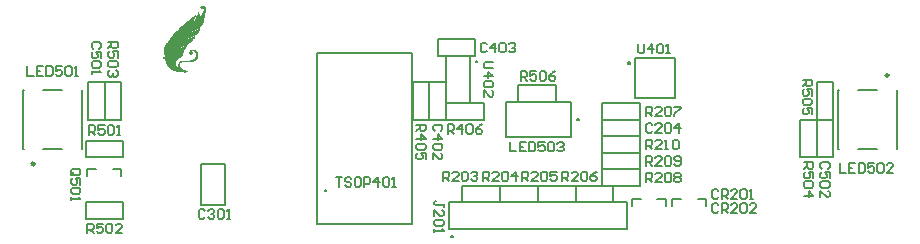
<source format=gto>
G04*
G04 #@! TF.GenerationSoftware,Altium Limited,Altium Designer,22.1.2 (22)*
G04*
G04 Layer_Color=65535*
%FSAX44Y44*%
%MOMM*%
G71*
G04*
G04 #@! TF.SameCoordinates,85A146D6-B946-4844-9BAA-ECA2B8BB7C66*
G04*
G04*
G04 #@! TF.FilePolarity,Positive*
G04*
G01*
G75*
%ADD10C,0.2500*%
%ADD11C,0.0100*%
%ADD12C,0.1530*%
%ADD13C,0.2000*%
G36*
X00158582Y00161760D02*
X00158587Y00161758D01*
X00158598Y00161754D01*
X00158609Y00161752D01*
X00158620Y00161750D01*
X00158626Y00161750D01*
Y00161750D01*
X00158634Y00161749D01*
X00158651Y00161747D01*
X00158668Y00161746D01*
X00158685Y00161746D01*
X00158693Y00161746D01*
Y00161746D01*
X00158705Y00161746D01*
X00158728Y00161746D01*
X00158751Y00161746D01*
X00158775Y00161747D01*
X00158786Y00161747D01*
X00158820Y00161748D01*
X00158888Y00161752D01*
X00158955Y00161756D01*
X00159023Y00161760D01*
X00159057Y00161762D01*
X00159095Y00161765D01*
X00159170Y00161768D01*
X00159246Y00161769D01*
X00159322Y00161768D01*
X00159360Y00161766D01*
X00159394Y00161764D01*
X00159461Y00161758D01*
X00159528Y00161748D01*
X00159595Y00161736D01*
X00159628Y00161728D01*
X00159659Y00161720D01*
X00159720Y00161702D01*
X00159780Y00161680D01*
X00159839Y00161654D01*
X00159867Y00161640D01*
X00159896Y00161625D01*
X00159953Y00161591D01*
X00160007Y00161555D01*
X00160060Y00161515D01*
X00160085Y00161494D01*
X00160112Y00161469D01*
X00160166Y00161419D01*
X00160216Y00161365D01*
X00160264Y00161310D01*
X00160287Y00161281D01*
X00160314Y00161246D01*
X00160365Y00161176D01*
X00160413Y00161104D01*
X00160459Y00161030D01*
X00160481Y00160993D01*
X00160507Y00160947D01*
X00160557Y00160855D01*
X00160605Y00160762D01*
X00160650Y00160668D01*
X00160672Y00160621D01*
X00160698Y00160563D01*
X00160749Y00160448D01*
X00160798Y00160332D01*
X00160846Y00160216D01*
X00160868Y00160157D01*
X00160926Y00160004D01*
X00161039Y00159697D01*
X00161147Y00159388D01*
X00161250Y00159077D01*
X00161301Y00158921D01*
X00161301Y00158921D01*
X00161332Y00158824D01*
X00161396Y00158630D01*
X00161460Y00158436D01*
X00161526Y00158243D01*
X00161560Y00158146D01*
X00161589Y00158060D01*
X00161650Y00157889D01*
X00161712Y00157718D01*
X00161775Y00157548D01*
X00161808Y00157463D01*
X00161837Y00157386D01*
X00161896Y00157234D01*
X00161958Y00157083D01*
X00162021Y00156932D01*
X00162053Y00156857D01*
X00162083Y00156789D01*
X00162143Y00156653D01*
X00162206Y00156518D01*
X00162270Y00156383D01*
X00162303Y00156317D01*
X00162393Y00156135D01*
X00162590Y00155781D01*
X00162805Y00155438D01*
X00163037Y00155106D01*
X00163162Y00154947D01*
X00163204Y00154893D01*
X00163290Y00154787D01*
X00163377Y00154683D01*
X00163465Y00154580D01*
X00163510Y00154529D01*
X00163610Y00154417D01*
X00163815Y00154198D01*
X00164025Y00153984D01*
X00164238Y00153774D01*
X00164348Y00153671D01*
X00164645Y00153387D01*
X00165285Y00152872D01*
X00165966Y00152411D01*
X00166683Y00152009D01*
X00167057Y00151839D01*
Y00151839D01*
X00167155Y00151794D01*
X00167353Y00151708D01*
X00167551Y00151626D01*
X00167752Y00151548D01*
X00167853Y00151511D01*
X00167958Y00151472D01*
X00168169Y00151399D01*
X00168381Y00151329D01*
X00168595Y00151264D01*
X00168703Y00151233D01*
X00168815Y00151200D01*
X00169041Y00151139D01*
X00169268Y00151081D01*
X00169497Y00151027D01*
X00169611Y00151002D01*
X00169732Y00150975D01*
X00169974Y00150926D01*
X00170217Y00150880D01*
X00170460Y00150837D01*
X00170582Y00150818D01*
X00170849Y00150776D01*
X00171384Y00150704D01*
X00171920Y00150646D01*
X00172458Y00150600D01*
X00172727Y00150583D01*
X00172834Y00150576D01*
X00173047Y00150564D01*
X00173261Y00150553D01*
X00173475Y00150544D01*
X00173582Y00150540D01*
X00173934Y00150527D01*
X00174639Y00150510D01*
X00175345Y00150500D01*
X00176050Y00150500D01*
X00176403Y00150503D01*
X00176403D01*
X00177268Y00150518D01*
X00177361Y00150520D01*
X00177548Y00150526D01*
X00177735Y00150533D01*
X00177921Y00150540D01*
X00178015Y00150544D01*
X00178087Y00150548D01*
X00178232Y00150555D01*
X00178377Y00150564D01*
X00178522Y00150575D01*
X00178595Y00150581D01*
X00178640Y00150584D01*
X00178732Y00150593D01*
X00178823Y00150604D01*
X00178914Y00150618D01*
X00178959Y00150626D01*
Y00150626D01*
X00179037Y00150624D01*
X00179099Y00150766D01*
X00178990Y00150876D01*
X00178847Y00150817D01*
X00178848Y00150739D01*
X00178489Y00150807D01*
X00177779Y00150987D01*
X00177087Y00151223D01*
X00176415Y00151514D01*
X00176089Y00151680D01*
X00175882Y00151793D01*
X00175477Y00152034D01*
X00175084Y00152295D01*
X00174706Y00152576D01*
X00174523Y00152724D01*
X00174437Y00152796D01*
X00174269Y00152944D01*
X00174105Y00153097D01*
X00173945Y00153254D01*
X00173867Y00153334D01*
X00173867Y00153334D01*
X00173794Y00153411D01*
X00173651Y00153570D01*
X00173513Y00153733D01*
X00173381Y00153900D01*
X00173316Y00153985D01*
X00173257Y00154067D01*
X00173143Y00154233D01*
X00173035Y00154403D01*
X00172933Y00154577D01*
X00172885Y00154666D01*
X00172800Y00154830D01*
X00172655Y00155169D01*
X00172544Y00155521D01*
X00172468Y00155882D01*
X00172443Y00156065D01*
X00172438Y00156125D01*
X00172430Y00156247D01*
X00172427Y00156369D01*
X00172429Y00156491D01*
X00172432Y00156552D01*
X00172443Y00156714D01*
X00172500Y00157036D01*
X00172600Y00157346D01*
X00172743Y00157639D01*
X00172829Y00157777D01*
X00172860Y00157821D01*
X00172925Y00157907D01*
X00172994Y00157989D01*
X00173066Y00158068D01*
X00173104Y00158106D01*
X00173144Y00158145D01*
X00173227Y00158221D01*
X00173314Y00158293D01*
X00173403Y00158362D01*
X00173449Y00158394D01*
X00173449Y00158394D01*
X00173498Y00158428D01*
X00173600Y00158494D01*
X00173703Y00158555D01*
X00173809Y00158613D01*
X00173863Y00158641D01*
X00173922Y00158670D01*
X00174041Y00158725D01*
X00174162Y00158776D01*
X00174285Y00158823D01*
X00174347Y00158846D01*
X00174490Y00158893D01*
X00174780Y00158977D01*
X00175073Y00159048D01*
X00175369Y00159104D01*
X00175519Y00159127D01*
X00175548Y00159131D01*
X00175605Y00159139D01*
X00175663Y00159148D01*
X00175721Y00159155D01*
X00175750Y00159159D01*
X00175831Y00159169D01*
X00175993Y00159185D01*
X00176155Y00159196D01*
X00176317Y00159203D01*
X00176399Y00159204D01*
X00176427Y00159204D01*
X00176485Y00159204D01*
X00176542Y00159203D01*
X00176600Y00159202D01*
X00176629Y00159201D01*
X00176660Y00159200D01*
X00176723Y00159198D01*
X00176786Y00159195D01*
X00176849Y00159191D01*
X00176880Y00159189D01*
X00176916Y00159187D01*
X00176986Y00159182D01*
X00177057Y00159177D01*
X00177127Y00159171D01*
X00177163Y00159167D01*
X00177203Y00159164D01*
X00177283Y00159156D01*
X00177364Y00159148D01*
X00177444Y00159140D01*
X00177484Y00159136D01*
X00177584Y00159125D01*
X00177784Y00159102D01*
X00177983Y00159079D01*
X00178182Y00159054D01*
X00178281Y00159042D01*
Y00159042D01*
X00178469Y00159018D01*
X00178846Y00158975D01*
X00179223Y00158937D01*
X00179600Y00158904D01*
X00179789Y00158890D01*
X00179959Y00158877D01*
X00180301Y00158857D01*
X00180643Y00158843D01*
X00180985Y00158834D01*
X00181156Y00158832D01*
Y00158832D01*
X00181311Y00158831D01*
X00181619Y00158834D01*
X00181928Y00158843D01*
X00182236Y00158859D01*
X00182390Y00158870D01*
X00182529Y00158879D01*
X00182806Y00158906D01*
X00183082Y00158940D01*
X00183357Y00158980D01*
X00183494Y00159004D01*
Y00159004D01*
X00183619Y00159026D01*
X00183866Y00159076D01*
X00184111Y00159135D01*
X00184355Y00159200D01*
X00184475Y00159237D01*
X00185002Y00159381D01*
X00185971Y00159885D01*
X00186810Y00160585D01*
X00187480Y00161448D01*
X00187715Y00161941D01*
X00187715D01*
X00188002Y00162488D01*
X00188309Y00163685D01*
X00188334Y00164920D01*
X00188075Y00166128D01*
X00187811Y00166686D01*
X00187810Y00166686D01*
X00187733Y00166855D01*
X00187544Y00167173D01*
X00187323Y00167469D01*
X00187071Y00167741D01*
X00186932Y00167863D01*
X00186861Y00167925D01*
X00186714Y00168042D01*
X00186560Y00168151D01*
X00186401Y00168252D01*
X00186319Y00168299D01*
X00186277Y00168323D01*
X00186190Y00168370D01*
X00186103Y00168415D01*
X00186014Y00168458D01*
X00185970Y00168478D01*
X00185970Y00168478D01*
X00185923Y00168500D01*
X00185829Y00168540D01*
X00185735Y00168578D01*
X00185639Y00168615D01*
X00185591Y00168632D01*
X00185488Y00168668D01*
X00185280Y00168734D01*
X00185069Y00168791D01*
X00184856Y00168841D01*
X00184748Y00168862D01*
X00184611Y00168889D01*
X00184332Y00168926D01*
X00184052Y00168944D01*
X00183771Y00168942D01*
X00183631Y00168932D01*
Y00168932D01*
X00183501Y00168923D01*
X00183245Y00168887D01*
X00182992Y00168832D01*
X00182743Y00168760D01*
X00182621Y00168716D01*
X00182564Y00168694D01*
X00182451Y00168648D01*
X00182340Y00168597D01*
X00182232Y00168542D01*
X00182178Y00168512D01*
X00182178Y00168512D01*
X00182127Y00168483D01*
X00182027Y00168422D01*
X00181930Y00168357D01*
X00181835Y00168288D01*
X00181789Y00168251D01*
X00181745Y00168216D01*
X00181660Y00168141D01*
X00181578Y00168063D01*
X00181500Y00167981D01*
X00181463Y00167938D01*
X00181352Y00167814D01*
X00181173Y00167532D01*
X00181042Y00167226D01*
X00180960Y00166903D01*
X00180945Y00166737D01*
X00180943Y00166718D01*
X00180940Y00166680D01*
X00180938Y00166642D01*
X00180935Y00166604D01*
X00180934Y00166585D01*
X00180933Y00166569D01*
X00180931Y00166536D01*
X00180930Y00166504D01*
X00180928Y00166471D01*
X00180928Y00166455D01*
X00180928Y00166441D01*
X00180928Y00166412D01*
X00180928Y00166384D01*
X00180929Y00166356D01*
X00180930Y00166342D01*
X00180930Y00166330D01*
X00180932Y00166306D01*
X00180934Y00166281D01*
X00180937Y00166257D01*
X00180939Y00166245D01*
X00180942Y00166223D01*
X00180951Y00166181D01*
X00180962Y00166140D01*
X00180976Y00166099D01*
X00180985Y00166079D01*
X00180989Y00166070D01*
X00180998Y00166051D01*
X00181008Y00166032D01*
X00181018Y00166014D01*
X00181024Y00166005D01*
X00181030Y00165995D01*
X00181042Y00165977D01*
X00181054Y00165958D01*
X00181068Y00165940D01*
X00181074Y00165931D01*
X00181091Y00165910D01*
X00181125Y00165869D01*
X00181160Y00165829D01*
X00181196Y00165791D01*
X00181215Y00165772D01*
X00181239Y00165747D01*
X00181289Y00165702D01*
X00181342Y00165659D01*
X00181398Y00165620D01*
X00181427Y00165603D01*
Y00165603D01*
X00181456Y00165586D01*
X00181515Y00165555D01*
X00181575Y00165528D01*
X00181637Y00165504D01*
X00181669Y00165494D01*
X00181764Y00165465D01*
X00181960Y00165436D01*
X00182159Y00165435D01*
X00182355Y00165463D01*
X00182450Y00165491D01*
X00182481Y00165500D01*
X00182542Y00165521D01*
X00182601Y00165545D01*
X00182660Y00165571D01*
X00182688Y00165586D01*
X00182716Y00165600D01*
X00182769Y00165632D01*
X00182821Y00165666D01*
X00182871Y00165703D01*
X00182894Y00165723D01*
X00182894Y00165723D01*
X00182918Y00165742D01*
X00182961Y00165784D01*
X00183002Y00165828D01*
X00183040Y00165874D01*
X00183057Y00165899D01*
X00183092Y00165948D01*
X00183147Y00166056D01*
X00183183Y00166171D01*
X00183202Y00166290D01*
X00183202Y00166351D01*
X00183202D01*
X00183202Y00166366D01*
X00183201Y00166397D01*
X00183198Y00166428D01*
X00183195Y00166459D01*
X00183193Y00166474D01*
X00183191Y00166490D01*
X00183185Y00166523D01*
X00183179Y00166556D01*
X00183171Y00166589D01*
X00183167Y00166605D01*
X00183149Y00166675D01*
X00183102Y00166812D01*
X00183045Y00166945D01*
X00182977Y00167074D01*
X00182939Y00167135D01*
X00182930Y00167150D01*
X00182911Y00167179D01*
X00182891Y00167208D01*
X00182871Y00167236D01*
X00182860Y00167250D01*
X00182851Y00167263D01*
X00182830Y00167288D01*
X00182810Y00167313D01*
X00182788Y00167337D01*
X00182777Y00167349D01*
X00182759Y00167370D01*
X00182718Y00167409D01*
X00182675Y00167444D01*
X00182629Y00167475D01*
X00182605Y00167489D01*
X00182605Y00167489D01*
X00182598Y00167493D01*
X00182586Y00167500D01*
X00182573Y00167507D01*
X00182561Y00167514D01*
X00182554Y00167518D01*
X00182549Y00167521D01*
X00182539Y00167527D01*
X00182529Y00167534D01*
X00182519Y00167540D01*
X00182514Y00167544D01*
X00182511Y00167547D01*
X00182503Y00167553D01*
X00182496Y00167559D01*
X00182489Y00167566D01*
X00182485Y00167569D01*
X00182467Y00167594D01*
X00182458Y00167621D01*
X00182458D01*
X00182459Y00167649D01*
X00182460Y00167653D01*
X00182463Y00167661D01*
X00182466Y00167669D01*
X00182469Y00167677D01*
X00182471Y00167681D01*
X00182473Y00167686D01*
X00182478Y00167695D01*
X00182484Y00167704D01*
X00182489Y00167713D01*
X00182492Y00167717D01*
X00182501Y00167729D01*
X00182518Y00167752D01*
X00182536Y00167775D01*
X00182554Y00167797D01*
X00182564Y00167808D01*
X00182590Y00167837D01*
X00182644Y00167894D01*
X00182702Y00167948D01*
X00182762Y00167999D01*
X00182793Y00168024D01*
X00182855Y00168069D01*
X00182987Y00168150D01*
X00183126Y00168218D01*
X00183272Y00168271D01*
X00183346Y00168293D01*
Y00168293D01*
X00183384Y00168303D01*
X00183462Y00168319D01*
X00183541Y00168333D01*
X00183619Y00168343D01*
X00183659Y00168347D01*
X00183700Y00168350D01*
X00183783Y00168353D01*
X00183866Y00168354D01*
X00183948Y00168350D01*
X00183990Y00168347D01*
X00184033Y00168344D01*
X00184119Y00168334D01*
X00184205Y00168321D01*
X00184290Y00168305D01*
X00184332Y00168296D01*
Y00168296D01*
X00184377Y00168285D01*
X00184465Y00168262D01*
X00184552Y00168236D01*
X00184639Y00168207D01*
X00184681Y00168191D01*
X00184726Y00168174D01*
X00184815Y00168138D01*
X00184902Y00168099D01*
X00184989Y00168057D01*
X00185032Y00168035D01*
X00185122Y00167986D01*
X00185300Y00167879D01*
X00185471Y00167762D01*
X00185634Y00167635D01*
X00185714Y00167568D01*
X00185909Y00167390D01*
X00186256Y00166991D01*
X00186535Y00166542D01*
X00186740Y00166054D01*
X00186814Y00165800D01*
X00186837Y00165695D01*
X00186875Y00165483D01*
X00186901Y00165268D01*
X00186914Y00165053D01*
X00186915Y00164945D01*
X00186915Y00164888D01*
X00186912Y00164774D01*
X00186906Y00164661D01*
X00186898Y00164548D01*
X00186892Y00164491D01*
X00186877Y00164370D01*
X00186840Y00164130D01*
X00186791Y00163892D01*
X00186730Y00163656D01*
X00186696Y00163539D01*
X00186696D01*
X00186675Y00163470D01*
X00186630Y00163332D01*
X00186583Y00163196D01*
X00186533Y00163060D01*
X00186507Y00162992D01*
X00186482Y00162929D01*
X00186429Y00162803D01*
X00186374Y00162679D01*
X00186315Y00162556D01*
X00186285Y00162495D01*
X00186285Y00162495D01*
X00186196Y00162325D01*
X00185996Y00161998D01*
X00185769Y00161689D01*
X00185517Y00161400D01*
X00185382Y00161264D01*
X00185335Y00161220D01*
X00185239Y00161134D01*
X00185141Y00161050D01*
X00185040Y00160969D01*
X00184989Y00160930D01*
X00184935Y00160889D01*
X00184826Y00160810D01*
X00184715Y00160735D01*
X00184602Y00160661D01*
X00184545Y00160626D01*
X00184484Y00160589D01*
X00184360Y00160518D01*
X00184235Y00160449D01*
X00184109Y00160383D01*
X00184045Y00160351D01*
X00183901Y00160282D01*
X00183609Y00160151D01*
X00183313Y00160031D01*
X00183014Y00159921D01*
X00182863Y00159869D01*
X00182863D01*
X00182591Y00159779D01*
X00182561Y00159769D01*
X00182502Y00159751D01*
X00182443Y00159733D01*
X00182384Y00159715D01*
X00182354Y00159707D01*
X00182326Y00159699D01*
X00182270Y00159684D01*
X00182213Y00159670D01*
X00182157Y00159657D01*
X00182128Y00159651D01*
X00182098Y00159645D01*
X00182039Y00159633D01*
X00181979Y00159623D01*
X00181919Y00159614D01*
X00181889Y00159610D01*
X00181855Y00159605D01*
X00181787Y00159597D01*
X00181718Y00159590D01*
X00181649Y00159584D01*
X00181615Y00159581D01*
X00181573Y00159578D01*
X00181489Y00159573D01*
X00181406Y00159568D01*
X00181322Y00159565D01*
X00181280Y00159563D01*
X00181228Y00159562D01*
X00181123Y00159559D01*
X00181018Y00159557D01*
X00180914Y00159556D01*
X00180861Y00159555D01*
X00180861Y00159555D01*
X00180336Y00159554D01*
X00178867Y00159567D01*
X00177963Y00159573D01*
X00177176Y00159568D01*
X00177091Y00159567D01*
X00176921Y00159564D01*
X00176750Y00159560D01*
X00176579Y00159555D01*
X00176494Y00159552D01*
X00176420Y00159549D01*
X00176272Y00159543D01*
X00176124Y00159535D01*
X00175977Y00159527D01*
X00175903Y00159522D01*
X00175839Y00159518D01*
X00175711Y00159508D01*
X00175582Y00159497D01*
X00175455Y00159485D01*
X00175391Y00159478D01*
X00175335Y00159472D01*
X00175223Y00159458D01*
X00175111Y00159443D01*
X00175000Y00159427D01*
X00174945Y00159418D01*
X00174895Y00159410D01*
X00174797Y00159392D01*
X00174699Y00159373D01*
X00174601Y00159352D01*
X00174552Y00159340D01*
X00174425Y00159311D01*
X00174174Y00159238D01*
X00173928Y00159150D01*
X00173687Y00159048D01*
X00173570Y00158990D01*
X00173505Y00158959D01*
X00173375Y00158891D01*
X00173249Y00158819D01*
X00173124Y00158743D01*
X00173063Y00158703D01*
X00172784Y00158530D01*
X00172303Y00158084D01*
X00171916Y00157554D01*
X00171637Y00156960D01*
X00171556Y00156641D01*
X00171540Y00156577D01*
X00171513Y00156447D01*
X00171490Y00156315D01*
X00171473Y00156184D01*
X00171466Y00156117D01*
X00171459Y00156048D01*
X00171450Y00155909D01*
X00171446Y00155770D01*
X00171446Y00155630D01*
X00171448Y00155561D01*
X00171448D01*
X00171454Y00155408D01*
X00171483Y00155104D01*
X00171529Y00154803D01*
X00171592Y00154504D01*
X00171632Y00154356D01*
X00171632D01*
X00171643Y00154316D01*
X00171663Y00154235D01*
X00171684Y00154155D01*
X00171704Y00154073D01*
X00171714Y00154033D01*
X00171714Y00154033D01*
X00171749Y00153884D01*
X00171781Y00153747D01*
X00171807Y00153623D01*
X00171810Y00153609D01*
X00171815Y00153582D01*
X00171820Y00153555D01*
X00171825Y00153529D01*
X00171828Y00153515D01*
X00171828D01*
X00171830Y00153504D01*
X00171834Y00153482D01*
X00171838Y00153459D01*
X00171841Y00153437D01*
X00171843Y00153426D01*
X00171845Y00153417D01*
X00171847Y00153400D01*
X00171849Y00153383D01*
X00171851Y00153365D01*
X00171852Y00153357D01*
X00171850Y00153289D01*
Y00153289D01*
X00171835Y00153285D01*
X00171831Y00153285D01*
X00171824Y00153285D01*
X00171817Y00153286D01*
X00171810Y00153287D01*
X00171806Y00153288D01*
X00171801Y00153289D01*
X00171791Y00153291D01*
X00171781Y00153293D01*
X00171770Y00153296D01*
X00171765Y00153297D01*
X00171759Y00153299D01*
X00171746Y00153303D01*
X00171733Y00153306D01*
X00171721Y00153310D01*
X00171714Y00153313D01*
Y00153313D01*
X00171707Y00153315D01*
X00171691Y00153320D01*
X00171676Y00153326D01*
X00171661Y00153331D01*
X00171654Y00153334D01*
X00171645Y00153337D01*
X00171628Y00153343D01*
X00171611Y00153350D01*
X00171593Y00153357D01*
X00171585Y00153360D01*
X00171575Y00153364D01*
X00171556Y00153372D01*
X00171537Y00153379D01*
X00171518Y00153387D01*
X00171509Y00153391D01*
X00171499Y00153396D01*
X00171478Y00153404D01*
X00171458Y00153413D01*
X00171438Y00153422D01*
X00171427Y00153427D01*
X00171405Y00153436D01*
X00171361Y00153457D01*
X00171318Y00153477D01*
X00171274Y00153498D01*
X00171252Y00153509D01*
X00171252Y00153509D01*
X00171222Y00153524D01*
X00171162Y00153555D01*
X00171103Y00153588D01*
X00171045Y00153622D01*
X00171017Y00153640D01*
X00170985Y00153660D01*
X00170923Y00153700D01*
X00170861Y00153742D01*
X00170800Y00153785D01*
X00170770Y00153807D01*
X00170737Y00153831D01*
X00170673Y00153879D01*
X00170610Y00153928D01*
X00170548Y00153979D01*
X00170517Y00154004D01*
X00170517D01*
X00170452Y00154059D01*
X00170323Y00154172D01*
X00170198Y00154288D01*
X00170075Y00154407D01*
X00170015Y00154468D01*
X00169954Y00154530D01*
X00169836Y00154657D01*
X00169720Y00154787D01*
X00169608Y00154920D01*
X00169553Y00154987D01*
X00169527Y00155020D01*
X00169475Y00155086D01*
X00169425Y00155153D01*
X00169375Y00155221D01*
X00169350Y00155255D01*
X00169306Y00155317D01*
X00169220Y00155445D01*
X00169140Y00155576D01*
X00169064Y00155710D01*
X00169028Y00155778D01*
X00169017Y00155799D01*
X00168995Y00155842D01*
X00168974Y00155885D01*
X00168953Y00155928D01*
X00168943Y00155950D01*
X00168933Y00155969D01*
X00168915Y00156009D01*
X00168897Y00156048D01*
X00168880Y00156087D01*
X00168872Y00156107D01*
X00168849Y00156160D01*
X00168809Y00156267D01*
X00168774Y00156377D01*
X00168744Y00156488D01*
X00168732Y00156544D01*
X00168728Y00156563D01*
X00168720Y00156601D01*
X00168714Y00156640D01*
X00168708Y00156679D01*
X00168705Y00156698D01*
X00168702Y00156719D01*
X00168697Y00156762D01*
X00168692Y00156804D01*
X00168688Y00156846D01*
X00168686Y00156867D01*
X00168685Y00156891D01*
X00168681Y00156938D01*
X00168678Y00156986D01*
X00168676Y00157033D01*
X00168675Y00157057D01*
X00168672Y00157114D01*
X00168669Y00157231D01*
X00168667Y00157346D01*
X00168666Y00157462D01*
Y00157520D01*
X00168666Y00157551D01*
X00168666Y00157612D01*
X00168666Y00157673D01*
X00168667Y00157734D01*
X00168667Y00157765D01*
X00168668Y00157792D01*
X00168669Y00157845D01*
X00168670Y00157899D01*
X00168672Y00157952D01*
X00168673Y00157979D01*
X00168674Y00158003D01*
X00168676Y00158050D01*
X00168679Y00158097D01*
X00168682Y00158145D01*
X00168684Y00158168D01*
X00168686Y00158190D01*
X00168690Y00158232D01*
X00168694Y00158275D01*
X00168699Y00158317D01*
X00168702Y00158338D01*
X00168707Y00158376D01*
X00168720Y00158453D01*
X00168735Y00158529D01*
X00168752Y00158604D01*
X00168762Y00158641D01*
X00168767Y00158660D01*
X00168777Y00158696D01*
X00168788Y00158732D01*
X00168799Y00158768D01*
X00168806Y00158786D01*
X00168812Y00158804D01*
X00168825Y00158841D01*
X00168839Y00158878D01*
X00168853Y00158915D01*
X00168860Y00158933D01*
X00168877Y00158974D01*
X00168912Y00159055D01*
X00168949Y00159136D01*
X00168987Y00159216D01*
X00169007Y00159256D01*
X00169024Y00159292D01*
X00169061Y00159362D01*
X00169098Y00159432D01*
X00169138Y00159502D01*
X00169158Y00159536D01*
X00169180Y00159572D01*
X00169224Y00159642D01*
X00169269Y00159712D01*
X00169315Y00159782D01*
X00169339Y00159816D01*
X00169364Y00159852D01*
X00169415Y00159922D01*
X00169467Y00159992D01*
X00169520Y00160061D01*
X00169548Y00160095D01*
X00169576Y00160130D01*
X00169633Y00160199D01*
X00169691Y00160268D01*
X00169750Y00160335D01*
X00169780Y00160369D01*
X00169977Y00160577D01*
X00170395Y00160969D01*
X00170843Y00161327D01*
X00171317Y00161648D01*
X00171563Y00161794D01*
X00171664Y00161851D01*
X00171862Y00161967D01*
X00172059Y00162085D01*
X00172255Y00162207D01*
X00172352Y00162269D01*
X00172441Y00162327D01*
X00172617Y00162444D01*
X00172792Y00162565D01*
X00172964Y00162689D01*
X00173049Y00162753D01*
X00173128Y00162812D01*
X00173283Y00162932D01*
X00173435Y00163056D01*
X00173584Y00163183D01*
X00173658Y00163248D01*
X00173726Y00163308D01*
X00173860Y00163432D01*
X00173990Y00163559D01*
X00174118Y00163689D01*
X00174180Y00163756D01*
X00174180D01*
X00174238Y00163819D01*
X00174351Y00163947D01*
X00174460Y00164078D01*
X00174565Y00164212D01*
X00174616Y00164281D01*
X00174855Y00164597D01*
X00175222Y00165298D01*
X00175469Y00166051D01*
X00175589Y00166834D01*
X00175584Y00167230D01*
X00175584Y00167230D01*
Y00168023D01*
X00175066Y00167574D01*
X00175045Y00167556D01*
X00175004Y00167521D01*
X00174962Y00167486D01*
X00174920Y00167453D01*
X00174899Y00167436D01*
X00174899D01*
X00174857Y00167403D01*
X00174772Y00167340D01*
X00174685Y00167279D01*
X00174597Y00167221D01*
X00174552Y00167193D01*
X00174528Y00167179D01*
X00174481Y00167150D01*
X00174433Y00167123D01*
X00174384Y00167096D01*
X00174360Y00167083D01*
X00174334Y00167069D01*
X00174281Y00167042D01*
X00174228Y00167015D01*
X00174175Y00166989D01*
X00174148Y00166977D01*
X00174119Y00166963D01*
X00174060Y00166936D01*
X00174001Y00166910D01*
X00173941Y00166885D01*
X00173911Y00166872D01*
Y00166872D01*
X00173878Y00166858D01*
X00173811Y00166831D01*
X00173745Y00166805D01*
X00173677Y00166779D01*
X00173644Y00166766D01*
X00173606Y00166752D01*
X00173530Y00166724D01*
X00173454Y00166697D01*
X00173378Y00166670D01*
X00173340Y00166656D01*
X00173248Y00166625D01*
X00173063Y00166563D01*
X00172878Y00166503D01*
X00172693Y00166444D01*
X00172600Y00166415D01*
X00172502Y00166384D01*
X00172307Y00166320D01*
X00172114Y00166252D01*
X00171921Y00166180D01*
X00171826Y00166142D01*
X00171737Y00166108D01*
X00171562Y00166034D01*
X00171388Y00165956D01*
X00171217Y00165874D01*
X00171132Y00165831D01*
X00170821Y00165679D01*
X00170241Y00165301D01*
X00169712Y00164854D01*
X00169242Y00164346D01*
X00169040Y00164065D01*
X00168988Y00163993D01*
X00168889Y00163845D01*
X00168794Y00163694D01*
X00168703Y00163541D01*
X00168660Y00163463D01*
X00168614Y00163381D01*
X00168526Y00163213D01*
X00168443Y00163043D01*
X00168363Y00162872D01*
X00168326Y00162785D01*
X00168242Y00162589D01*
X00168089Y00162191D01*
X00167950Y00161788D01*
X00167826Y00161380D01*
X00167772Y00161174D01*
Y00161174D01*
X00167457Y00160017D01*
X00167525Y00161034D01*
X00167528Y00161082D01*
X00167535Y00161178D01*
X00167542Y00161274D01*
X00167550Y00161370D01*
X00167554Y00161418D01*
X00167554D01*
X00167558Y00161462D01*
X00167567Y00161551D01*
X00167576Y00161639D01*
X00167585Y00161728D01*
X00167590Y00161772D01*
X00167595Y00161813D01*
X00167605Y00161895D01*
X00167616Y00161978D01*
X00167628Y00162060D01*
X00167633Y00162101D01*
X00167634D01*
X00167639Y00162140D01*
X00167652Y00162217D01*
X00167664Y00162294D01*
X00167678Y00162371D01*
X00167685Y00162409D01*
X00167712Y00162550D01*
X00167776Y00162830D01*
X00167853Y00163107D01*
X00167942Y00163380D01*
X00167992Y00163515D01*
X00167992D01*
X00168018Y00163582D01*
X00168072Y00163717D01*
X00168129Y00163851D01*
X00168188Y00163983D01*
X00168219Y00164049D01*
X00168243Y00164101D01*
X00168294Y00164203D01*
X00168346Y00164305D01*
X00168401Y00164406D01*
X00168428Y00164456D01*
X00168510Y00164596D01*
X00168689Y00164866D01*
X00168887Y00165122D01*
X00169105Y00165362D01*
X00169221Y00165476D01*
X00169262Y00165514D01*
X00169345Y00165589D01*
X00169431Y00165661D01*
X00169518Y00165732D01*
X00169562Y00165767D01*
X00169610Y00165803D01*
X00169707Y00165874D01*
X00169805Y00165943D01*
X00169904Y00166009D01*
X00169955Y00166042D01*
X00170010Y00166077D01*
X00170121Y00166145D01*
X00170233Y00166212D01*
X00170347Y00166276D01*
X00170404Y00166307D01*
X00170468Y00166341D01*
X00170595Y00166408D01*
X00170724Y00166474D01*
X00170854Y00166537D01*
X00170919Y00166568D01*
X00171073Y00166639D01*
X00171382Y00166777D01*
X00171695Y00166909D01*
X00172010Y00167035D01*
X00172168Y00167096D01*
X00172264Y00167133D01*
X00172456Y00167208D01*
X00172648Y00167284D01*
X00172839Y00167361D01*
X00172934Y00167400D01*
X00173020Y00167435D01*
X00173191Y00167505D01*
X00173362Y00167577D01*
X00173532Y00167651D01*
X00173617Y00167688D01*
X00173694Y00167721D01*
X00173846Y00167789D01*
X00173998Y00167859D01*
X00174149Y00167930D01*
X00174224Y00167966D01*
X00174293Y00167998D01*
X00174429Y00168065D01*
X00174564Y00168133D01*
X00174698Y00168203D01*
X00174765Y00168238D01*
X00174826Y00168271D01*
X00174947Y00168337D01*
X00175067Y00168405D01*
X00175187Y00168475D01*
X00175246Y00168510D01*
X00175503Y00168661D01*
X00175990Y00169006D01*
X00176446Y00169391D01*
X00176867Y00169813D01*
X00177059Y00170041D01*
X00177081Y00170067D01*
X00177125Y00170120D01*
X00177169Y00170174D01*
X00177212Y00170228D01*
X00177233Y00170255D01*
X00177256Y00170285D01*
X00177302Y00170344D01*
X00177347Y00170404D01*
X00177392Y00170464D01*
X00177414Y00170495D01*
X00177509Y00170626D01*
X00177694Y00170892D01*
X00177873Y00171163D01*
X00178044Y00171438D01*
X00178127Y00171577D01*
X00178127Y00171577D01*
X00178147Y00171611D01*
X00178186Y00171678D01*
X00178225Y00171745D01*
X00178263Y00171812D01*
X00178282Y00171846D01*
X00178300Y00171878D01*
X00178335Y00171941D01*
X00178369Y00172005D01*
X00178403Y00172069D01*
X00178419Y00172101D01*
X00178448Y00172155D01*
X00178502Y00172264D01*
X00178553Y00172374D01*
X00178602Y00172486D01*
X00178624Y00172542D01*
X00178624D01*
X00178629Y00172554D01*
X00178638Y00172576D01*
X00178646Y00172598D01*
X00178655Y00172620D01*
X00178659Y00172632D01*
X00178662Y00172640D01*
X00178668Y00172657D01*
X00178674Y00172674D01*
X00178679Y00172691D01*
X00178682Y00172700D01*
X00178683Y00172705D01*
X00178686Y00172717D01*
X00178688Y00172728D01*
X00178690Y00172740D01*
X00178690Y00172745D01*
X00178691Y00172749D01*
X00178690Y00172755D01*
X00178689Y00172761D01*
X00178685Y00172766D01*
X00178683Y00172768D01*
X00178683Y00172768D01*
X00178680Y00172770D01*
X00178673Y00172771D01*
X00178666Y00172771D01*
X00178659Y00172769D01*
X00178656Y00172767D01*
X00178650Y00172765D01*
X00178638Y00172759D01*
X00178626Y00172753D01*
X00178614Y00172745D01*
X00178609Y00172742D01*
X00178600Y00172736D01*
X00178582Y00172723D01*
X00178564Y00172710D01*
X00178546Y00172697D01*
X00178537Y00172690D01*
X00178525Y00172681D01*
X00178500Y00172661D01*
X00178476Y00172642D01*
X00178452Y00172622D01*
X00178440Y00172612D01*
X00178404Y00172583D01*
X00178333Y00172523D01*
X00178262Y00172464D01*
X00178192Y00172404D01*
X00178156Y00172373D01*
X00178123Y00172345D01*
X00178056Y00172290D01*
X00177988Y00172237D01*
X00177920Y00172184D01*
X00177885Y00172158D01*
X00177848Y00172132D01*
X00177775Y00172080D01*
X00177701Y00172029D01*
X00177626Y00171979D01*
X00177588Y00171954D01*
X00177548Y00171929D01*
X00177468Y00171880D01*
X00177388Y00171832D01*
X00177306Y00171785D01*
X00177265Y00171762D01*
X00177222Y00171738D01*
X00177136Y00171691D01*
X00177049Y00171646D01*
X00176961Y00171602D01*
X00176917Y00171580D01*
Y00171580D01*
X00176871Y00171558D01*
X00176778Y00171514D01*
X00176685Y00171472D01*
X00176591Y00171430D01*
X00176544Y00171410D01*
X00176495Y00171389D01*
X00176396Y00171349D01*
X00176296Y00171309D01*
X00176196Y00171270D01*
X00176146Y00171252D01*
X00176094Y00171232D01*
X00175989Y00171194D01*
X00175883Y00171158D01*
X00175777Y00171122D01*
X00175724Y00171105D01*
X00175668Y00171087D01*
X00175557Y00171052D01*
X00175445Y00171018D01*
X00175333Y00170985D01*
X00175277Y00170969D01*
X00175277Y00170969D01*
X00175157Y00170936D01*
X00174917Y00170873D01*
X00174675Y00170814D01*
X00174433Y00170759D01*
X00174311Y00170734D01*
X00174311D01*
X00173573Y00170578D01*
X00172955Y00170446D01*
X00172439Y00170332D01*
X00172012Y00170232D01*
X00171967Y00170222D01*
X00171878Y00170200D01*
X00171789Y00170177D01*
X00171700Y00170154D01*
X00171656Y00170143D01*
X00171618Y00170133D01*
X00171543Y00170112D01*
X00171468Y00170091D01*
X00171393Y00170070D01*
X00171356Y00170059D01*
X00171294Y00170040D01*
X00171169Y00170001D01*
X00171045Y00169960D01*
X00170923Y00169916D01*
X00170862Y00169892D01*
X00170804Y00169870D01*
X00170688Y00169823D01*
X00170573Y00169775D01*
X00170459Y00169725D01*
X00170402Y00169699D01*
X00170402Y00169699D01*
X00170360Y00169681D01*
X00170277Y00169641D01*
X00170194Y00169600D01*
X00170113Y00169558D01*
X00170072Y00169536D01*
X00169949Y00169468D01*
X00169712Y00169320D01*
X00169483Y00169159D01*
X00169264Y00168985D01*
X00169160Y00168892D01*
X00169086Y00168826D01*
X00168945Y00168691D01*
X00168808Y00168551D01*
X00168676Y00168406D01*
X00168613Y00168332D01*
X00168580Y00168293D01*
X00168514Y00168214D01*
X00168450Y00168134D01*
X00168388Y00168053D01*
X00168357Y00168012D01*
X00168325Y00167969D01*
X00168263Y00167883D01*
X00168202Y00167797D01*
X00168142Y00167709D01*
X00168113Y00167665D01*
X00168051Y00167571D01*
X00167932Y00167380D01*
X00167818Y00167186D01*
X00167709Y00166989D01*
X00167657Y00166889D01*
Y00166889D01*
X00167477Y00166549D01*
X00167460Y00166516D01*
X00167424Y00166450D01*
X00167388Y00166384D01*
X00167351Y00166319D01*
X00167333Y00166286D01*
X00167319Y00166263D01*
X00167292Y00166216D01*
X00167265Y00166170D01*
X00167237Y00166124D01*
X00167223Y00166101D01*
X00167214Y00166088D01*
X00167197Y00166060D01*
X00167178Y00166033D01*
X00167158Y00166007D01*
X00167148Y00165995D01*
X00167107Y00165966D01*
X00167100Y00166015D01*
X00167103Y00166031D01*
X00167108Y00166063D01*
X00167115Y00166096D01*
X00167122Y00166127D01*
X00167127Y00166143D01*
X00167134Y00166169D01*
X00167148Y00166221D01*
X00167163Y00166272D01*
X00167178Y00166324D01*
X00167186Y00166349D01*
X00167187Y00166349D01*
X00167212Y00166431D01*
X00167265Y00166594D01*
X00167320Y00166756D01*
X00167376Y00166918D01*
X00167404Y00166999D01*
X00167420Y00167044D01*
X00167453Y00167136D01*
X00167486Y00167228D01*
X00167521Y00167319D01*
X00167538Y00167364D01*
X00167555Y00167407D01*
X00167589Y00167492D01*
X00167624Y00167577D01*
X00167659Y00167662D01*
X00167677Y00167704D01*
X00167695Y00167744D01*
X00167730Y00167824D01*
X00167766Y00167903D01*
X00167804Y00167981D01*
X00167823Y00168020D01*
Y00168020D01*
X00167841Y00168058D01*
X00167878Y00168132D01*
X00167916Y00168206D01*
X00167956Y00168279D01*
X00167976Y00168316D01*
X00168033Y00168418D01*
X00168155Y00168619D01*
X00168284Y00168815D01*
X00168423Y00169005D01*
X00168495Y00169098D01*
X00168569Y00169189D01*
X00168723Y00169365D01*
X00168884Y00169536D01*
X00169051Y00169699D01*
X00169138Y00169778D01*
X00169138D01*
X00169168Y00169806D01*
X00169231Y00169861D01*
X00169294Y00169916D01*
X00169357Y00169970D01*
X00169389Y00169996D01*
X00169453Y00170047D01*
X00169583Y00170147D01*
X00169716Y00170242D01*
X00169852Y00170331D01*
X00169922Y00170374D01*
X00169961Y00170398D01*
X00170039Y00170443D01*
X00170117Y00170487D01*
X00170197Y00170529D01*
X00170237Y00170550D01*
X00170283Y00170573D01*
X00170375Y00170619D01*
X00170467Y00170663D01*
X00170561Y00170706D01*
X00170607Y00170727D01*
X00170662Y00170751D01*
X00170772Y00170799D01*
X00170883Y00170845D01*
X00170994Y00170890D01*
X00171050Y00170912D01*
X00171116Y00170938D01*
X00171249Y00170990D01*
X00171382Y00171040D01*
X00171515Y00171090D01*
X00171582Y00171114D01*
X00171662Y00171143D01*
X00171821Y00171200D01*
X00171980Y00171257D01*
X00172140Y00171313D01*
X00172220Y00171340D01*
X00172220Y00171340D01*
X00173884Y00171894D01*
X00174332Y00172042D01*
X00174564Y00172120D01*
X00175029Y00172281D01*
X00175492Y00172446D01*
X00175953Y00172614D01*
X00176183Y00172699D01*
X00176183D01*
X00176618Y00172864D01*
X00177025Y00173021D01*
X00177394Y00173169D01*
X00177469Y00173200D01*
X00177618Y00173262D01*
X00177766Y00173325D01*
X00177914Y00173390D01*
X00177987Y00173424D01*
X00178111Y00173480D01*
X00178358Y00173597D01*
X00178603Y00173716D01*
X00178846Y00173838D01*
X00178967Y00173900D01*
X00179083Y00173960D01*
X00179312Y00174081D01*
X00179540Y00174206D01*
X00179766Y00174333D01*
X00179878Y00174398D01*
X00179985Y00174460D01*
X00180198Y00174587D01*
X00180408Y00174717D01*
X00180617Y00174850D01*
X00180721Y00174918D01*
X00180820Y00174983D01*
X00181016Y00175116D01*
X00181210Y00175252D01*
X00181402Y00175391D01*
X00181497Y00175462D01*
X00181676Y00175596D01*
X00182026Y00175876D01*
X00182366Y00176167D01*
X00182696Y00176470D01*
X00182856Y00176627D01*
X00183155Y00176920D01*
X00183706Y00177551D01*
X00184205Y00178223D01*
X00184651Y00178932D01*
X00184846Y00179303D01*
X00184846D01*
X00184911Y00179428D01*
X00184971Y00179548D01*
X00185026Y00179662D01*
X00185076Y00179767D01*
X00185119Y00179861D01*
X00185123Y00179871D01*
X00185132Y00179892D01*
X00185141Y00179912D01*
X00185150Y00179933D01*
X00185154Y00179943D01*
X00185158Y00179952D01*
X00185165Y00179969D01*
X00185171Y00179986D01*
X00185178Y00180003D01*
X00185181Y00180012D01*
X00185184Y00180018D01*
X00185189Y00180031D01*
X00185193Y00180045D01*
X00185198Y00180058D01*
X00185200Y00180065D01*
X00185203Y00180071D01*
X00185207Y00180084D01*
X00185209Y00180097D01*
X00185208Y00180111D01*
X00185207Y00180117D01*
X00185205Y00180118D01*
X00185201Y00180119D01*
X00185198Y00180120D01*
X00185194Y00180119D01*
X00185192Y00180119D01*
X00185188Y00180118D01*
X00185180Y00180117D01*
X00185172Y00180114D01*
X00185165Y00180112D01*
X00185161Y00180111D01*
X00185155Y00180109D01*
X00185144Y00180105D01*
X00185133Y00180100D01*
X00185122Y00180096D01*
X00185116Y00180094D01*
X00185109Y00180091D01*
X00185095Y00180084D01*
X00185081Y00180078D01*
X00185066Y00180072D01*
X00185059Y00180068D01*
X00185051Y00180064D01*
X00185033Y00180056D01*
X00185016Y00180048D01*
X00184999Y00180039D01*
X00184991Y00180035D01*
X00184991D01*
X00184981Y00180030D01*
X00184962Y00180020D01*
X00184942Y00180010D01*
X00184923Y00180000D01*
X00184913Y00179995D01*
Y00179995D01*
X00184827Y00179949D01*
X00184733Y00179897D01*
X00184708Y00179882D01*
X00184657Y00179853D01*
X00184607Y00179824D01*
X00184557Y00179794D01*
X00184532Y00179779D01*
Y00179779D01*
X00184494Y00179757D01*
X00184417Y00179712D01*
X00184339Y00179669D01*
X00184261Y00179626D01*
X00184222Y00179605D01*
X00184178Y00179582D01*
X00184089Y00179536D01*
X00184000Y00179492D01*
X00183910Y00179448D01*
X00183865Y00179427D01*
X00183815Y00179403D01*
X00183714Y00179357D01*
X00183613Y00179311D01*
X00183511Y00179266D01*
X00183460Y00179244D01*
X00183404Y00179220D01*
X00183291Y00179172D01*
X00183177Y00179125D01*
X00183063Y00179079D01*
X00183006Y00179056D01*
X00182944Y00179032D01*
X00182818Y00178983D01*
X00182692Y00178934D01*
X00182566Y00178887D01*
X00182503Y00178863D01*
X00182434Y00178838D01*
X00182295Y00178787D01*
X00182157Y00178738D01*
X00182018Y00178689D01*
X00181948Y00178665D01*
X00181948D01*
X00181342Y00178460D01*
X00180682Y00178249D01*
X00180498Y00178192D01*
X00180128Y00178079D01*
X00179758Y00177968D01*
X00179387Y00177859D01*
X00179201Y00177806D01*
X00179008Y00177751D01*
X00178623Y00177638D01*
X00178238Y00177524D01*
X00177854Y00177407D01*
X00177663Y00177348D01*
X00177495Y00177296D01*
X00177160Y00177189D01*
X00176826Y00177079D01*
X00176494Y00176966D01*
X00176328Y00176908D01*
X00176181Y00176857D01*
X00175889Y00176750D01*
X00175598Y00176640D01*
X00175308Y00176527D01*
X00175165Y00176468D01*
X00175035Y00176415D01*
X00174776Y00176304D01*
X00174520Y00176189D01*
X00174266Y00176069D01*
X00174140Y00176007D01*
X00173909Y00175894D01*
X00173456Y00175648D01*
X00173015Y00175383D01*
X00172586Y00175099D01*
X00172378Y00174948D01*
X00172274Y00174873D01*
X00172070Y00174718D01*
X00171869Y00174558D01*
X00171672Y00174394D01*
X00171575Y00174311D01*
X00171575Y00174311D01*
X00171473Y00174222D01*
X00171271Y00174042D01*
X00171073Y00173858D01*
X00170877Y00173670D01*
X00170781Y00173575D01*
X00170561Y00173353D01*
X00170129Y00172901D01*
X00169707Y00172440D01*
X00169294Y00171970D01*
X00169092Y00171731D01*
X00169092Y00171731D01*
X00168910Y00171520D01*
X00168737Y00171320D01*
X00168576Y00171136D01*
X00168428Y00170969D01*
X00168297Y00170823D01*
X00168184Y00170700D01*
X00168092Y00170602D01*
X00168084Y00170593D01*
X00168067Y00170575D01*
X00168050Y00170558D01*
X00168032Y00170541D01*
X00168023Y00170532D01*
X00167966Y00170488D01*
X00167967Y00170497D01*
X00167969Y00170515D01*
X00167974Y00170532D01*
X00167979Y00170549D01*
X00167982Y00170557D01*
X00167987Y00170572D01*
X00167998Y00170600D01*
X00168010Y00170628D01*
X00168022Y00170656D01*
X00168028Y00170670D01*
X00168037Y00170688D01*
X00168055Y00170726D01*
X00168073Y00170763D01*
X00168092Y00170800D01*
X00168101Y00170818D01*
X00168113Y00170840D01*
X00168136Y00170885D01*
X00168160Y00170930D01*
X00168184Y00170974D01*
X00168196Y00170996D01*
X00168210Y00171021D01*
X00168238Y00171071D01*
X00168266Y00171122D01*
X00168295Y00171172D01*
X00168309Y00171197D01*
X00168309Y00171197D01*
X00168359Y00171282D01*
X00168461Y00171452D01*
X00168564Y00171620D01*
X00168670Y00171787D01*
X00168723Y00171870D01*
X00168760Y00171926D01*
X00168834Y00172038D01*
X00168908Y00172148D01*
X00168984Y00172258D01*
X00169023Y00172313D01*
X00169049Y00172349D01*
X00169101Y00172421D01*
X00169155Y00172493D01*
X00169210Y00172563D01*
X00169237Y00172598D01*
X00169237Y00172598D01*
X00169270Y00172639D01*
X00169336Y00172720D01*
X00169402Y00172800D01*
X00169469Y00172880D01*
X00169503Y00172919D01*
X00169541Y00172963D01*
X00169617Y00173051D01*
X00169694Y00173138D01*
X00169771Y00173224D01*
X00169810Y00173267D01*
X00169938Y00173407D01*
X00170199Y00173685D01*
X00170463Y00173959D01*
X00170732Y00174228D01*
X00170868Y00174361D01*
X00170914Y00174405D01*
X00171004Y00174491D01*
X00171095Y00174578D01*
X00171186Y00174664D01*
X00171232Y00174706D01*
X00171276Y00174747D01*
X00171363Y00174827D01*
X00171451Y00174907D01*
X00171539Y00174986D01*
X00171584Y00175025D01*
X00171659Y00175091D01*
X00171813Y00175223D01*
X00171969Y00175351D01*
X00172127Y00175476D01*
X00172208Y00175537D01*
X00172208D01*
X00172340Y00175633D01*
X00172607Y00175823D01*
X00172878Y00176006D01*
X00173154Y00176183D01*
X00173293Y00176269D01*
X00173366Y00176314D01*
X00173514Y00176402D01*
X00173663Y00176489D01*
X00173813Y00176574D01*
X00173888Y00176616D01*
X00173968Y00176660D01*
X00174129Y00176747D01*
X00174291Y00176832D01*
X00174453Y00176916D01*
X00174535Y00176957D01*
X00174623Y00177001D01*
X00174800Y00177088D01*
X00174978Y00177174D01*
X00175156Y00177258D01*
X00175246Y00177299D01*
X00175344Y00177344D01*
X00175540Y00177432D01*
X00175737Y00177519D01*
X00175935Y00177605D01*
X00176034Y00177647D01*
X00176143Y00177694D01*
X00176362Y00177785D01*
X00176581Y00177875D01*
X00176801Y00177964D01*
X00176912Y00178008D01*
X00177034Y00178056D01*
X00177278Y00178152D01*
X00177523Y00178246D01*
X00177768Y00178340D01*
X00177891Y00178386D01*
X00178179Y00178493D01*
X00178757Y00178705D01*
X00179336Y00178914D01*
X00179916Y00179118D01*
X00180206Y00179219D01*
X00180206Y00179219D01*
X00181362Y00179631D01*
X00181492Y00179678D01*
X00181750Y00179774D01*
X00182008Y00179872D01*
X00182265Y00179970D01*
X00182393Y00180020D01*
X00182509Y00180065D01*
X00182738Y00180157D01*
X00182968Y00180250D01*
X00183196Y00180345D01*
X00183310Y00180393D01*
Y00180393D01*
X00183413Y00180436D01*
X00183617Y00180525D01*
X00183821Y00180615D01*
X00184024Y00180708D01*
X00184125Y00180755D01*
X00184216Y00180797D01*
X00184398Y00180884D01*
X00184579Y00180974D01*
X00184759Y00181065D01*
X00184848Y00181112D01*
X00184930Y00181155D01*
X00185092Y00181242D01*
X00185253Y00181332D01*
X00185413Y00181424D01*
X00185492Y00181471D01*
X00185566Y00181514D01*
X00185711Y00181603D01*
X00185855Y00181695D01*
X00185998Y00181789D01*
X00186069Y00181837D01*
X00186263Y00181968D01*
X00186637Y00182251D01*
X00186997Y00182553D01*
X00187341Y00182872D01*
X00187505Y00183040D01*
X00187549Y00183085D01*
X00187637Y00183176D01*
X00187724Y00183268D01*
X00187810Y00183361D01*
X00187853Y00183407D01*
X00187853Y00183407D01*
X00187891Y00183449D01*
X00187966Y00183533D01*
X00188040Y00183618D01*
X00188113Y00183703D01*
X00188149Y00183747D01*
X00188182Y00183787D01*
X00188247Y00183867D01*
X00188309Y00183949D01*
X00188371Y00184031D01*
X00188401Y00184073D01*
X00188458Y00184153D01*
X00188565Y00184316D01*
X00188664Y00184485D01*
X00188756Y00184657D01*
X00188797Y00184746D01*
Y00184746D01*
X00188819Y00184792D01*
X00188861Y00184885D01*
X00188901Y00184979D01*
X00188939Y00185074D01*
X00188957Y00185122D01*
X00188976Y00185174D01*
X00189014Y00185279D01*
X00189049Y00185385D01*
X00189083Y00185491D01*
X00189099Y00185544D01*
X00189117Y00185604D01*
X00189152Y00185725D01*
X00189185Y00185845D01*
X00189217Y00185967D01*
X00189232Y00186028D01*
X00189232D01*
X00189269Y00186178D01*
X00189338Y00186479D01*
X00189405Y00186782D01*
X00189467Y00187085D01*
X00189496Y00187237D01*
X00189499Y00187251D01*
X00189505Y00187278D01*
X00189510Y00187306D01*
X00189515Y00187334D01*
X00189518Y00187348D01*
X00189520Y00187358D01*
X00189523Y00187379D01*
X00189526Y00187400D01*
X00189529Y00187421D01*
X00189530Y00187431D01*
X00189531Y00187438D01*
X00189532Y00187452D01*
X00189533Y00187466D01*
X00189532Y00187479D01*
X00189532Y00187486D01*
X00189532Y00187490D01*
X00189531Y00187497D01*
X00189527Y00187503D01*
X00189523Y00187509D01*
X00189520Y00187511D01*
X00189516Y00187512D01*
X00189508Y00187512D01*
X00189501Y00187509D01*
X00189494Y00187506D01*
X00189491Y00187503D01*
X00189485Y00187499D01*
X00189472Y00187489D01*
X00189461Y00187479D01*
X00189449Y00187467D01*
X00189444Y00187462D01*
X00189435Y00187452D01*
X00189417Y00187433D01*
X00189400Y00187414D01*
X00189383Y00187395D01*
X00189375Y00187385D01*
X00189363Y00187370D01*
X00189339Y00187342D01*
X00189316Y00187313D01*
X00189293Y00187285D01*
X00189281Y00187270D01*
X00189281Y00187270D01*
X00189011Y00186923D01*
X00188965Y00186864D01*
X00188873Y00186749D01*
X00188779Y00186634D01*
X00188683Y00186522D01*
X00188634Y00186466D01*
X00188541Y00186362D01*
X00188346Y00186160D01*
X00188142Y00185968D01*
X00187929Y00185786D01*
X00187820Y00185699D01*
X00187763Y00185656D01*
X00187648Y00185571D01*
X00187530Y00185490D01*
X00187410Y00185411D01*
X00187350Y00185373D01*
X00187285Y00185333D01*
X00187153Y00185255D01*
X00187020Y00185180D01*
X00186884Y00185108D01*
X00186816Y00185074D01*
X00186741Y00185036D01*
X00186589Y00184963D01*
X00186435Y00184893D01*
X00186281Y00184826D01*
X00186203Y00184794D01*
X00186115Y00184758D01*
X00185939Y00184688D01*
X00185762Y00184621D01*
X00185583Y00184556D01*
X00185494Y00184525D01*
X00185392Y00184490D01*
X00185187Y00184421D01*
X00184982Y00184355D01*
X00184776Y00184290D01*
X00184673Y00184259D01*
X00184419Y00184184D01*
X00183910Y00184039D01*
X00183400Y00183900D01*
X00182887Y00183767D01*
X00182631Y00183703D01*
X00182511Y00183673D01*
X00182273Y00183611D01*
X00182036Y00183547D01*
X00181799Y00183482D01*
X00181681Y00183447D01*
X00181570Y00183415D01*
X00181348Y00183349D01*
X00181126Y00183280D01*
X00180906Y00183208D01*
X00180796Y00183171D01*
X00180796Y00183171D01*
X00180481Y00183067D01*
X00179861Y00182831D01*
X00179251Y00182571D01*
X00178652Y00182286D01*
X00178358Y00182131D01*
X00178257Y00182078D01*
X00178057Y00181969D01*
X00177858Y00181857D01*
X00177661Y00181743D01*
X00177563Y00181684D01*
X00177460Y00181623D01*
X00177255Y00181497D01*
X00177051Y00181370D01*
X00176849Y00181240D01*
X00176749Y00181173D01*
X00176642Y00181102D01*
X00176428Y00180958D01*
X00176215Y00180812D01*
X00176005Y00180664D01*
X00175900Y00180589D01*
X00175661Y00180418D01*
X00175189Y00180068D01*
X00174721Y00179712D01*
X00174258Y00179350D01*
X00174028Y00179166D01*
X00174028Y00179167D01*
X00173787Y00178976D01*
X00173558Y00178797D01*
X00173344Y00178632D01*
X00173149Y00178484D01*
X00172975Y00178356D01*
X00172825Y00178248D01*
X00172810Y00178237D01*
X00172780Y00178216D01*
X00172750Y00178195D01*
X00172719Y00178174D01*
X00172704Y00178164D01*
X00172693Y00178157D01*
X00172670Y00178142D01*
X00172647Y00178127D01*
X00172624Y00178113D01*
X00172613Y00178106D01*
X00172537Y00178076D01*
X00172544Y00178095D01*
X00172560Y00178129D01*
X00172581Y00178162D01*
X00172605Y00178192D01*
X00172618Y00178206D01*
X00172618D01*
X00172645Y00178239D01*
X00172700Y00178303D01*
X00172756Y00178367D01*
X00172814Y00178429D01*
X00172843Y00178459D01*
X00172884Y00178504D01*
X00172968Y00178591D01*
X00173053Y00178679D01*
X00173138Y00178765D01*
X00173181Y00178808D01*
Y00178808D01*
X00173234Y00178861D01*
X00173339Y00178965D01*
X00173444Y00179069D01*
X00173551Y00179173D01*
X00173604Y00179225D01*
X00173725Y00179342D01*
X00173969Y00179574D01*
X00174214Y00179806D01*
X00174461Y00180035D01*
X00174585Y00180150D01*
X00174585Y00180150D01*
X00175085Y00180603D01*
X00175143Y00180655D01*
X00175259Y00180758D01*
X00175376Y00180861D01*
X00175493Y00180963D01*
X00175552Y00181014D01*
X00175639Y00181089D01*
X00175815Y00181238D01*
X00175994Y00181383D01*
X00176176Y00181525D01*
X00176268Y00181594D01*
X00176414Y00181697D01*
X00176710Y00181900D01*
X00177009Y00182097D01*
X00177311Y00182289D01*
X00177464Y00182383D01*
X00177623Y00182479D01*
X00177943Y00182668D01*
X00178267Y00182850D01*
X00178593Y00183028D01*
X00178758Y00183115D01*
Y00183115D01*
X00178932Y00183204D01*
X00179281Y00183380D01*
X00179633Y00183551D01*
X00179988Y00183716D01*
X00180166Y00183796D01*
X00180166Y00183796D01*
X00180260Y00183838D01*
X00180448Y00183920D01*
X00180636Y00184002D01*
X00180824Y00184081D01*
X00180919Y00184121D01*
X00181017Y00184161D01*
X00181213Y00184241D01*
X00181410Y00184320D01*
X00181607Y00184398D01*
X00181706Y00184436D01*
X00181915Y00184516D01*
X00182335Y00184672D01*
X00182757Y00184823D01*
X00183180Y00184970D01*
X00183392Y00185042D01*
Y00185042D01*
X00183503Y00185079D01*
X00183725Y00185155D01*
X00183947Y00185232D01*
X00184168Y00185311D01*
X00184278Y00185352D01*
X00184381Y00185389D01*
X00184587Y00185467D01*
X00184793Y00185546D01*
X00184997Y00185627D01*
X00185099Y00185668D01*
Y00185668D01*
X00185196Y00185707D01*
X00185387Y00185787D01*
X00185578Y00185868D01*
X00185768Y00185952D01*
X00185863Y00185994D01*
X00185953Y00186035D01*
X00186132Y00186118D01*
X00186310Y00186203D01*
X00186487Y00186290D01*
X00186575Y00186335D01*
X00186822Y00186458D01*
X00187306Y00186725D01*
X00187780Y00187010D01*
X00188242Y00187313D01*
X00188467Y00187473D01*
Y00187473D01*
X00188687Y00187631D01*
X00189115Y00187964D01*
X00189530Y00188312D01*
X00189932Y00188676D01*
X00190125Y00188865D01*
X00190182Y00188920D01*
X00190295Y00189032D01*
X00190407Y00189145D01*
X00190517Y00189259D01*
X00190571Y00189317D01*
X00190622Y00189371D01*
X00190723Y00189481D01*
X00190823Y00189593D01*
X00190921Y00189706D01*
X00190969Y00189763D01*
X00190969D01*
X00191015Y00189817D01*
X00191104Y00189926D01*
X00191192Y00190037D01*
X00191278Y00190149D01*
X00191321Y00190205D01*
X00191361Y00190259D01*
X00191440Y00190369D01*
X00191516Y00190480D01*
X00191591Y00190592D01*
X00191628Y00190648D01*
X00191732Y00190808D01*
X00191921Y00191140D01*
X00192090Y00191483D01*
X00192239Y00191835D01*
X00192303Y00192015D01*
X00192366Y00192196D01*
X00192472Y00192565D01*
X00192559Y00192939D01*
X00192624Y00193318D01*
X00192646Y00193509D01*
X00192646D01*
X00192721Y00194118D01*
X00192476Y00193603D01*
X00192462Y00193574D01*
X00192433Y00193516D01*
X00192402Y00193460D01*
X00192370Y00193404D01*
X00192353Y00193376D01*
X00192335Y00193347D01*
X00192298Y00193287D01*
X00192259Y00193229D01*
X00192219Y00193171D01*
X00192199Y00193143D01*
X00192176Y00193112D01*
X00192131Y00193052D01*
X00192085Y00192992D01*
X00192038Y00192933D01*
X00192014Y00192904D01*
X00192014D01*
X00191988Y00192873D01*
X00191936Y00192812D01*
X00191883Y00192751D01*
X00191828Y00192691D01*
X00191801Y00192662D01*
X00191772Y00192631D01*
X00191713Y00192570D01*
X00191654Y00192509D01*
X00191594Y00192449D01*
X00191563Y00192419D01*
X00191531Y00192389D01*
X00191467Y00192328D01*
X00191401Y00192267D01*
X00191335Y00192208D01*
X00191302Y00192178D01*
X00191157Y00192055D01*
X00190860Y00191816D01*
X00190553Y00191590D01*
X00190236Y00191378D01*
X00190075Y00191277D01*
X00190051Y00191262D01*
X00190003Y00191233D01*
X00189954Y00191205D01*
X00189906Y00191176D01*
X00189881Y00191162D01*
X00189881Y00191162D01*
X00189626Y00191018D01*
X00189316Y00190847D01*
X00188959Y00190655D01*
X00188565Y00190445D01*
X00188283Y00190296D01*
X00187717Y00190001D01*
X00187149Y00189710D01*
X00186580Y00189421D01*
X00186295Y00189278D01*
X00186295Y00189278D01*
X00185398Y00188825D01*
X00184605Y00188414D01*
X00183904Y00188038D01*
X00183826Y00187995D01*
X00183670Y00187910D01*
X00183515Y00187823D01*
X00183361Y00187735D01*
X00183284Y00187691D01*
X00183215Y00187652D01*
X00183077Y00187571D01*
X00182940Y00187490D01*
X00182803Y00187408D01*
X00182735Y00187367D01*
X00182674Y00187329D01*
X00182551Y00187253D01*
X00182429Y00187175D01*
X00182307Y00187097D01*
X00182247Y00187057D01*
X00182038Y00186922D01*
X00181633Y00186635D01*
X00181240Y00186331D01*
X00180860Y00186012D01*
X00180676Y00185845D01*
X00180641Y00185812D01*
X00180570Y00185749D01*
X00180498Y00185686D01*
X00180426Y00185623D01*
X00180390Y00185592D01*
X00180365Y00185571D01*
X00180315Y00185529D01*
X00180264Y00185489D01*
X00180212Y00185449D01*
X00180186Y00185429D01*
X00180186Y00185429D01*
X00180171Y00185418D01*
X00180141Y00185397D01*
X00180110Y00185377D01*
X00180078Y00185359D01*
X00180062Y00185350D01*
X00180013Y00185348D01*
X00180036Y00185416D01*
X00180046Y00185433D01*
X00180068Y00185467D01*
X00180091Y00185500D01*
X00180114Y00185532D01*
X00180127Y00185548D01*
X00180146Y00185572D01*
X00180184Y00185620D01*
X00180222Y00185667D01*
X00180262Y00185714D01*
X00180282Y00185737D01*
X00180308Y00185768D01*
X00180362Y00185828D01*
X00180416Y00185888D01*
X00180470Y00185947D01*
X00180497Y00185977D01*
X00180497D01*
X00180570Y00186054D01*
X00180718Y00186207D01*
X00180867Y00186358D01*
X00181019Y00186507D01*
X00181095Y00186581D01*
X00181136Y00186619D01*
X00181218Y00186696D01*
X00181301Y00186773D01*
X00181385Y00186848D01*
X00181428Y00186885D01*
X00181473Y00186924D01*
X00181565Y00187002D01*
X00181657Y00187079D01*
X00181750Y00187155D01*
X00181797Y00187193D01*
Y00187193D01*
X00181847Y00187233D01*
X00181949Y00187312D01*
X00182052Y00187391D01*
X00182155Y00187468D01*
X00182207Y00187506D01*
X00182263Y00187547D01*
X00182376Y00187629D01*
X00182490Y00187710D01*
X00182604Y00187789D01*
X00182662Y00187829D01*
X00182724Y00187871D01*
X00182850Y00187956D01*
X00182976Y00188039D01*
X00183102Y00188121D01*
X00183166Y00188162D01*
X00183235Y00188207D01*
X00183374Y00188294D01*
X00183513Y00188381D01*
X00183653Y00188467D01*
X00183723Y00188510D01*
X00183799Y00188556D01*
X00183953Y00188648D01*
X00184106Y00188739D01*
X00184260Y00188830D01*
X00184338Y00188874D01*
X00184338Y00188874D01*
X00185014Y00189258D01*
X00185206Y00189365D01*
X00185593Y00189576D01*
X00185982Y00189785D01*
X00186371Y00189992D01*
X00186567Y00190094D01*
X00186567Y00190094D01*
X00187333Y00190499D01*
X00188002Y00190861D01*
X00188075Y00190901D01*
X00188221Y00190982D01*
X00188368Y00191064D01*
X00188513Y00191147D01*
X00188586Y00191189D01*
X00188650Y00191225D01*
X00188778Y00191300D01*
X00188906Y00191375D01*
X00189034Y00191452D01*
X00189097Y00191490D01*
X00189154Y00191525D01*
X00189268Y00191595D01*
X00189381Y00191665D01*
X00189493Y00191737D01*
X00189549Y00191773D01*
X00189695Y00191867D01*
X00189981Y00192064D01*
X00190260Y00192269D01*
X00190533Y00192483D01*
X00190667Y00192594D01*
X00190667D01*
X00190753Y00192667D01*
X00190924Y00192815D01*
X00191092Y00192966D01*
X00191257Y00193120D01*
X00191339Y00193198D01*
X00191388Y00193245D01*
X00191486Y00193342D01*
X00191583Y00193440D01*
X00191679Y00193539D01*
X00191726Y00193589D01*
X00191726D01*
X00191950Y00193828D01*
X00192359Y00194340D01*
X00192723Y00194885D01*
X00193040Y00195458D01*
X00193174Y00195756D01*
X00193228Y00195877D01*
X00193327Y00196123D01*
X00193419Y00196371D01*
X00193503Y00196622D01*
X00193541Y00196749D01*
X00193580Y00196883D01*
X00193652Y00197152D01*
X00193716Y00197423D01*
X00193772Y00197695D01*
X00193796Y00197833D01*
X00193798Y00197845D01*
X00193802Y00197870D01*
X00193806Y00197895D01*
X00193810Y00197920D01*
X00193812Y00197932D01*
X00193813Y00197941D01*
X00193816Y00197959D01*
X00193817Y00197977D01*
X00193819Y00197995D01*
X00193819Y00198005D01*
X00193820Y00198010D01*
X00193820Y00198021D01*
X00193819Y00198032D01*
X00193818Y00198043D01*
X00193816Y00198049D01*
X00193816Y00198051D01*
X00193813Y00198057D01*
X00193809Y00198060D01*
X00193804Y00198062D01*
X00193801Y00198062D01*
X00193797Y00198061D01*
X00193789Y00198058D01*
X00193782Y00198053D01*
X00193775Y00198048D01*
X00193772Y00198044D01*
X00193766Y00198039D01*
X00193755Y00198026D01*
X00193743Y00198013D01*
X00193733Y00198000D01*
X00193728Y00197993D01*
X00193728Y00197993D01*
X00193720Y00197983D01*
X00193704Y00197962D01*
X00193689Y00197940D01*
X00193674Y00197918D01*
X00193666Y00197907D01*
X00193656Y00197892D01*
X00193636Y00197862D01*
X00193616Y00197831D01*
X00193596Y00197800D01*
X00193586Y00197785D01*
X00193557Y00197740D01*
X00193501Y00197650D01*
X00193445Y00197560D01*
X00193390Y00197470D01*
X00193362Y00197424D01*
X00193258Y00197257D01*
X00193041Y00196927D01*
X00192816Y00196604D01*
X00192580Y00196288D01*
X00192459Y00196132D01*
X00192399Y00196057D01*
X00192278Y00195907D01*
X00192154Y00195759D01*
X00192028Y00195613D01*
X00191964Y00195541D01*
X00191964D01*
X00191934Y00195507D01*
X00191872Y00195439D01*
X00191810Y00195371D01*
X00191747Y00195304D01*
X00191715Y00195271D01*
X00191685Y00195239D01*
X00191624Y00195176D01*
X00191562Y00195113D01*
X00191500Y00195051D01*
X00191469Y00195021D01*
X00191411Y00194965D01*
X00191295Y00194856D01*
X00191176Y00194749D01*
X00191054Y00194646D01*
X00190993Y00194595D01*
X00190954Y00194564D01*
X00190875Y00194501D01*
X00190795Y00194440D01*
X00190715Y00194379D01*
X00190675Y00194348D01*
X00190632Y00194316D01*
X00190545Y00194252D01*
X00190457Y00194188D01*
X00190369Y00194125D01*
X00190325Y00194093D01*
X00190325Y00194093D01*
X00190234Y00194028D01*
X00190049Y00193901D01*
X00189863Y00193775D01*
X00189676Y00193650D01*
X00189582Y00193589D01*
X00189537Y00193560D01*
X00189445Y00193501D01*
X00189354Y00193443D01*
X00189261Y00193386D01*
X00189215Y00193357D01*
X00189172Y00193330D01*
X00189086Y00193278D01*
X00189000Y00193226D01*
X00188913Y00193174D01*
X00188869Y00193148D01*
X00188830Y00193126D01*
X00188753Y00193081D01*
X00188675Y00193037D01*
X00188596Y00192994D01*
X00188557Y00192972D01*
X00188524Y00192954D01*
X00188458Y00192920D01*
X00188392Y00192885D01*
X00188325Y00192852D01*
X00188292Y00192836D01*
X00188252Y00192815D01*
X00188171Y00192778D01*
X00188086Y00192748D01*
X00187999Y00192726D01*
X00187955Y00192717D01*
X00187952Y00192725D01*
X00187970Y00192746D01*
X00187975Y00192751D01*
X00187984Y00192759D01*
X00187993Y00192768D01*
X00188003Y00192777D01*
X00188008Y00192781D01*
X00188014Y00192787D01*
X00188028Y00192798D01*
X00188042Y00192810D01*
X00188055Y00192821D01*
X00188062Y00192827D01*
X00188071Y00192834D01*
X00188089Y00192848D01*
X00188107Y00192862D01*
X00188125Y00192876D01*
X00188134Y00192883D01*
X00188134Y00192883D01*
X00188219Y00192949D01*
X00188318Y00193023D01*
X00188429Y00193104D01*
X00188679Y00193283D01*
X00188767Y00193344D01*
X00188941Y00193471D01*
X00189113Y00193601D01*
X00189283Y00193734D01*
X00189366Y00193801D01*
X00189891Y00194235D01*
X00190861Y00195191D01*
X00191744Y00196227D01*
X00192533Y00197337D01*
X00192878Y00197924D01*
X00193048Y00198210D01*
X00193361Y00198798D01*
X00193644Y00199400D01*
X00193899Y00200016D01*
X00194011Y00200329D01*
X00194020Y00200355D01*
X00194038Y00200406D01*
X00194055Y00200458D01*
X00194072Y00200509D01*
X00194081Y00200535D01*
X00194088Y00200559D01*
X00194104Y00200607D01*
X00194118Y00200656D01*
X00194132Y00200704D01*
X00194139Y00200729D01*
X00194152Y00200775D01*
X00194176Y00200869D01*
X00194198Y00200963D01*
X00194217Y00201059D01*
X00194226Y00201106D01*
X00194230Y00201131D01*
X00194238Y00201181D01*
X00194246Y00201231D01*
X00194253Y00201280D01*
X00194256Y00201306D01*
X00194259Y00201332D01*
X00194265Y00201386D01*
X00194271Y00201441D01*
X00194276Y00201495D01*
X00194278Y00201522D01*
X00194278D01*
X00194281Y00201552D01*
X00194285Y00201612D01*
X00194289Y00201672D01*
X00194293Y00201732D01*
X00194294Y00201762D01*
X00194296Y00201796D01*
X00194299Y00201864D01*
X00194301Y00201932D01*
X00194303Y00202001D01*
X00194304Y00202034D01*
X00194306Y00202118D01*
X00194309Y00202286D01*
X00194311Y00202453D01*
X00194312Y00202620D01*
X00194311Y00202704D01*
X00194311Y00202704D01*
X00194310Y00203094D01*
X00194306Y00203418D01*
X00194306Y00203452D01*
X00194304Y00203519D01*
X00194302Y00203586D01*
X00194299Y00203653D01*
X00194297Y00203687D01*
X00194296Y00203715D01*
X00194293Y00203771D01*
X00194289Y00203827D01*
X00194284Y00203883D01*
X00194282Y00203911D01*
X00194280Y00203935D01*
X00194275Y00203983D01*
X00194269Y00204031D01*
X00194262Y00204078D01*
X00194258Y00204102D01*
X00194252Y00204143D01*
X00194235Y00204225D01*
X00194216Y00204305D01*
X00194192Y00204385D01*
X00194179Y00204425D01*
X00194172Y00204444D01*
X00194158Y00204482D01*
X00194144Y00204521D01*
X00194128Y00204559D01*
X00194120Y00204578D01*
X00194101Y00204621D01*
X00194062Y00204708D01*
X00194021Y00204793D01*
X00193978Y00204878D01*
X00193956Y00204920D01*
X00193930Y00204972D01*
X00193874Y00205072D01*
X00193813Y00205170D01*
X00193749Y00205265D01*
X00193714Y00205311D01*
X00193682Y00205354D01*
X00193615Y00205438D01*
X00193544Y00205518D01*
X00193470Y00205595D01*
X00193431Y00205632D01*
X00193360Y00205700D01*
X00193205Y00205822D01*
X00193040Y00205929D01*
X00192866Y00206021D01*
X00192775Y00206058D01*
X00192607Y00206128D01*
X00192249Y00206192D01*
X00191886Y00206177D01*
X00191535Y00206083D01*
X00191374Y00205998D01*
X00191287Y00205951D01*
X00191125Y00205839D01*
X00190975Y00205710D01*
X00190840Y00205565D01*
X00190781Y00205486D01*
X00190767Y00205468D01*
X00190741Y00205431D01*
X00190716Y00205392D01*
X00190693Y00205353D01*
X00190683Y00205333D01*
X00190640Y00205252D01*
X00190575Y00205081D01*
X00190532Y00204902D01*
X00190512Y00204720D01*
X00190513Y00204628D01*
X00190514Y00204606D01*
X00190516Y00204562D01*
X00190519Y00204519D01*
X00190524Y00204475D01*
X00190527Y00204453D01*
X00190527D01*
X00190530Y00204432D01*
X00190538Y00204391D01*
X00190547Y00204350D01*
X00190557Y00204309D01*
X00190563Y00204289D01*
X00190569Y00204270D01*
X00190582Y00204232D01*
X00190596Y00204195D01*
X00190612Y00204158D01*
X00190621Y00204140D01*
X00190637Y00204107D01*
X00190677Y00204044D01*
X00190723Y00203986D01*
X00190775Y00203933D01*
X00190804Y00203910D01*
X00190819Y00203898D01*
X00190851Y00203875D01*
X00190884Y00203854D01*
X00190918Y00203834D01*
X00190935Y00203825D01*
X00190953Y00203815D01*
X00190989Y00203797D01*
X00191025Y00203781D01*
X00191062Y00203766D01*
X00191081Y00203759D01*
X00191140Y00203739D01*
X00191260Y00203708D01*
X00191382Y00203689D01*
X00191506Y00203680D01*
X00191568Y00203682D01*
X00191609Y00203683D01*
X00191691Y00203689D01*
X00191772Y00203701D01*
X00191853Y00203718D01*
X00191893Y00203728D01*
X00191912Y00203734D01*
X00191951Y00203745D01*
X00191988Y00203759D01*
X00192026Y00203773D01*
X00192044Y00203781D01*
X00192080Y00203796D01*
X00192148Y00203831D01*
X00192213Y00203872D01*
X00192275Y00203918D01*
X00192304Y00203943D01*
X00192339Y00203975D01*
X00192401Y00204045D01*
X00192456Y00204122D01*
X00192501Y00204204D01*
X00192519Y00204247D01*
X00192537Y00204290D01*
X00192563Y00204378D01*
X00192580Y00204468D01*
X00192589Y00204559D01*
X00192588Y00204605D01*
X00192586Y00204753D01*
X00192503Y00205036D01*
X00192348Y00205287D01*
X00192131Y00205487D01*
X00192000Y00205554D01*
X00192000Y00205555D01*
X00191920Y00205597D01*
X00191912Y00205601D01*
X00191896Y00205610D01*
X00191880Y00205619D01*
X00191863Y00205628D01*
X00191856Y00205633D01*
X00191849Y00205636D01*
X00191837Y00205644D01*
X00191826Y00205651D01*
X00191814Y00205659D01*
X00191808Y00205662D01*
X00191804Y00205665D01*
X00191795Y00205671D01*
X00191787Y00205677D01*
X00191779Y00205683D01*
X00191776Y00205686D01*
X00191759Y00205705D01*
X00191759D01*
X00191758Y00205720D01*
X00191772Y00205730D01*
Y00205730D01*
X00191775Y00205731D01*
X00191782Y00205734D01*
X00191789Y00205735D01*
X00191796Y00205737D01*
X00191800Y00205737D01*
X00191812Y00205739D01*
X00191837Y00205741D01*
X00191862Y00205743D01*
X00191887Y00205743D01*
X00191899Y00205744D01*
X00191914Y00205743D01*
X00191945Y00205742D01*
X00191976Y00205739D01*
X00192006Y00205735D01*
X00192021Y00205733D01*
X00192039Y00205729D01*
X00192073Y00205722D01*
X00192107Y00205713D01*
X00192140Y00205703D01*
X00192157Y00205698D01*
X00192157Y00205698D01*
X00192175Y00205692D01*
X00192212Y00205679D01*
X00192248Y00205665D01*
X00192284Y00205650D01*
X00192302Y00205642D01*
X00192321Y00205633D01*
X00192359Y00205615D01*
X00192396Y00205596D01*
X00192433Y00205577D01*
X00192452Y00205567D01*
X00192510Y00205533D01*
X00192625Y00205461D01*
X00192736Y00205383D01*
X00192842Y00205299D01*
X00192894Y00205255D01*
X00192911Y00205240D01*
X00192944Y00205210D01*
X00192977Y00205178D01*
X00193009Y00205147D01*
X00193025Y00205131D01*
X00193055Y00205100D01*
X00193112Y00205037D01*
X00193166Y00204971D01*
X00193217Y00204902D01*
X00193241Y00204867D01*
X00193249Y00204855D01*
X00193265Y00204830D01*
X00193280Y00204805D01*
X00193295Y00204780D01*
X00193302Y00204767D01*
X00193316Y00204744D01*
X00193341Y00204696D01*
X00193364Y00204647D01*
X00193384Y00204597D01*
X00193393Y00204572D01*
X00193398Y00204559D01*
X00193406Y00204533D01*
X00193414Y00204506D01*
X00193421Y00204480D01*
X00193424Y00204466D01*
X00193428Y00204451D01*
X00193434Y00204422D01*
X00193439Y00204392D01*
X00193444Y00204362D01*
X00193446Y00204347D01*
X00193449Y00204330D01*
X00193452Y00204296D01*
X00193456Y00204261D01*
X00193459Y00204227D01*
X00193460Y00204210D01*
X00193461Y00204190D01*
X00193463Y00204150D01*
X00193465Y00204110D01*
X00193466Y00204069D01*
X00193467Y00204049D01*
X00193467Y00204026D01*
X00193467Y00203979D01*
X00193467Y00203931D01*
X00193467Y00203884D01*
X00193466Y00203860D01*
X00193465Y00203799D01*
X00193462Y00203678D01*
X00193458Y00203556D01*
X00193452Y00203435D01*
X00193450Y00203374D01*
X00193446Y00203301D01*
X00193435Y00203154D01*
X00193420Y00203008D01*
X00193403Y00202863D01*
X00193392Y00202790D01*
X00193380Y00202714D01*
X00193354Y00202561D01*
X00193325Y00202409D01*
X00193293Y00202258D01*
X00193275Y00202183D01*
X00193256Y00202104D01*
X00193216Y00201947D01*
X00193173Y00201791D01*
X00193127Y00201636D01*
X00193102Y00201559D01*
X00193077Y00201479D01*
X00193023Y00201319D01*
X00192966Y00201161D01*
X00192907Y00201003D01*
X00192877Y00200925D01*
X00192664Y00200428D01*
X00192172Y00199465D01*
X00191596Y00198550D01*
X00190940Y00197691D01*
X00190584Y00197285D01*
X00190563Y00197262D01*
X00190521Y00197218D01*
X00190479Y00197174D01*
X00190436Y00197131D01*
X00190414Y00197109D01*
X00190391Y00197086D01*
X00190344Y00197041D01*
X00190296Y00196995D01*
X00190249Y00196950D01*
X00190225Y00196928D01*
X00190175Y00196882D01*
X00190075Y00196792D01*
X00189973Y00196703D01*
X00189870Y00196616D01*
X00189818Y00196573D01*
X00189793Y00196552D01*
X00189744Y00196512D01*
X00189693Y00196471D01*
X00189643Y00196432D01*
X00189618Y00196412D01*
X00189594Y00196394D01*
X00189548Y00196358D01*
X00189501Y00196323D01*
X00189454Y00196288D01*
X00189430Y00196270D01*
X00189410Y00196255D01*
X00189368Y00196226D01*
X00189327Y00196197D01*
X00189285Y00196169D01*
X00189264Y00196155D01*
X00189247Y00196144D01*
X00189213Y00196123D01*
X00189179Y00196102D01*
X00189144Y00196082D01*
X00189127Y00196073D01*
X00189127D01*
X00189111Y00196060D01*
X00189075Y00196041D01*
X00189035Y00196030D01*
X00188995Y00196028D01*
X00188974Y00196030D01*
X00188967Y00196047D01*
X00188967Y00196051D01*
X00188967Y00196058D01*
X00188966Y00196066D01*
X00188967Y00196073D01*
X00188967Y00196077D01*
X00188968Y00196082D01*
X00188969Y00196093D01*
X00188971Y00196103D01*
X00188972Y00196113D01*
X00188974Y00196118D01*
X00188975Y00196125D01*
X00188978Y00196138D01*
X00188981Y00196151D01*
X00188984Y00196164D01*
X00188986Y00196170D01*
X00188988Y00196178D01*
X00188992Y00196193D01*
X00188997Y00196208D01*
X00189002Y00196223D01*
X00189004Y00196231D01*
X00189004D01*
X00189007Y00196239D01*
X00189012Y00196257D01*
X00189018Y00196274D01*
X00189024Y00196291D01*
X00189027Y00196299D01*
X00189030Y00196309D01*
X00189037Y00196328D01*
X00189044Y00196346D01*
X00189051Y00196365D01*
X00189055Y00196374D01*
X00189068Y00196406D01*
X00189094Y00196470D01*
X00189121Y00196533D01*
X00189150Y00196596D01*
X00189164Y00196627D01*
X00189184Y00196669D01*
X00189220Y00196753D01*
X00189253Y00196840D01*
X00189282Y00196927D01*
X00189295Y00196971D01*
X00189309Y00197016D01*
X00189332Y00197108D01*
X00189353Y00197201D01*
X00189371Y00197294D01*
X00189378Y00197341D01*
X00189385Y00197389D01*
X00189397Y00197485D01*
X00189406Y00197582D01*
X00189412Y00197680D01*
X00189414Y00197728D01*
X00189419Y00197932D01*
X00189387Y00198338D01*
X00189312Y00198738D01*
X00189196Y00199128D01*
X00189118Y00199316D01*
X00189118D01*
X00189060Y00199458D01*
X00188921Y00199729D01*
X00188758Y00199987D01*
X00188573Y00200229D01*
X00188471Y00200342D01*
X00188471Y00200342D01*
X00188030Y00200816D01*
X00188237Y00200329D01*
X00188241Y00200318D01*
X00188250Y00200296D01*
X00188258Y00200275D01*
X00188266Y00200252D01*
X00188270Y00200241D01*
X00188274Y00200229D01*
X00188282Y00200203D01*
X00188290Y00200178D01*
X00188298Y00200153D01*
X00188301Y00200140D01*
X00188305Y00200126D01*
X00188313Y00200098D01*
X00188320Y00200070D01*
X00188327Y00200042D01*
X00188331Y00200028D01*
X00188331D01*
X00188345Y00199965D01*
X00188371Y00199838D01*
X00188392Y00199711D01*
X00188410Y00199583D01*
X00188417Y00199519D01*
X00188419Y00199503D01*
X00188422Y00199470D01*
X00188425Y00199438D01*
X00188428Y00199406D01*
X00188429Y00199389D01*
X00188432Y00199359D01*
X00188435Y00199298D01*
X00188437Y00199236D01*
X00188438Y00199175D01*
X00188438Y00199145D01*
X00188437Y00199068D01*
X00188428Y00198914D01*
X00188411Y00198761D01*
X00188385Y00198610D01*
X00188369Y00198534D01*
X00188360Y00198494D01*
X00188339Y00198414D01*
X00188316Y00198335D01*
X00188291Y00198256D01*
X00188278Y00198217D01*
X00188262Y00198174D01*
X00188230Y00198089D01*
X00188196Y00198004D01*
X00188160Y00197921D01*
X00188141Y00197879D01*
X00188120Y00197833D01*
X00188075Y00197740D01*
X00188029Y00197648D01*
X00187980Y00197557D01*
X00187955Y00197512D01*
X00187927Y00197460D01*
X00187868Y00197358D01*
X00187808Y00197256D01*
X00187746Y00197155D01*
X00187715Y00197105D01*
X00187678Y00197047D01*
X00187604Y00196933D01*
X00187528Y00196819D01*
X00187452Y00196706D01*
X00187413Y00196650D01*
X00187368Y00196585D01*
X00187278Y00196456D01*
X00187186Y00196328D01*
X00187094Y00196200D01*
X00187047Y00196137D01*
X00186931Y00195980D01*
X00186696Y00195669D01*
X00186459Y00195360D01*
X00186219Y00195053D01*
X00186098Y00194900D01*
X00186098Y00194900D01*
X00185574Y00194234D01*
X00185071Y00193585D01*
X00184838Y00193281D01*
X00184623Y00192999D01*
X00184430Y00192744D01*
X00184264Y00192522D01*
X00184234Y00192482D01*
X00184175Y00192401D01*
X00184117Y00192320D01*
X00184059Y00192239D01*
X00184030Y00192198D01*
X00184030Y00192198D01*
X00183951Y00192085D01*
X00183874Y00191979D01*
X00183801Y00191882D01*
X00183793Y00191871D01*
X00183776Y00191849D01*
X00183759Y00191827D01*
X00183742Y00191805D01*
X00183733Y00191794D01*
X00183733Y00191794D01*
X00183725Y00191784D01*
X00183710Y00191765D01*
X00183694Y00191746D01*
X00183679Y00191727D01*
X00183671Y00191717D01*
X00183664Y00191709D01*
X00183650Y00191693D01*
X00183637Y00191677D01*
X00183623Y00191661D01*
X00183616Y00191653D01*
X00183610Y00191647D01*
X00183599Y00191634D01*
X00183587Y00191621D01*
X00183575Y00191609D01*
X00183569Y00191603D01*
X00183565Y00191598D01*
X00183556Y00191589D01*
X00183546Y00191580D01*
X00183537Y00191572D01*
X00183532Y00191568D01*
X00183490Y00191548D01*
X00183490D01*
X00183483Y00191560D01*
X00183479Y00191577D01*
X00183479Y00191579D01*
X00183479Y00191585D01*
X00183479Y00191590D01*
X00183479Y00191595D01*
X00183479Y00191598D01*
X00183479Y00191601D01*
X00183480Y00191608D01*
X00183481Y00191614D01*
X00183482Y00191621D01*
X00183483Y00191624D01*
X00183483Y00191628D01*
X00183485Y00191635D01*
X00183487Y00191642D01*
X00183488Y00191650D01*
X00183489Y00191653D01*
X00183490Y00191658D01*
X00183493Y00191666D01*
X00183495Y00191674D01*
X00183498Y00191682D01*
X00183499Y00191686D01*
X00183500Y00191690D01*
X00183503Y00191699D01*
X00183507Y00191708D01*
X00183510Y00191716D01*
X00183512Y00191721D01*
Y00191721D01*
X00183517Y00191735D01*
X00183530Y00191763D01*
X00183543Y00191792D01*
X00183557Y00191819D01*
X00183565Y00191833D01*
X00183565D01*
X00183569Y00191840D01*
X00183576Y00191854D01*
X00183582Y00191869D01*
X00183589Y00191883D01*
X00183592Y00191891D01*
X00183597Y00191902D01*
X00183606Y00191925D01*
X00183616Y00191949D01*
X00183625Y00191972D01*
X00183630Y00191984D01*
X00183636Y00191999D01*
X00183647Y00192031D01*
X00183659Y00192062D01*
X00183671Y00192094D01*
X00183676Y00192109D01*
X00183676Y00192109D01*
X00183731Y00192263D01*
X00183793Y00192442D01*
X00183860Y00192642D01*
X00183932Y00192859D01*
X00184159Y00193579D01*
X00184180Y00193645D01*
X00184221Y00193776D01*
X00184263Y00193906D01*
X00184306Y00194037D01*
X00184328Y00194102D01*
Y00194102D01*
X00184348Y00194163D01*
X00184390Y00194285D01*
X00184433Y00194406D01*
X00184477Y00194527D01*
X00184499Y00194588D01*
X00184499D01*
X00184521Y00194645D01*
X00184564Y00194758D01*
X00184608Y00194870D01*
X00184653Y00194983D01*
X00184676Y00195039D01*
X00184698Y00195092D01*
X00184743Y00195197D01*
X00184789Y00195301D01*
X00184836Y00195406D01*
X00184860Y00195458D01*
X00184883Y00195507D01*
X00184930Y00195605D01*
X00184978Y00195702D01*
X00185027Y00195799D01*
X00185052Y00195847D01*
X00185076Y00195893D01*
X00185125Y00195984D01*
X00185175Y00196075D01*
X00185226Y00196165D01*
X00185253Y00196210D01*
X00185352Y00196376D01*
X00185566Y00196699D01*
X00185798Y00197009D01*
X00186047Y00197305D01*
X00186178Y00197448D01*
X00186178Y00197448D01*
X00186820Y00198128D01*
X00186185Y00197781D01*
X00186141Y00197756D01*
X00186053Y00197707D01*
X00185965Y00197657D01*
X00185877Y00197606D01*
X00185833Y00197581D01*
Y00197581D01*
X00185787Y00197553D01*
X00185695Y00197498D01*
X00185603Y00197443D01*
X00185512Y00197386D01*
X00185466Y00197358D01*
X00185274Y00197237D01*
X00184893Y00196986D01*
X00184518Y00196728D01*
X00184149Y00196461D01*
X00183967Y00196324D01*
Y00196324D01*
X00183922Y00196291D01*
X00183833Y00196223D01*
X00183745Y00196155D01*
X00183657Y00196086D01*
X00183613Y00196052D01*
X00183571Y00196018D01*
X00183488Y00195951D01*
X00183404Y00195884D01*
X00183322Y00195816D01*
X00183280Y00195782D01*
X00183206Y00195720D01*
X00183058Y00195594D01*
X00182913Y00195465D01*
X00182770Y00195334D01*
X00182699Y00195267D01*
X00182699D01*
X00182639Y00195210D01*
X00182520Y00195094D01*
X00182403Y00194977D01*
X00182287Y00194858D01*
X00182230Y00194798D01*
X00182176Y00194742D01*
X00182071Y00194628D01*
X00181967Y00194513D01*
X00181866Y00194396D01*
X00181816Y00194337D01*
X00181674Y00194169D01*
X00181409Y00193817D01*
X00181167Y00193450D01*
X00180947Y00193069D01*
X00180848Y00192872D01*
X00180814Y00192803D01*
X00180748Y00192666D01*
X00180685Y00192527D01*
X00180625Y00192386D01*
X00180596Y00192316D01*
X00180565Y00192240D01*
X00180506Y00192089D01*
X00180450Y00191936D01*
X00180395Y00191783D01*
X00180369Y00191705D01*
X00180341Y00191621D01*
X00180287Y00191453D01*
X00180235Y00191284D01*
X00180185Y00191114D01*
X00180161Y00191028D01*
Y00191028D01*
X00180107Y00190830D01*
X00180004Y00190430D01*
X00179908Y00190029D01*
X00179819Y00189627D01*
X00179778Y00189425D01*
X00179762Y00189350D01*
X00179730Y00189201D01*
X00179698Y00189053D01*
X00179664Y00188904D01*
X00179647Y00188830D01*
X00179631Y00188763D01*
X00179599Y00188629D01*
X00179566Y00188495D01*
X00179533Y00188362D01*
X00179515Y00188295D01*
X00179499Y00188235D01*
X00179467Y00188116D01*
X00179433Y00187996D01*
X00179398Y00187877D01*
X00179380Y00187817D01*
X00179364Y00187764D01*
X00179331Y00187657D01*
X00179296Y00187550D01*
X00179259Y00187444D01*
X00179241Y00187391D01*
X00179224Y00187343D01*
X00179188Y00187248D01*
X00179152Y00187153D01*
X00179114Y00187059D01*
X00179094Y00187012D01*
X00179076Y00186969D01*
X00179039Y00186884D01*
X00179000Y00186800D01*
X00178960Y00186716D01*
X00178939Y00186674D01*
X00178920Y00186636D01*
X00178880Y00186561D01*
X00178838Y00186486D01*
X00178795Y00186412D01*
X00178773Y00186375D01*
X00178712Y00186277D01*
X00178579Y00186088D01*
X00178433Y00185908D01*
X00178275Y00185739D01*
X00178192Y00185658D01*
X00178192D01*
X00177738Y00185236D01*
X00178188Y00186084D01*
X00178201Y00186108D01*
X00178226Y00186156D01*
X00178251Y00186205D01*
X00178276Y00186253D01*
X00178288Y00186277D01*
X00178299Y00186300D01*
X00178321Y00186345D01*
X00178343Y00186391D01*
X00178364Y00186437D01*
X00178375Y00186460D01*
X00178404Y00186523D01*
X00178458Y00186653D01*
X00178507Y00186784D01*
X00178552Y00186916D01*
X00178572Y00186984D01*
X00178572D01*
X00178579Y00187006D01*
X00178592Y00187051D01*
X00178604Y00187096D01*
X00178616Y00187142D01*
X00178622Y00187164D01*
X00178627Y00187188D01*
X00178639Y00187236D01*
X00178649Y00187283D01*
X00178659Y00187331D01*
X00178664Y00187355D01*
X00178669Y00187381D01*
X00178679Y00187432D01*
X00178689Y00187483D01*
X00178698Y00187534D01*
X00178702Y00187560D01*
X00178711Y00187618D01*
X00178729Y00187735D01*
X00178745Y00187852D01*
X00178760Y00187970D01*
X00178767Y00188029D01*
X00178767Y00188029D01*
X00178869Y00188863D01*
X00178881Y00188953D01*
X00178905Y00189132D01*
X00178930Y00189310D01*
X00178956Y00189489D01*
X00178969Y00189578D01*
X00178981Y00189655D01*
X00179005Y00189808D01*
X00179031Y00189961D01*
X00179058Y00190114D01*
X00179072Y00190190D01*
X00179085Y00190256D01*
X00179111Y00190388D01*
X00179139Y00190519D01*
X00179169Y00190650D01*
X00179184Y00190715D01*
X00179198Y00190773D01*
X00179227Y00190887D01*
X00179259Y00191001D01*
X00179292Y00191114D01*
X00179309Y00191171D01*
X00179341Y00191270D01*
X00179411Y00191466D01*
X00179489Y00191658D01*
X00179576Y00191847D01*
X00179622Y00191940D01*
X00179622D01*
X00179645Y00191984D01*
X00179692Y00192072D01*
X00179742Y00192159D01*
X00179793Y00192244D01*
X00179820Y00192287D01*
X00179878Y00192377D01*
X00179999Y00192556D01*
X00180126Y00192732D01*
X00180257Y00192904D01*
X00180324Y00192988D01*
Y00192988D01*
X00180525Y00193245D01*
X00180587Y00193326D01*
X00180646Y00193403D01*
X00180699Y00193474D01*
X00180746Y00193538D01*
X00180786Y00193592D01*
X00180793Y00193602D01*
X00180807Y00193621D01*
X00180820Y00193640D01*
X00180833Y00193659D01*
X00180839Y00193669D01*
X00180846Y00193672D01*
X00180853Y00193683D01*
X00180853Y00193697D01*
X00180846Y00193708D01*
X00180840Y00193711D01*
X00180828Y00193710D01*
X00180806Y00193707D01*
X00180784Y00193702D01*
X00180763Y00193694D01*
X00180753Y00193688D01*
X00180732Y00193680D01*
X00180692Y00193661D01*
X00180652Y00193642D01*
X00180612Y00193622D01*
X00180593Y00193611D01*
X00180565Y00193596D01*
X00180510Y00193566D01*
X00180456Y00193535D01*
X00180401Y00193503D01*
X00180374Y00193487D01*
X00180341Y00193468D01*
X00180275Y00193428D01*
X00180210Y00193388D01*
X00180144Y00193348D01*
X00180112Y00193327D01*
Y00193327D01*
X00180036Y00193280D01*
X00179885Y00193183D01*
X00179736Y00193084D01*
X00179587Y00192984D01*
X00179513Y00192933D01*
X00179474Y00192906D01*
X00179397Y00192853D01*
X00179320Y00192799D01*
X00179243Y00192744D01*
X00179205Y00192717D01*
X00179134Y00192666D01*
X00178992Y00192562D01*
X00178852Y00192456D01*
X00178714Y00192347D01*
X00178646Y00192292D01*
X00178585Y00192243D01*
X00178465Y00192143D01*
X00178347Y00192042D01*
X00178230Y00191940D01*
X00178172Y00191887D01*
X00178117Y00191839D01*
X00178011Y00191740D01*
X00177905Y00191639D01*
X00177801Y00191537D01*
X00177750Y00191485D01*
X00177561Y00191297D01*
X00177214Y00190890D01*
X00176901Y00190457D01*
X00176625Y00190000D01*
X00176505Y00189761D01*
X00176475Y00189700D01*
X00176417Y00189577D01*
X00176361Y00189453D01*
X00176308Y00189327D01*
X00176283Y00189264D01*
X00176256Y00189198D01*
X00176204Y00189065D01*
X00176155Y00188931D01*
X00176109Y00188796D01*
X00176087Y00188728D01*
X00176038Y00188577D01*
X00175948Y00188273D01*
X00175865Y00187967D01*
X00175791Y00187660D01*
X00175757Y00187505D01*
X00175757Y00187505D01*
X00175548Y00186562D01*
X00175373Y00185786D01*
X00175225Y00185154D01*
X00175209Y00185089D01*
X00175178Y00184961D01*
X00175146Y00184833D01*
X00175113Y00184705D01*
X00175097Y00184641D01*
X00175083Y00184589D01*
X00175056Y00184484D01*
X00175027Y00184380D01*
X00174998Y00184276D01*
X00174983Y00184224D01*
X00174970Y00184181D01*
X00174944Y00184095D01*
X00174917Y00184009D01*
X00174890Y00183923D01*
X00174875Y00183880D01*
X00174875Y00183880D01*
X00174863Y00183843D01*
X00174837Y00183769D01*
X00174810Y00183695D01*
X00174782Y00183621D01*
X00174767Y00183584D01*
X00174754Y00183550D01*
X00174726Y00183482D01*
X00174697Y00183414D01*
X00174668Y00183347D01*
X00174653Y00183314D01*
X00174619Y00183242D01*
X00174551Y00183101D01*
X00174481Y00182960D01*
X00174410Y00182821D01*
X00174373Y00182752D01*
X00174373Y00182752D01*
X00174325Y00182662D01*
X00174228Y00182484D01*
X00174128Y00182308D01*
X00174024Y00182133D01*
X00173972Y00182046D01*
X00173972Y00182046D01*
X00173868Y00181880D01*
X00173856Y00181861D01*
X00173831Y00181822D01*
X00173806Y00181783D01*
X00173780Y00181744D01*
X00173768Y00181725D01*
X00173756Y00181707D01*
X00173732Y00181672D01*
X00173708Y00181636D01*
X00173684Y00181601D01*
X00173672Y00181583D01*
X00173661Y00181567D01*
X00173639Y00181536D01*
X00173616Y00181504D01*
X00173594Y00181473D01*
X00173582Y00181458D01*
X00173582D01*
X00173565Y00181433D01*
X00173528Y00181385D01*
X00173491Y00181338D01*
X00173452Y00181292D01*
X00173432Y00181269D01*
X00173432Y00181269D01*
X00173044Y00180843D01*
X00173369Y00181483D01*
X00173389Y00181523D01*
X00173429Y00181603D01*
X00173468Y00181683D01*
X00173507Y00181763D01*
X00173526Y00181803D01*
X00173632Y00182026D01*
X00173819Y00182481D01*
X00173979Y00182947D01*
X00174111Y00183421D01*
X00174163Y00183662D01*
X00174172Y00183702D01*
X00174189Y00183784D01*
X00174205Y00183865D01*
X00174220Y00183947D01*
X00174227Y00183988D01*
X00174242Y00184074D01*
X00174270Y00184246D01*
X00174295Y00184419D01*
X00174317Y00184592D01*
X00174327Y00184679D01*
X00174327Y00184679D01*
X00174399Y00185284D01*
X00174407Y00185351D01*
X00174425Y00185486D01*
X00174443Y00185621D01*
X00174462Y00185756D01*
X00174472Y00185824D01*
X00174480Y00185884D01*
X00174499Y00186005D01*
X00174517Y00186126D01*
X00174537Y00186247D01*
X00174547Y00186307D01*
X00174547D01*
X00174556Y00186362D01*
X00174575Y00186470D01*
X00174595Y00186579D01*
X00174616Y00186687D01*
X00174627Y00186741D01*
X00174637Y00186790D01*
X00174657Y00186888D01*
X00174679Y00186986D01*
X00174701Y00187084D01*
X00174713Y00187133D01*
X00174723Y00187178D01*
X00174746Y00187267D01*
X00174769Y00187356D01*
X00174794Y00187445D01*
X00174806Y00187490D01*
X00174854Y00187648D01*
X00174960Y00187962D01*
X00175082Y00188269D01*
X00175220Y00188570D01*
X00175295Y00188718D01*
X00175295Y00188718D01*
X00175443Y00189008D01*
X00175457Y00189035D01*
X00175484Y00189091D01*
X00175510Y00189147D01*
X00175536Y00189203D01*
X00175549Y00189232D01*
X00175558Y00189251D01*
X00175574Y00189290D01*
X00175589Y00189329D01*
X00175603Y00189369D01*
X00175609Y00189389D01*
X00175613Y00189400D01*
X00175619Y00189422D01*
X00175621Y00189444D01*
X00175621Y00189467D01*
X00175619Y00189478D01*
X00175617Y00189485D01*
X00175607Y00189496D01*
X00175595Y00189502D01*
X00175580Y00189502D01*
X00175574Y00189499D01*
X00175560Y00189496D01*
X00175533Y00189486D01*
X00175506Y00189474D01*
X00175481Y00189460D01*
X00175469Y00189452D01*
X00175447Y00189438D01*
X00175404Y00189409D01*
X00175362Y00189380D01*
X00175321Y00189349D01*
X00175301Y00189333D01*
X00175271Y00189310D01*
X00175211Y00189264D01*
X00175152Y00189216D01*
X00175093Y00189169D01*
X00175064Y00189144D01*
X00174976Y00189071D01*
X00174800Y00188924D01*
X00174626Y00188775D01*
X00174453Y00188626D01*
X00174366Y00188551D01*
X00174300Y00188493D01*
X00174167Y00188377D01*
X00174035Y00188260D01*
X00173903Y00188142D01*
X00173838Y00188083D01*
X00173838Y00188083D01*
X00173777Y00188028D01*
X00173656Y00187916D01*
X00173536Y00187804D01*
X00173417Y00187691D01*
X00173358Y00187634D01*
X00173303Y00187581D01*
X00173194Y00187473D01*
X00173085Y00187365D01*
X00172978Y00187255D01*
X00172924Y00187200D01*
X00172874Y00187148D01*
X00172775Y00187043D01*
X00172677Y00186938D01*
X00172581Y00186831D01*
X00172533Y00186777D01*
X00172487Y00186726D01*
X00172398Y00186623D01*
X00172310Y00186520D01*
X00172223Y00186415D01*
X00172180Y00186362D01*
X00171984Y00186122D01*
X00171625Y00185616D01*
X00171303Y00185087D01*
X00171017Y00184536D01*
X00170894Y00184252D01*
X00170863Y00184181D01*
X00170805Y00184038D01*
X00170750Y00183894D01*
X00170699Y00183748D01*
X00170675Y00183674D01*
X00170662Y00183634D01*
X00170637Y00183553D01*
X00170613Y00183472D01*
X00170589Y00183390D01*
X00170578Y00183349D01*
X00170565Y00183304D01*
X00170541Y00183214D01*
X00170518Y00183124D01*
X00170496Y00183034D01*
X00170485Y00182988D01*
X00170473Y00182938D01*
X00170450Y00182836D01*
X00170428Y00182735D01*
X00170407Y00182633D01*
X00170396Y00182582D01*
X00170385Y00182525D01*
X00170362Y00182410D01*
X00170340Y00182295D01*
X00170319Y00182180D01*
X00170309Y00182122D01*
X00170298Y00182057D01*
X00170275Y00181926D01*
X00170253Y00181795D01*
X00170232Y00181665D01*
X00170222Y00181599D01*
X00170222Y00181599D01*
X00170132Y00181004D01*
X00169940Y00179564D01*
X00169925Y00179448D01*
X00169894Y00179216D01*
X00169860Y00178984D01*
X00169823Y00178752D01*
X00169804Y00178637D01*
X00169804D01*
X00169785Y00178525D01*
X00169745Y00178302D01*
X00169702Y00178079D01*
X00169658Y00177857D01*
X00169635Y00177746D01*
X00169624Y00177694D01*
X00169601Y00177590D01*
X00169578Y00177485D01*
X00169554Y00177381D01*
X00169541Y00177329D01*
X00169530Y00177280D01*
X00169506Y00177182D01*
X00169482Y00177085D01*
X00169457Y00176987D01*
X00169444Y00176938D01*
X00169432Y00176893D01*
X00169408Y00176803D01*
X00169382Y00176713D01*
X00169357Y00176623D01*
X00169344Y00176579D01*
X00169332Y00176538D01*
X00169307Y00176457D01*
X00169281Y00176376D01*
X00169255Y00176296D01*
X00169242Y00176256D01*
X00169220Y00176191D01*
X00169173Y00176061D01*
X00169122Y00175933D01*
X00169068Y00175807D01*
X00169039Y00175744D01*
X00169039Y00175744D01*
X00168853Y00175362D01*
X00168929Y00175728D01*
X00168952Y00175843D01*
X00168997Y00176073D01*
X00169039Y00176303D01*
X00169079Y00176534D01*
X00169097Y00176650D01*
X00169097Y00176650D01*
X00169145Y00176976D01*
X00169192Y00177324D01*
X00169237Y00177703D01*
X00169282Y00178120D01*
X00169329Y00178585D01*
X00169428Y00179686D01*
X00169491Y00180374D01*
X00169556Y00181012D01*
X00169624Y00181601D01*
X00169695Y00182143D01*
X00169703Y00182205D01*
X00169721Y00182329D01*
X00169740Y00182452D01*
X00169759Y00182576D01*
X00169769Y00182638D01*
X00169778Y00182694D01*
X00169797Y00182806D01*
X00169816Y00182918D01*
X00169836Y00183031D01*
X00169846Y00183087D01*
X00169855Y00183137D01*
X00169875Y00183239D01*
X00169895Y00183340D01*
X00169916Y00183441D01*
X00169927Y00183491D01*
X00169937Y00183536D01*
X00169957Y00183626D01*
X00169978Y00183717D01*
X00170000Y00183807D01*
X00170011Y00183852D01*
X00170011D01*
X00170030Y00183927D01*
X00170072Y00184076D01*
X00170117Y00184225D01*
X00170166Y00184373D01*
X00170191Y00184446D01*
X00170191Y00184446D01*
X00170199Y00184466D01*
X00170214Y00184507D01*
X00170228Y00184548D01*
X00170242Y00184590D01*
X00170249Y00184610D01*
X00170249Y00184610D01*
X00170274Y00184686D01*
X00170277Y00184695D01*
X00170282Y00184713D01*
X00170287Y00184731D01*
X00170293Y00184748D01*
X00170295Y00184757D01*
X00170298Y00184765D01*
X00170302Y00184781D01*
X00170307Y00184797D01*
X00170311Y00184813D01*
X00170313Y00184821D01*
X00170315Y00184828D01*
X00170319Y00184842D01*
X00170322Y00184856D01*
X00170326Y00184870D01*
X00170327Y00184877D01*
X00170329Y00184883D01*
X00170331Y00184895D01*
X00170334Y00184907D01*
X00170336Y00184919D01*
X00170338Y00184925D01*
X00170338Y00184929D01*
X00170340Y00184938D01*
X00170341Y00184947D01*
X00170343Y00184957D01*
X00170343Y00184961D01*
X00170344Y00184966D01*
X00170345Y00184976D01*
X00170344Y00184986D01*
X00170342Y00184996D01*
X00170340Y00185000D01*
X00170330Y00185002D01*
X00170309Y00185001D01*
X00170289Y00184995D01*
X00170271Y00184984D01*
X00170263Y00184977D01*
X00170242Y00184964D01*
X00170201Y00184937D01*
X00170160Y00184908D01*
X00170121Y00184879D01*
X00170102Y00184863D01*
X00170072Y00184840D01*
X00170015Y00184794D01*
X00169958Y00184747D01*
X00169901Y00184700D01*
X00169873Y00184676D01*
X00169838Y00184645D01*
X00169769Y00184585D01*
X00169699Y00184523D01*
X00169630Y00184462D01*
X00169596Y00184431D01*
X00169516Y00184358D01*
X00169357Y00184211D01*
X00169200Y00184062D01*
X00169043Y00183913D01*
X00168966Y00183837D01*
X00168926Y00183798D01*
X00168846Y00183719D01*
X00168767Y00183640D01*
X00168688Y00183561D01*
X00168648Y00183521D01*
X00168611Y00183483D01*
X00168536Y00183407D01*
X00168463Y00183331D01*
X00168389Y00183254D01*
X00168353Y00183215D01*
X00168293Y00183153D01*
X00168177Y00183027D01*
X00168063Y00182898D01*
X00167952Y00182766D01*
X00167898Y00182700D01*
X00167841Y00182626D01*
X00167728Y00182478D01*
X00167617Y00182328D01*
X00167508Y00182176D01*
X00167455Y00182100D01*
Y00182100D01*
X00167260Y00181828D01*
X00166924Y00181250D01*
X00166645Y00180642D01*
X00166426Y00180010D01*
X00166347Y00179685D01*
X00166327Y00179600D01*
X00166291Y00179429D01*
X00166259Y00179258D01*
X00166230Y00179086D01*
X00166218Y00179000D01*
X00166205Y00178906D01*
X00166182Y00178719D01*
X00166163Y00178532D01*
X00166147Y00178344D01*
X00166141Y00178250D01*
X00166134Y00178146D01*
X00166124Y00177939D01*
X00166116Y00177732D01*
X00166112Y00177525D01*
X00166111Y00177421D01*
X00166111Y00177176D01*
X00166119Y00176685D01*
X00166137Y00176195D01*
X00166164Y00175706D01*
X00166182Y00175461D01*
X00166187Y00175384D01*
X00166197Y00175228D01*
X00166206Y00175072D01*
X00166215Y00174917D01*
X00166219Y00174839D01*
X00166222Y00174767D01*
X00166229Y00174622D01*
X00166235Y00174478D01*
X00166240Y00174333D01*
X00166242Y00174261D01*
X00166244Y00174193D01*
X00166247Y00174059D01*
X00166249Y00173924D01*
X00166250Y00173790D01*
X00166251Y00173723D01*
X00166251D01*
X00166251Y00173660D01*
X00166251Y00173535D01*
X00166249Y00173410D01*
X00166247Y00173284D01*
X00166246Y00173222D01*
X00166244Y00173163D01*
X00166240Y00173046D01*
X00166235Y00172930D01*
X00166229Y00172813D01*
X00166226Y00172754D01*
X00166222Y00172700D01*
X00166215Y00172590D01*
X00166206Y00172481D01*
X00166196Y00172372D01*
X00166191Y00172317D01*
X00166186Y00172266D01*
X00166174Y00172163D01*
X00166162Y00172061D01*
X00166148Y00171958D01*
X00166141Y00171907D01*
X00166120Y00171767D01*
X00166070Y00171488D01*
X00166010Y00171212D01*
X00165939Y00170938D01*
X00165900Y00170802D01*
X00165895Y00170786D01*
X00165886Y00170755D01*
X00165876Y00170724D01*
X00165866Y00170693D01*
X00165860Y00170678D01*
X00165857Y00170668D01*
X00165849Y00170648D01*
X00165841Y00170628D01*
X00165832Y00170608D01*
X00165828Y00170599D01*
X00165801Y00170571D01*
X00165781Y00170602D01*
X00165778Y00170614D01*
X00165773Y00170638D01*
X00165769Y00170662D01*
X00165766Y00170686D01*
X00165765Y00170698D01*
X00165765D01*
X00165763Y00170719D01*
X00165760Y00170761D01*
X00165757Y00170803D01*
X00165755Y00170845D01*
X00165754Y00170866D01*
X00165752Y00170897D01*
X00165750Y00170958D01*
X00165748Y00171020D01*
X00165746Y00171082D01*
X00165746Y00171112D01*
X00165746Y00171112D01*
X00165741Y00171444D01*
X00165740Y00171562D01*
X00165739Y00171798D01*
X00165738Y00172035D01*
X00165737Y00172271D01*
X00165737Y00172389D01*
Y00172390D01*
X00165735Y00172884D01*
X00165730Y00173315D01*
X00165720Y00173692D01*
X00165718Y00173734D01*
X00165715Y00173817D01*
X00165711Y00173900D01*
X00165707Y00173983D01*
X00165705Y00174025D01*
X00165702Y00174062D01*
X00165698Y00174137D01*
X00165692Y00174212D01*
X00165686Y00174286D01*
X00165683Y00174323D01*
X00165678Y00174390D01*
X00165664Y00174523D01*
X00165648Y00174656D01*
X00165629Y00174788D01*
X00165618Y00174855D01*
X00165613Y00174886D01*
X00165603Y00174950D01*
X00165592Y00175013D01*
X00165580Y00175076D01*
X00165574Y00175107D01*
X00165560Y00175174D01*
X00165532Y00175306D01*
X00165502Y00175438D01*
X00165471Y00175570D01*
X00165454Y00175635D01*
X00165454Y00175635D01*
X00165441Y00175686D01*
X00165417Y00175789D01*
X00165393Y00175891D01*
X00165371Y00175994D01*
X00165359Y00176045D01*
X00165349Y00176094D01*
X00165330Y00176192D01*
X00165311Y00176290D01*
X00165293Y00176389D01*
X00165285Y00176438D01*
X00165285D01*
X00165277Y00176485D01*
X00165263Y00176579D01*
X00165249Y00176673D01*
X00165236Y00176767D01*
X00165231Y00176814D01*
X00165225Y00176858D01*
X00165215Y00176948D01*
X00165207Y00177037D01*
X00165200Y00177127D01*
X00165196Y00177172D01*
X00165194Y00177214D01*
X00165189Y00177299D01*
X00165185Y00177385D01*
X00165183Y00177470D01*
X00165182Y00177512D01*
X00165182Y00177553D01*
X00165182Y00177634D01*
X00165184Y00177715D01*
X00165186Y00177795D01*
X00165188Y00177836D01*
X00165190Y00177874D01*
X00165196Y00177951D01*
X00165202Y00178027D01*
X00165210Y00178104D01*
X00165215Y00178142D01*
X00165219Y00178178D01*
X00165229Y00178250D01*
X00165241Y00178322D01*
X00165254Y00178394D01*
X00165261Y00178430D01*
X00165275Y00178497D01*
X00165308Y00178629D01*
X00165346Y00178761D01*
X00165390Y00178890D01*
X00165414Y00178954D01*
Y00178954D01*
X00165453Y00179053D01*
X00165488Y00179146D01*
X00165521Y00179234D01*
X00165549Y00179314D01*
X00165574Y00179385D01*
X00165576Y00179393D01*
X00165581Y00179408D01*
X00165586Y00179423D01*
X00165591Y00179438D01*
X00165593Y00179446D01*
X00165595Y00179452D01*
X00165599Y00179465D01*
X00165602Y00179477D01*
X00165606Y00179490D01*
X00165608Y00179496D01*
X00165609Y00179500D01*
X00165611Y00179510D01*
X00165614Y00179519D01*
X00165616Y00179528D01*
X00165617Y00179533D01*
X00165619Y00179536D01*
X00165621Y00179545D01*
X00165621Y00179553D01*
X00165619Y00179561D01*
X00165617Y00179564D01*
X00165606Y00179559D01*
X00165586Y00179546D01*
X00165569Y00179531D01*
X00165553Y00179513D01*
X00165547Y00179503D01*
X00165530Y00179482D01*
X00165496Y00179441D01*
X00165464Y00179398D01*
X00165432Y00179355D01*
X00165417Y00179333D01*
X00165394Y00179301D01*
X00165349Y00179237D01*
X00165305Y00179172D01*
X00165261Y00179107D01*
X00165239Y00179074D01*
X00165212Y00179034D01*
X00165158Y00178952D01*
X00165105Y00178870D01*
X00165052Y00178788D01*
X00165026Y00178747D01*
X00164964Y00178650D01*
X00164842Y00178456D01*
X00164722Y00178261D01*
X00164603Y00178065D01*
X00164543Y00177967D01*
X00164544Y00177967D01*
X00164299Y00177554D01*
X00164070Y00177154D01*
X00164022Y00177069D01*
X00163928Y00176899D01*
X00163837Y00176728D01*
X00163747Y00176556D01*
X00163704Y00176469D01*
X00163676Y00176412D01*
X00163621Y00176299D01*
X00163567Y00176186D01*
X00163514Y00176072D01*
X00163488Y00176015D01*
X00163464Y00175963D01*
X00163416Y00175859D01*
X00163370Y00175754D01*
X00163325Y00175649D01*
X00163302Y00175596D01*
X00163282Y00175547D01*
X00163242Y00175450D01*
X00163203Y00175352D01*
X00163165Y00175253D01*
X00163147Y00175204D01*
X00163080Y00175028D01*
X00162966Y00174669D01*
X00162874Y00174304D01*
X00162804Y00173934D01*
X00162779Y00173748D01*
X00162773Y00173701D01*
X00162763Y00173608D01*
X00162753Y00173514D01*
X00162745Y00173421D01*
X00162741Y00173374D01*
X00162734Y00173272D01*
X00162724Y00173069D01*
X00162718Y00172866D01*
X00162716Y00172663D01*
X00162717Y00172561D01*
X00162717Y00172561D01*
X00162721Y00172252D01*
X00162722Y00172218D01*
X00162724Y00172150D01*
X00162726Y00172082D01*
X00162729Y00172014D01*
X00162731Y00171980D01*
X00162733Y00171949D01*
X00162736Y00171887D01*
X00162741Y00171825D01*
X00162746Y00171763D01*
X00162749Y00171732D01*
X00162752Y00171703D01*
X00162758Y00171643D01*
X00162765Y00171584D01*
X00162773Y00171525D01*
X00162777Y00171496D01*
X00162777D01*
X00162782Y00171466D01*
X00162792Y00171406D01*
X00162802Y00171346D01*
X00162813Y00171287D01*
X00162819Y00171257D01*
X00162826Y00171226D01*
X00162839Y00171162D01*
X00162854Y00171099D01*
X00162869Y00171036D01*
X00162877Y00171004D01*
X00162886Y00170969D01*
X00162904Y00170899D01*
X00162924Y00170828D01*
X00162943Y00170758D01*
X00162954Y00170723D01*
X00162965Y00170683D01*
X00162989Y00170602D01*
X00163014Y00170522D01*
X00163039Y00170442D01*
X00163051Y00170402D01*
X00163084Y00170299D01*
X00163151Y00170095D01*
X00163218Y00169890D01*
X00163287Y00169686D01*
X00163321Y00169584D01*
X00163321Y00169584D01*
X00163427Y00169265D01*
X00163452Y00169189D01*
X00163500Y00169035D01*
X00163547Y00168882D01*
X00163594Y00168728D01*
X00163616Y00168651D01*
X00163616Y00168651D01*
X00163698Y00168361D01*
X00163708Y00168326D01*
X00163726Y00168258D01*
X00163745Y00168189D01*
X00163762Y00168120D01*
X00163771Y00168086D01*
X00163780Y00168054D01*
X00163796Y00167989D01*
X00163811Y00167925D01*
X00163827Y00167860D01*
X00163834Y00167828D01*
X00163841Y00167799D01*
X00163855Y00167739D01*
X00163868Y00167680D01*
X00163881Y00167621D01*
X00163887Y00167591D01*
X00163893Y00167564D01*
X00163904Y00167511D01*
X00163914Y00167457D01*
X00163924Y00167403D01*
X00163929Y00167376D01*
X00163929Y00167376D01*
X00163937Y00167333D01*
X00163950Y00167246D01*
X00163962Y00167158D01*
X00163972Y00167071D01*
X00163976Y00167027D01*
X00163976Y00167027D01*
X00164034Y00166228D01*
X00163836Y00166837D01*
X00163822Y00166878D01*
X00163796Y00166959D01*
X00163768Y00167040D01*
X00163741Y00167121D01*
X00163727Y00167161D01*
X00163713Y00167200D01*
X00163686Y00167278D01*
X00163659Y00167356D01*
X00163631Y00167433D01*
X00163616Y00167472D01*
X00163575Y00167583D01*
X00163490Y00167805D01*
X00163400Y00168024D01*
X00163307Y00168243D01*
X00163259Y00168351D01*
X00163259D01*
X00163226Y00168423D01*
X00163160Y00168567D01*
X00163092Y00168710D01*
X00163022Y00168853D01*
X00162986Y00168923D01*
X00162968Y00168960D01*
X00162931Y00169033D01*
X00162893Y00169106D01*
X00162855Y00169178D01*
X00162836Y00169214D01*
X00162795Y00169291D01*
X00162712Y00169443D01*
X00162628Y00169595D01*
X00162543Y00169746D01*
X00162499Y00169821D01*
X00162499Y00169821D01*
X00162450Y00169908D01*
X00162352Y00170082D01*
X00162256Y00170258D01*
X00162163Y00170435D01*
X00162117Y00170524D01*
X00162117D01*
X00162031Y00170692D01*
X00161953Y00170851D01*
X00161883Y00170998D01*
X00161876Y00171014D01*
X00161861Y00171047D01*
X00161846Y00171080D01*
X00161831Y00171113D01*
X00161824Y00171129D01*
X00161813Y00171154D01*
X00161792Y00171205D01*
X00161772Y00171255D01*
X00161753Y00171306D01*
X00161744Y00171332D01*
X00161736Y00171356D01*
X00161722Y00171403D01*
X00161709Y00171451D01*
X00161698Y00171500D01*
X00161693Y00171524D01*
X00161693D01*
X00161688Y00171551D01*
X00161678Y00171605D01*
X00161670Y00171660D01*
X00161663Y00171715D01*
X00161660Y00171742D01*
X00161657Y00171772D01*
X00161652Y00171833D01*
X00161648Y00171893D01*
X00161645Y00171954D01*
X00161644Y00171984D01*
X00161643Y00172017D01*
X00161642Y00172083D01*
X00161642Y00172148D01*
X00161643Y00172214D01*
X00161644Y00172247D01*
X00161645Y00172281D01*
X00161649Y00172351D01*
X00161653Y00172421D01*
X00161658Y00172491D01*
X00161661Y00172526D01*
X00161664Y00172562D01*
X00161671Y00172635D01*
X00161679Y00172709D01*
X00161688Y00172782D01*
X00161693Y00172818D01*
X00161717Y00172975D01*
X00161774Y00173287D01*
X00161846Y00173596D01*
X00161931Y00173902D01*
X00161978Y00174053D01*
X00161978Y00174053D01*
X00162017Y00174176D01*
X00162054Y00174293D01*
X00162087Y00174402D01*
X00162116Y00174502D01*
X00162140Y00174591D01*
X00162143Y00174600D01*
X00162148Y00174619D01*
X00162153Y00174639D01*
X00162157Y00174657D01*
X00162160Y00174667D01*
X00162162Y00174675D01*
X00162165Y00174690D01*
X00162169Y00174706D01*
X00162173Y00174721D01*
X00162174Y00174729D01*
X00162176Y00174735D01*
X00162178Y00174746D01*
X00162180Y00174758D01*
X00162182Y00174770D01*
X00162183Y00174775D01*
X00162185Y00174780D01*
X00162187Y00174790D01*
X00162187Y00174800D01*
X00162184Y00174810D01*
X00162182Y00174814D01*
X00162182Y00174814D01*
X00162172Y00174811D01*
X00162152Y00174802D01*
X00162134Y00174789D01*
X00162118Y00174774D01*
X00162111Y00174766D01*
X00162096Y00174750D01*
X00162065Y00174717D01*
X00162035Y00174683D01*
X00162006Y00174649D01*
X00161992Y00174631D01*
X00161972Y00174606D01*
X00161932Y00174555D01*
X00161892Y00174503D01*
X00161854Y00174452D01*
X00161834Y00174426D01*
X00161834D01*
X00161811Y00174393D01*
X00161764Y00174329D01*
X00161717Y00174263D01*
X00161671Y00174198D01*
X00161649Y00174165D01*
X00161649D01*
X00161595Y00174088D01*
X00161491Y00173934D01*
X00161387Y00173779D01*
X00161285Y00173622D01*
X00161235Y00173543D01*
X00161209Y00173502D01*
X00161157Y00173420D01*
X00161105Y00173338D01*
X00161054Y00173255D01*
X00161029Y00173214D01*
X00161004Y00173174D01*
X00160956Y00173093D01*
X00160908Y00173013D01*
X00160860Y00172932D01*
X00160836Y00172892D01*
X00160796Y00172824D01*
X00160718Y00172687D01*
X00160643Y00172548D01*
X00160571Y00172408D01*
X00160536Y00172337D01*
X00160511Y00172288D01*
X00160464Y00172188D01*
X00160418Y00172088D01*
X00160373Y00171987D01*
X00160351Y00171936D01*
X00160330Y00171889D01*
X00160289Y00171793D01*
X00160249Y00171698D01*
X00160211Y00171601D01*
X00160192Y00171553D01*
X00160138Y00171417D01*
X00160042Y00171140D01*
X00159958Y00170860D01*
X00159885Y00170576D01*
X00159854Y00170433D01*
X00159844Y00170385D01*
X00159825Y00170288D01*
X00159808Y00170192D01*
X00159791Y00170095D01*
X00159784Y00170046D01*
X00159776Y00169995D01*
X00159761Y00169894D01*
X00159748Y00169793D01*
X00159736Y00169691D01*
X00159731Y00169640D01*
X00159725Y00169586D01*
X00159715Y00169478D01*
X00159706Y00169370D01*
X00159698Y00169262D01*
X00159695Y00169208D01*
X00159688Y00169087D01*
X00159677Y00168845D01*
X00159670Y00168602D01*
X00159667Y00168359D01*
X00159667Y00168238D01*
X00159666Y00167953D01*
X00159690Y00167383D01*
X00159737Y00166815D01*
X00159810Y00166249D01*
X00159859Y00165968D01*
X00159883Y00165825D01*
X00159939Y00165539D01*
X00160001Y00165255D01*
X00160069Y00164973D01*
X00160106Y00164832D01*
X00160145Y00164685D01*
X00160228Y00164394D01*
X00160316Y00164103D01*
X00160410Y00163815D01*
X00160460Y00163672D01*
X00160460D01*
X00160513Y00163519D01*
X00160625Y00163217D01*
X00160741Y00162916D01*
X00160862Y00162617D01*
X00160925Y00162469D01*
X00160928Y00162462D01*
X00160933Y00162449D01*
X00160939Y00162435D01*
X00160944Y00162422D01*
X00160947Y00162415D01*
X00160949Y00162409D01*
X00160953Y00162399D01*
X00160957Y00162388D01*
X00160961Y00162377D01*
X00160962Y00162372D01*
X00160963Y00162367D01*
X00160966Y00162359D01*
X00160968Y00162351D01*
X00160969Y00162343D01*
X00160970Y00162339D01*
X00160969Y00162316D01*
X00160960Y00162304D01*
X00160941Y00162301D01*
X00160937Y00162301D01*
X00160929Y00162302D01*
X00160922Y00162304D01*
X00160915Y00162306D01*
X00160911Y00162307D01*
X00160906Y00162309D01*
X00160896Y00162312D01*
X00160886Y00162316D01*
X00160876Y00162320D01*
X00160871Y00162322D01*
X00160857Y00162329D01*
X00160828Y00162342D01*
X00160799Y00162356D01*
X00160770Y00162370D01*
X00160756Y00162378D01*
Y00162378D01*
X00160735Y00162389D01*
X00160690Y00162409D01*
X00160645Y00162426D01*
X00160598Y00162442D01*
X00160575Y00162448D01*
X00160550Y00162456D01*
X00160499Y00162468D01*
X00160448Y00162478D01*
X00160396Y00162486D01*
X00160370Y00162490D01*
X00160342Y00162493D01*
X00160287Y00162498D01*
X00160231Y00162501D01*
X00160175Y00162503D01*
X00160147Y00162503D01*
X00160027Y00162501D01*
X00159789Y00162474D01*
X00159554Y00162424D01*
X00159325Y00162351D01*
X00159215Y00162303D01*
X00159188Y00162291D01*
X00159134Y00162266D01*
X00159081Y00162239D01*
X00159030Y00162211D01*
X00159004Y00162196D01*
X00158956Y00162169D01*
X00158863Y00162108D01*
X00158775Y00162040D01*
X00158693Y00161966D01*
X00158654Y00161927D01*
Y00161927D01*
X00158648Y00161920D01*
X00158636Y00161908D01*
X00158624Y00161895D01*
X00158613Y00161882D01*
X00158607Y00161875D01*
X00158603Y00161870D01*
X00158594Y00161860D01*
X00158586Y00161849D01*
X00158578Y00161839D01*
X00158574Y00161833D01*
X00158572Y00161830D01*
X00158567Y00161822D01*
X00158563Y00161814D01*
X00158560Y00161805D01*
X00158558Y00161801D01*
X00158557Y00161798D01*
X00158556Y00161791D01*
X00158557Y00161785D01*
X00158559Y00161779D01*
X00158560Y00161776D01*
X00158560Y00161776D01*
X00158562Y00161773D01*
X00158567Y00161768D01*
X00158572Y00161764D01*
X00158579Y00161761D01*
X00158582Y00161760D01*
D01*
D02*
G37*
D10*
X00049750Y00072520D02*
G03*
X00049750Y00072520I-00001250J00000000D01*
G01*
X00772750Y00147480D02*
G03*
X00772750Y00147480I-00001250J00000000D01*
G01*
D11*
X00163488Y00176015D02*
G03*
X00163302Y00175596I00012353J-00005703D01*
G01*
X00163704Y00176469D02*
G03*
X00163488Y00176015I00017842J-00008789D01*
G01*
X00164070Y00177154D02*
G03*
X00163704Y00176469I00012779J-00007267D01*
G01*
X00163302Y00175596D02*
G03*
X00163147Y00175204I00009141J-00003853D01*
G01*
X00165737Y00172390D02*
G03*
X00165741Y00171444I00114709J-00000036D01*
G01*
X00165746Y00171112D02*
G03*
X00165754Y00170866I00010319J00000201D01*
G01*
X00165754Y00170866D02*
G03*
X00165765Y00170698I00003092J00000125D01*
G01*
Y00170698D02*
G03*
X00165781Y00170602I00000587J00000047D01*
G01*
D02*
G03*
X00165801Y00170571I00000035J00000001D01*
G01*
X00165828Y00170599D02*
G03*
X00165860Y00170678I-00000525J00000263D01*
G01*
X00165860D02*
G03*
X00165900Y00170802I-00002821J00000973D01*
G01*
X00165900Y00170802D02*
G03*
X00166141Y00171907I-00007171J00002143D01*
G01*
X00165801Y00170571D02*
G03*
X00165828Y00170599I-00000014J00000039D01*
G01*
X00161834Y00174426D02*
G03*
X00161649Y00174165I00009369J-00006882D01*
G01*
X00161992Y00174631D02*
G03*
X00161834Y00174426I00004383J-00003529D01*
G01*
X00162111Y00174766D02*
G03*
X00161992Y00174631I00001178J-00001163D01*
G01*
X00162182Y00174814D02*
G03*
X00162111Y00174766I00000044J-00000139D01*
G01*
X00162954Y00170723D02*
G03*
X00163051Y00170402I00013760J00004009D01*
G01*
X00163051Y00170402D02*
G03*
X00163321Y00169584I00040958J00013075D01*
G01*
X00161644Y00172247D02*
G03*
X00161644Y00171984I00004185J-00000136D01*
G01*
X00161644Y00171984D02*
G03*
X00161660Y00171742I00003237J00000096D01*
G01*
Y00171742D02*
G03*
X00161693Y00171524I00002352J00000245D01*
G01*
X00161693D02*
G03*
X00161744Y00171332I00001597J00000318D01*
G01*
Y00171332D02*
G03*
X00161824Y00171129I00002459J00000860D01*
G01*
D02*
G03*
X00161883Y00170998I00006003J00002625D01*
G01*
X00162117Y00170524D02*
G03*
X00162499Y00169821I00015436J00007953D01*
G01*
X00162836Y00169214D02*
G03*
X00162499Y00169821I-00017322J-00009210D01*
G01*
X00162986Y00168923D02*
G03*
X00162836Y00169214I-00014028J-00007073D01*
G01*
X00163836Y00166837D02*
G03*
X00163727Y00167161I-00018328J-00005969D01*
G01*
X00163834Y00167828D02*
G03*
X00163771Y00168086I-00012763J-00002996D01*
G01*
D02*
G03*
X00163698Y00168361I-00015708J-00004023D01*
G01*
X00163887Y00167591D02*
G03*
X00163834Y00167828I-00009788J-00002050D01*
G01*
X00165026Y00178747D02*
G03*
X00164544Y00177967I00029048J-00018492D01*
G01*
X00165239Y00179074D02*
G03*
X00165026Y00178747I00016644J-00011066D01*
G01*
X00165417Y00179333D02*
G03*
X00165239Y00179074I00007684J-00005472D01*
G01*
X00165547Y00179503D02*
G03*
X00165417Y00179333I00002006J-00001671D01*
G01*
X00165617Y00179564D02*
G03*
X00165547Y00179503I00000072J-00000153D01*
G01*
X00165608Y00179496D02*
G03*
X00165617Y00179533I-00000589J00000164D01*
G01*
X00165593Y00179446D02*
G03*
X00165608Y00179496I-00001520J00000473D01*
G01*
X00165574Y00179385D02*
G03*
X00165593Y00179446I-00002925J00000974D01*
G01*
X00165617Y00179533D02*
G03*
X00165617Y00179564I-00000028J00000016D01*
G01*
X00165414Y00178954D02*
G03*
X00165261Y00178430I00002862J-00001122D01*
G01*
D02*
G03*
X00165215Y00178142I00003686J-00000741D01*
G01*
X00165215D02*
G03*
X00165188Y00177836I00004334J-00000526D01*
G01*
D02*
G03*
X00165182Y00177512I00005097J-00000258D01*
G01*
Y00177512D02*
G03*
X00165196Y00177172I00005986J00000077D01*
G01*
D02*
G03*
X00165231Y00176814I00007011J00000489D01*
G01*
Y00176814D02*
G03*
X00165285Y00176438I00008182J00000993D01*
G01*
X00165285Y00176438D02*
G03*
X00165359Y00176045I00009510J00001601D01*
G01*
D02*
G03*
X00165454Y00175635I00011004J00002325D01*
G01*
X00165574Y00175107D02*
G03*
X00165454Y00175635I-00010194J-00002028D01*
G01*
X00165618Y00174855D02*
G03*
X00165574Y00175107I-00007170J-00001146D01*
G01*
X00165683Y00174323D02*
G03*
X00165618Y00174855I-00007422J-00000634D01*
G01*
X00165705Y00174025D02*
G03*
X00165683Y00174323I-00010267J-00000589D01*
G01*
X00165720Y00173692D02*
G03*
X00165705Y00174025I-00014721J-00000510D01*
G01*
X00166226Y00172754D02*
G03*
X00166246Y00173222I-00013628J00000816D01*
G01*
Y00173222D02*
G03*
X00166251Y00173723I-00016896J00000432D01*
G01*
Y00173723D02*
G03*
X00166242Y00174261I-00021269J-00000086D01*
G01*
X00166141Y00171907D02*
G03*
X00166191Y00172317I-00009404J00001347D01*
G01*
Y00172317D02*
G03*
X00166226Y00172754I-00011196J00001109D01*
G01*
X00166242Y00174261D02*
G03*
X00166219Y00174839I-00027122J-00000795D01*
G01*
D02*
G03*
X00166182Y00175461I-00034975J-00001771D01*
G01*
X00166111Y00177421D02*
G03*
X00166182Y00175461I00026170J-00000039D01*
G01*
X00166141Y00178250D02*
G03*
X00166111Y00177421I00013944J-00000909D01*
G01*
X00166218Y00179000D02*
G03*
X00166141Y00178250I00009866J-00001398D01*
G01*
X00166347Y00179685D02*
G03*
X00166218Y00179000I00007517J-00001771D01*
G01*
X00167455Y00182100D02*
G03*
X00166347Y00179685I00005626J-00004042D01*
G01*
X00167187Y00166350D02*
G03*
X00167127Y00166143I00004443J-00001397D01*
G01*
X00167127D02*
G03*
X00167100Y00166015I00000961J-00000266D01*
G01*
X00167100D02*
G03*
X00167107Y00165966I00000049J-00000018D01*
G01*
D02*
G03*
X00167148Y00165995I-00000006J00000052D01*
G01*
D02*
G03*
X00167223Y00166101I-00000778J00000626D01*
G01*
Y00166101D02*
G03*
X00167333Y00166286I-00003952J00002471D01*
G01*
X00163259Y00168351D02*
G03*
X00162986Y00168923I-00012609J-00005653D01*
G01*
X00163616Y00167472D02*
G03*
X00163259Y00168351I-00012948J-00004751D01*
G01*
X00163727Y00167161D02*
G03*
X00163616Y00167472I-00015608J-00005392D01*
G01*
X00163616Y00168651D02*
G03*
X00163427Y00169265I-00021508J-00006283D01*
G01*
X00163929Y00167376D02*
G03*
X00163887Y00167591I-00007006J-00001246D01*
G01*
X00163976Y00167027D02*
G03*
X00163929Y00167376I-00003557J-00000299D01*
G01*
X00162174Y00174729D02*
G03*
X00162183Y00174776I-00000801J00000176D01*
G01*
X00162160Y00174667D02*
G03*
X00162174Y00174729I-00002050J00000510D01*
G01*
X00162140Y00174591D02*
G03*
X00162160Y00174667I-00003928J00001056D01*
G01*
X00162877Y00171004D02*
G03*
X00162954Y00170723I00008000J00002029D01*
G01*
X00162819Y00171257D02*
G03*
X00162877Y00171004I00005432J00001109D01*
G01*
X00162777Y00171496D02*
G03*
X00162819Y00171257I00004442J00000658D01*
G01*
X00162749Y00171732D02*
G03*
X00162777Y00171496I00004511J00000423D01*
G01*
X00162731Y00171980D02*
G03*
X00162749Y00171732I00005783J00000290D01*
G01*
X00162721Y00172252D02*
G03*
X00162731Y00171980I00009418J00000199D01*
G01*
X00162741Y00173374D02*
G03*
X00162717Y00172561I00009899J-00000701D01*
G01*
X00162779Y00173748D02*
G03*
X00162741Y00173374I00006930J-00000890D01*
G01*
X00163147Y00175204D02*
G03*
X00162779Y00173748I00006020J-00002294D01*
G01*
X00162183Y00174776D02*
G03*
X00162182Y00174814I-00000040J00000018D01*
G01*
X00168929Y00175728D02*
G03*
X00169097Y00176650I-00019117J00003965D01*
G01*
X00169039Y00175744D02*
G03*
X00169242Y00176256I-00004066J00001910D01*
G01*
X00169242D02*
G03*
X00169344Y00176579I-00008442J00002843D01*
G01*
X00169344Y00176579D02*
G03*
X00169444Y00176938I-00011804J00003486D01*
G01*
Y00176938D02*
G03*
X00169541Y00177329I-00015194J00003994D01*
G01*
X00169541Y00177329D02*
G03*
X00169635Y00177746I-00018236J00004299D01*
G01*
X00169635Y00177747D02*
G03*
X00169804Y00178637I-00021307J00004506D01*
G01*
X00168723Y00171870D02*
G03*
X00168309Y00171197I00013369J-00008681D01*
G01*
D02*
G03*
X00168196Y00170996I00009425J-00005463D01*
G01*
X00168196D02*
G03*
X00168101Y00170818I00006171J-00003408D01*
G01*
D02*
G03*
X00168029Y00170670I00003239J-00001675D01*
G01*
X00168028D02*
G03*
X00167982Y00170558I00001205J-00000562D01*
G01*
D02*
G03*
X00167966Y00170488I00000224J-00000089D01*
G01*
X00168024Y00170532D02*
G03*
X00168092Y00170602I-00002051J00002089D01*
G01*
X00167966Y00170488D02*
G03*
X00168024Y00170532I-00000026J00000093D01*
G01*
X00170868Y00174361D02*
G03*
X00169810Y00173267I00016875J-00017392D01*
G01*
X00169810D02*
G03*
X00169503Y00172920I00012480J-00011314D01*
G01*
X00170781Y00173575D02*
G03*
X00169092Y00171731I00021451J-00021350D01*
G01*
X00169503Y00172920D02*
G03*
X00169237Y00172598I00008620J-00007401D01*
G01*
X00169804Y00178637D02*
G03*
X00169940Y00179564I-00022036J00003722D01*
G01*
X00173604Y00179225D02*
G03*
X00173181Y00178808I00023267J-00024051D01*
G01*
D02*
G03*
X00172843Y00178460I00011651J-00011648D01*
G01*
X00172843D02*
G03*
X00172618Y00178207I00003467J-00003302D01*
G01*
D02*
G03*
X00172537Y00178076I00000248J-00000246D01*
G01*
X00172613Y00178106D02*
G03*
X00172704Y00178164I-00001141J00001882D01*
G01*
X00172537Y00178076D02*
G03*
X00172613Y00178106I00000012J00000083D01*
G01*
X00169023Y00172313D02*
G03*
X00168723Y00171870I00011172J-00007868D01*
G01*
X00169237Y00172598D02*
G03*
X00169023Y00172313I00005031J-00004019D01*
G01*
X00173293Y00176269D02*
G03*
X00172208Y00175537I00007760J-00012668D01*
G01*
X00172704Y00178164D02*
G03*
X00172826Y00178248I-00003302J00004914D01*
G01*
X00173888Y00176616D02*
G03*
X00173293Y00176269I00007678J-00013862D01*
G01*
X00172220Y00171340D02*
G03*
X00171582Y00171114I00012201J-00035512D01*
G01*
X00171582D02*
G03*
X00171050Y00170912I00006942J-00019096D01*
G01*
D02*
G03*
X00170607Y00170727I00004294J-00010866D01*
G01*
D02*
G03*
X00170237Y00170550I00002963J-00006682D01*
G01*
X00170237D02*
G03*
X00169922Y00170375I00002367J-00004617D01*
G01*
X00169922Y00170374D02*
G03*
X00169389Y00169996I00002335J-00003851D01*
G01*
X00171656Y00170143D02*
G03*
X00171356Y00170059I00002654J-00010074D01*
G01*
X00172012Y00170232D02*
G03*
X00171656Y00170143I00003992J-00016590D01*
G01*
X00171356Y00170059D02*
G03*
X00170862Y00169892I00001891J-00006433D01*
G01*
X00172208Y00175537D02*
G03*
X00171584Y00175025I00005907J-00007839D01*
G01*
X00171584D02*
G03*
X00171232Y00174706I00011919J-00013516D01*
G01*
X00171232D02*
G03*
X00170868Y00174361I00015353J-00016521D01*
G01*
X00171575Y00174311D02*
G03*
X00170781Y00173575I00010318J-00011924D01*
G01*
X00172377Y00174948D02*
G03*
X00171575Y00174311I00007291J-00010001D01*
G01*
X00174140Y00176007D02*
G03*
X00172378Y00174948I00005238J-00010713D01*
G01*
X00168113Y00167665D02*
G03*
X00167657Y00166889I00007238J-00004770D01*
G01*
X00172934Y00167400D02*
G03*
X00173617Y00167688I-00010798J00026539D01*
G01*
X00172168Y00167096D02*
G03*
X00172934Y00167400I-00015428J00040093D01*
G01*
X00172168Y00167096D02*
G03*
X00170919Y00166568I00006520J-00017160D01*
G01*
X00167992Y00163515D02*
G03*
X00167685Y00162409I00005948J-00002245D01*
G01*
X00167685Y00162409D02*
G03*
X00167633Y00162101I00008219J-00001529D01*
G01*
X00167634Y00162101D02*
G03*
X00167590Y00161772I00010226J-00001508D01*
G01*
X00167590Y00161772D02*
G03*
X00167554Y00161418I00013283J-00001525D01*
G01*
Y00161418D02*
G03*
X00167525Y00161034I00017938J-00001578D01*
G01*
X00168326Y00162785D02*
G03*
X00167772Y00161174I00010848J-00004629D01*
G01*
X00169158Y00159536D02*
G03*
X00169007Y00159256I00003325J-00001984D01*
G01*
X00169611Y00151002D02*
G03*
X00170582Y00150818I00003681J00016757D01*
G01*
X00168703Y00151233D02*
G03*
X00169611Y00151002I00004020J00013931D01*
G01*
X00167853Y00151511D02*
G03*
X00168703Y00151233I00004326J00011767D01*
G01*
X00169350Y00155255D02*
G03*
X00169553Y00154987I00004864J00003477D01*
G01*
X00169553D02*
G03*
X00170015Y00154468I00005486J00004411D01*
G01*
D02*
G03*
X00170517Y00154004I00004775J00004667D01*
G01*
D02*
G03*
X00170770Y00153807I00003329J00004007D01*
G01*
X00171765Y00153297D02*
G03*
X00171806Y00153288I00000126J00000453D01*
G01*
X00171835Y00153285D02*
G03*
X00171850Y00153289I00000002J00000024D01*
G01*
X00171806Y00153288D02*
G03*
X00171835Y00153285I00000028J00000143D01*
G01*
X00170582Y00150818D02*
G03*
X00172727Y00150583I00003552J00022546D01*
G01*
X00167677Y00167704D02*
G03*
X00167538Y00167364I00008626J-00003729D01*
G01*
Y00167364D02*
G03*
X00167404Y00166999I00010904J-00004216D01*
G01*
X00167333Y00166286D02*
G03*
X00167477Y00166549I-00011623J00006574D01*
G01*
X00169221Y00165476D02*
G03*
X00168428Y00164456I00002920J-00003086D01*
G01*
X00168428D02*
G03*
X00168219Y00164049I00005185J-00002929D01*
G01*
X00168219Y00164049D02*
G03*
X00167992Y00163515I00006733J-00003180D01*
G01*
X00169040Y00164065D02*
G03*
X00168660Y00163463I00005136J-00003664D01*
G01*
X00171132Y00165831D02*
G03*
X00169040Y00164065I00002458J-00005034D01*
G01*
X00168660Y00163463D02*
G03*
X00168326Y00162785I00006784J-00003764D01*
G01*
X00176399Y00159204D02*
G03*
X00175750Y00159159I00000054J-00005447D01*
G01*
D02*
G03*
X00175519Y00159127I00001223J-00009722D01*
G01*
X00176629Y00159201D02*
G03*
X00176399Y00159204I-00000185J-00005869D01*
G01*
X00173049Y00162753D02*
G03*
X00173658Y00163248I-00005655J00007578D01*
G01*
X00172352Y00162269D02*
G03*
X00173049Y00162753I-00006565J00010214D01*
G01*
X00171563Y00161794D02*
G03*
X00172352Y00162269I-00007735J00013731D01*
G01*
X00171563Y00161794D02*
G03*
X00169781Y00160369I00003572J-00006295D01*
G01*
Y00160369D02*
G03*
X00169548Y00160095I00004498J-00004056D01*
G01*
Y00160095D02*
G03*
X00169339Y00159816I00004191J-00003352D01*
G01*
X00169339D02*
G03*
X00169158Y00159536I00003788J-00002647D01*
G01*
X00175391Y00159478D02*
G03*
X00174945Y00159418I00000881J-00008223D01*
G01*
X00175903Y00159522D02*
G03*
X00175391Y00159478I00000803J-00012303D01*
G01*
X00174945Y00159418D02*
G03*
X00174552Y00159340I00000958J-00005889D01*
G01*
X00169389Y00169996D02*
G03*
X00169138Y00169778I00004298J-00005218D01*
G01*
X00169138Y00169778D02*
G03*
X00168495Y00169098I00003843J-00004276D01*
G01*
X00168495D02*
G03*
X00167976Y00168316I00004308J-00003422D01*
G01*
X00167976D02*
G03*
X00167823Y00168020I00005824J-00003203D01*
G01*
X00167823D02*
G03*
X00167677Y00167704I00006991J-00003401D01*
G01*
X00168357Y00168012D02*
G03*
X00168113Y00167665I00005796J-00004342D01*
G01*
X00168613Y00168332D02*
G03*
X00168357Y00168012I00004948J-00004218D01*
G01*
X00169160Y00168892D02*
G03*
X00168613Y00168332I00003773J-00004232D01*
G01*
X00170072Y00169536D02*
G03*
X00169160Y00168892I00002356J-00004307D01*
G01*
X00170402Y00169699D02*
G03*
X00170072Y00169536I00001952J-00004350D01*
G01*
X00170862Y00169892D02*
G03*
X00170402Y00169699I00003099J-00008025D01*
G01*
X00168860Y00158933D02*
G03*
X00168806Y00158786I00002581J-00001045D01*
G01*
X00168806D02*
G03*
X00168762Y00158641I00002174J-00000739D01*
G01*
Y00158641D02*
G03*
X00168702Y00158338I00002274J-00000604D01*
G01*
X00169007Y00159256D02*
G03*
X00168860Y00158933I00004482J-00002222D01*
G01*
X00170919Y00166568D02*
G03*
X00170404Y00166307I00004354J-00009229D01*
G01*
D02*
G03*
X00169955Y00166042I00003478J-00006409D01*
G01*
X00169955D02*
G03*
X00169562Y00165767I00002982J-00004663D01*
G01*
D02*
G03*
X00169221Y00165476I00002773J-00003604D01*
G01*
X00171826Y00166143D02*
G03*
X00171132Y00165831I00003020J-00007654D01*
G01*
X00172600Y00166415D02*
G03*
X00171826Y00166143I00003226J-00010409D01*
G01*
X00172600Y00166415D02*
G03*
X00173340Y00166656I-00007289J00023563D01*
G01*
X00171427Y00153427D02*
G03*
X00171509Y00153391I00001876J00004205D01*
G01*
X00171714Y00153313D02*
G03*
X00171766Y00153297I00000327J00000989D01*
G01*
X00171850Y00153289D02*
G03*
X00171852Y00153357I-00000122J00000038D01*
G01*
D02*
G03*
X00171843Y00153426I-00001354J-00000143D01*
G01*
X00171843D02*
G03*
X00171828Y00153515I-00003111J-00000485D01*
G01*
X00171828Y00153515D02*
G03*
X00171807Y00153623I-00005588J-00001034D01*
G01*
X00171714Y00154033D02*
G03*
X00171632Y00154356I-00016935J-00004122D01*
G01*
X00171448Y00155561D02*
G03*
X00171632Y00154356I00005408J00000210D01*
G01*
X00171466Y00156117D02*
G03*
X00171448Y00155561I00004197J-00000414D01*
G01*
X00171556Y00156641D02*
G03*
X00171466Y00156117I00003592J-00000888D01*
G01*
X00173063Y00158703D02*
G03*
X00171556Y00156641I00001800J-00002897D01*
G01*
X00172727Y00150583D02*
G03*
X00173582Y00150540I00002108J00033133D01*
G01*
X00174552Y00159340D02*
G03*
X00173570Y00158990I00001009J-00004386D01*
G01*
Y00158990D02*
G03*
X00173063Y00158703I00002054J-00004215D01*
G01*
X00176880Y00159189D02*
G03*
X00176629Y00159201I-00000496J-00007702D01*
G01*
X00175519Y00159127D02*
G03*
X00174347Y00158846I00000877J-00006236D01*
G01*
X00174347Y00158846D02*
G03*
X00173863Y00158641I00001392J-00003963D01*
G01*
Y00158641D02*
G03*
X00173449Y00158394I00001459J-00002924D01*
G01*
X00173449D02*
G03*
X00173104Y00158106I00001519J-00002169D01*
G01*
Y00158106D02*
G03*
X00172829Y00157778I00001618J-00001631D01*
G01*
Y00157778D02*
G03*
X00172432Y00156552I00001945J-00001308D01*
G01*
X00172443Y00156065D02*
G03*
X00172885Y00154666I00003741J00000413D01*
G01*
D02*
G03*
X00173316Y00153985I00004780J00002550D01*
G01*
X00176089Y00151680D02*
G03*
X00178848Y00150739I00004271J00008009D01*
G01*
X00172432Y00156552D02*
G03*
X00172443Y00156065I00003304J-00000166D01*
G01*
X00173582Y00150540D02*
G03*
X00176403Y00150503I00002197J00060681D01*
G01*
X00168705Y00156698D02*
G03*
X00168732Y00156544I00002341J00000323D01*
G01*
X00168732D02*
G03*
X00168872Y00156107I00002208J00000467D01*
G01*
X00168872D02*
G03*
X00168943Y00155950I00003772J00001613D01*
G01*
Y00155950D02*
G03*
X00169028Y00155778I00006534J00003123D01*
G01*
Y00155778D02*
G03*
X00169350Y00155255I00003717J00001932D01*
G01*
X00168686Y00156867D02*
G03*
X00168705Y00156698I00003124J00000259D01*
G01*
X00173658Y00163248D02*
G03*
X00174180Y00163756I-00004971J00005623D01*
G01*
X00173838Y00188083D02*
G03*
X00173358Y00187634I00014652J-00016135D01*
G01*
X00174806Y00187490D02*
G03*
X00174713Y00187133I00008016J-00002295D01*
G01*
Y00187133D02*
G03*
X00174627Y00186741I00010401J-00002485D01*
G01*
D02*
G03*
X00174547Y00186307I00014237J-00002842D01*
G01*
X00174472Y00185824D02*
G03*
X00174399Y00185284I00030151J-00004344D01*
G01*
X00174227Y00183988D02*
G03*
X00174327Y00184679I-00010907J00001919D01*
G01*
X00174373Y00182752D02*
G03*
X00174653Y00183314I-00009855J00005253D01*
G01*
Y00183314D02*
G03*
X00174768Y00183584I-00005279J00002403D01*
G01*
D02*
G03*
X00174875Y00183880I-00005706J00002249D01*
G01*
X00174875D02*
G03*
X00174983Y00184224I-00008188J00002746D01*
G01*
D02*
G03*
X00175097Y00184641I-00014237J00004123D01*
G01*
X00175097D02*
G03*
X00175225Y00185154I-00028017J00007245D01*
G01*
X00174547Y00186307D02*
G03*
X00174472Y00185824I00020344J-00003424D01*
G01*
X00175064Y00189144D02*
G03*
X00174366Y00188551I00026540J-00031876D01*
G01*
X00184125Y00180755D02*
G03*
X00184848Y00181112I-00007575J00016253D01*
G01*
X00183310Y00180393D02*
G03*
X00184125Y00180755I-00009567J00022633D01*
G01*
X00182393Y00180020D02*
G03*
X00183310Y00180393I-00012652J00032462D01*
G01*
X00183167Y00166605D02*
G03*
X00182939Y00167135I-00001829J-00000474D01*
G01*
X00183193Y00166474D02*
G03*
X00183167Y00166605I-00001255J-00000176D01*
G01*
X00183202Y00166351D02*
G03*
X00183193Y00166474I-00000909J-00000004D01*
G01*
X00183057Y00165899D02*
G03*
X00183202Y00166351I-00000629J00000450D01*
G01*
X00182895Y00165723D02*
G03*
X00183057Y00165899I-00000598J00000717D01*
G01*
X00175246Y00168510D02*
G03*
X00177059Y00170041I-00003544J00006038D01*
G01*
X00174765Y00168238D02*
G03*
X00175246Y00168510I-00004976J00009360D01*
G01*
X00174225Y00167966D02*
G03*
X00174765Y00168238I-00006100J00012762D01*
G01*
X00173617Y00167688D02*
G03*
X00174225Y00167966I-00007915J00018103D01*
G01*
X00173644Y00166766D02*
G03*
X00173911Y00166872I-00002914J00007753D01*
G01*
X00173911D02*
G03*
X00174148Y00166977I-00002258J00005429D01*
G01*
X00174148D02*
G03*
X00174360Y00167083I-00001907J00004068D01*
G01*
D02*
G03*
X00174552Y00167193I-00001777J00003321D01*
G01*
D02*
G03*
X00174899Y00167436I-00001891J00003076D01*
G01*
D02*
G03*
X00175066Y00167574I-00002831J00003590D01*
G01*
X00174616Y00164281D02*
G03*
X00175584Y00167230I-00003824J00002888D01*
G01*
X00174180Y00163756D02*
G03*
X00174616Y00164281I-00004496J00004186D01*
G01*
X00173340Y00166656D02*
G03*
X00173644Y00166766I-00004047J00011683D01*
G01*
X00176494Y00159552D02*
G03*
X00175903Y00159522I00000672J-00019309D01*
G01*
X00177177Y00159568D02*
G03*
X00176494Y00159552I00000416J-00031386D01*
G01*
X00180861Y00159555D02*
G03*
X00181280Y00159564I-00000134J00017111D01*
G01*
D02*
G03*
X00181615Y00159581I-00000257J00008096D01*
G01*
X00181615D02*
G03*
X00181890Y00159610I-00000332J00004527D01*
G01*
D02*
G03*
X00182128Y00159651I-00000447J00003289D01*
G01*
Y00159651D02*
G03*
X00182354Y00159707I-00000743J00003486D01*
G01*
X00182354Y00159707D02*
G03*
X00182591Y00159779I-00001703J00006008D01*
G01*
X00182863Y00159869D02*
G03*
X00184045Y00160351I-00002959J00008962D01*
G01*
X00177163Y00159168D02*
G03*
X00176880Y00159189I-00001012J-00011313D01*
G01*
X00177484Y00159136D02*
G03*
X00177163Y00159168I-00001951J-00018202D01*
G01*
X00184045Y00160351D02*
G03*
X00184545Y00160626I-00002847J00005760D01*
G01*
X00182492Y00167717D02*
G03*
X00182471Y00167681I00000249J-00000170D01*
G01*
D02*
G03*
X00182460Y00167649I00000129J-00000064D01*
G01*
X00182459D02*
G03*
X00182458Y00167621I00000081J-00000019D01*
G01*
X00182458D02*
G03*
X00182467Y00167594I00000075J00000010D01*
G01*
X00182467Y00167594D02*
G03*
X00182485Y00167569I00000101J00000056D01*
G01*
Y00167569D02*
G03*
X00182515Y00167544I00000165J00000162D01*
G01*
D02*
G03*
X00182554Y00167518I00000300J00000410D01*
G01*
X00182554Y00167518D02*
G03*
X00182605Y00167489I00000599J00001002D01*
G01*
X00182777Y00167349D02*
G03*
X00182605Y00167489I-00000518J-00000462D01*
G01*
X00182860Y00167250D02*
G03*
X00182777Y00167349I-00001002J-00000751D01*
G01*
X00182939Y00167135D02*
G03*
X00182860Y00167250I-00001373J-00000858D01*
G01*
X00181789Y00168251D02*
G03*
X00181463Y00167938I00001559J-00001955D01*
G01*
D02*
G03*
X00180945Y00166737I00001565J-00001386D01*
G01*
X00182688Y00165586D02*
G03*
X00182895Y00165723I-00000519J00001006D01*
G01*
X00182450Y00165491D02*
G03*
X00182688Y00165586I-00000365J00001261D01*
G01*
X00181669Y00165494D02*
G03*
X00182450Y00165491I00000395J00001300D01*
G01*
X00181427Y00165603D02*
G03*
X00181669Y00165494I00000580J00000967D01*
G01*
X00181215Y00165772D02*
G03*
X00181427Y00165603I00000752J00000729D01*
G01*
X00181074Y00165931D02*
G03*
X00181215Y00165772I00001438J00001126D01*
G01*
X00181024Y00166005D02*
G03*
X00181074Y00165931I00000716J00000437D01*
G01*
X00180985Y00166080D02*
G03*
X00181024Y00166005I00000580J00000255D01*
G01*
X00180939Y00166245D02*
G03*
X00180985Y00166079I00000632J00000088D01*
G01*
X00180930Y00166342D02*
G03*
X00180939Y00166245I00001003J00000046D01*
G01*
X00180934Y00166585D02*
G03*
X00180928Y00166455I00003045J-00000194D01*
G01*
X00180945Y00166737D02*
G03*
X00180934Y00166585I00006295J-00000551D01*
G01*
X00180928Y00166455D02*
G03*
X00180930Y00166342I00001655J-00000036D01*
G01*
X00183494Y00159004D02*
G03*
X00184476Y00159237I-00001391J00008035D01*
G01*
X00182390Y00158870D02*
G03*
X00183494Y00159004I-00000777J00010990D01*
G01*
X00181156Y00158832D02*
G03*
X00182390Y00158870I00000156J00015199D01*
G01*
X00179789Y00158890D02*
G03*
X00181156Y00158832I00001578J00021062D01*
G01*
X00178281Y00159042D02*
G03*
X00179789Y00158890I00003690J00029094D01*
G01*
X00178281Y00159042D02*
G03*
X00177484Y00159136I-00005490J-00043131D01*
G01*
X00178959Y00150626D02*
G03*
X00178848Y00150739I00000004J00000115D01*
G01*
X00178595Y00150581D02*
G03*
X00178959Y00150626I-00000246J00003457D01*
G01*
X00178015Y00150544D02*
G03*
X00178595Y00150581I-00000686J00015521D01*
G01*
X00177268Y00150518D02*
G03*
X00178015Y00150544I-00000863J00035145D01*
G01*
X00184681Y00168191D02*
G03*
X00184332Y00168296I-00000951J-00002547D01*
G01*
D02*
G03*
X00183990Y00168348I-00000527J-00002317D01*
G01*
X00183990Y00168348D02*
G03*
X00183659Y00168347I-00000160J-00002060D01*
G01*
Y00168347D02*
G03*
X00183346Y00168293I00000149J-00001803D01*
G01*
D02*
G03*
X00182793Y00168024I00000397J-00001519D01*
G01*
X00182793D02*
G03*
X00182564Y00167808I00000935J-00001221D01*
G01*
D02*
G03*
X00182492Y00167717I00000739J-00000658D01*
G01*
X00184748Y00168862D02*
G03*
X00183631Y00168932I-00000819J-00004089D01*
G01*
X00177885Y00172158D02*
G03*
X00178156Y00172373I-00002878J00003913D01*
G01*
X00178440Y00172612D02*
G03*
X00178156Y00172373I00013481J-00016278D01*
G01*
X00178537Y00172690D02*
G03*
X00178440Y00172612I00002385J-00003087D01*
G01*
X00185591Y00168632D02*
G03*
X00184748Y00168862I-00001968J-00005552D01*
G01*
X00184545Y00160626D02*
G03*
X00184989Y00160930I-00002746J00004499D01*
G01*
X00184989D02*
G03*
X00185382Y00161264I-00002787J00003662D01*
G01*
D02*
G03*
X00186285Y00162495I-00003100J00003222D01*
G01*
D02*
G03*
X00186507Y00162992I-00005144J00002596D01*
G01*
X00186507Y00162992D02*
G03*
X00186696Y00163539I-00006721J00002628D01*
G01*
X00186696D02*
G03*
X00186892Y00164491I-00004883J00001502D01*
G01*
D02*
G03*
X00186915Y00164945I-00004216J00000443D01*
G01*
D02*
G03*
X00186814Y00165800I-00003659J-00000000D01*
G01*
Y00165800D02*
G03*
X00185714Y00167569I-00003261J-00000802D01*
G01*
X00184476Y00159237D02*
G03*
X00187715Y00161941I-00001329J00004885D01*
G01*
X00187811Y00166686D02*
G03*
X00186933Y00167863I-00003212J-00001480D01*
G01*
X00187715Y00161941D02*
G03*
X00187811Y00166686I-00004716J00002468D01*
G01*
X00190969Y00189763D02*
G03*
X00191321Y00190205I-00007045J00005958D01*
G01*
X00190571Y00189317D02*
G03*
X00190969Y00189763I-00008115J00007645D01*
G01*
X00190125Y00188865D02*
G03*
X00190571Y00189317I-00009625J00009939D01*
G01*
X00189375Y00187385D02*
G03*
X00189281Y00187270I00003848J-00003242D01*
G01*
X00189444Y00187462D02*
G03*
X00189375Y00187385I00001056J-00001018D01*
G01*
X00189491Y00187503D02*
G03*
X00189444Y00187462I00000176J-00000250D01*
G01*
X00189520Y00187511D02*
G03*
X00189491Y00187503I-00000007J-00000032D01*
G01*
X00189532Y00187486D02*
G03*
X00189520Y00187511I-00000028J00000001D01*
G01*
X00189530Y00187431D02*
G03*
X00189532Y00187486I-00000255J00000035D01*
G01*
X00189518Y00187348D02*
G03*
X00189530Y00187431I-00001272J00000236D01*
G01*
X00189496Y00187237D02*
G03*
X00189518Y00187348I-00005866J00001180D01*
G01*
X00189232Y00186028D02*
G03*
X00189496Y00187237I-00024536J00006002D01*
G01*
X00192157Y00205698D02*
G03*
X00192021Y00205733I-00000321J-00000970D01*
G01*
X00192021D02*
G03*
X00191899Y00205744I-00000117J-00000624D01*
G01*
Y00205744D02*
G03*
X00191800Y00205737I-00000000J-00000778D01*
G01*
X00173316Y00153985D02*
G03*
X00173867Y00153334I00005381J00003992D01*
G01*
Y00153334D02*
G03*
X00174523Y00152724I00005706J00005479D01*
G01*
D02*
G03*
X00176089Y00151680I00005833J00007052D01*
G01*
X00174366Y00188551D02*
G03*
X00173838Y00188083I00018422J-00021335D01*
G01*
X00175295Y00188718D02*
G03*
X00174806Y00187490I00005743J-00002997D01*
G01*
X00174163Y00183662D02*
G03*
X00174227Y00183988I-00008884J00001912D01*
G01*
X00173526Y00181803D02*
G03*
X00174163Y00183662I-00007574J00003638D01*
G01*
X00173972Y00182046D02*
G03*
X00174373Y00182752I-00010622J00006510D01*
G01*
X00173369Y00181483D02*
G03*
X00173526Y00181803I-00010732J00005450D01*
G01*
X00173582Y00181458D02*
G03*
X00173672Y00181583I-00004443J00003258D01*
G01*
D02*
G03*
X00173768Y00181725I-00006495J00004492D01*
G01*
X00173768Y00181725D02*
G03*
X00173868Y00181881I-00008484J00005602D01*
G01*
X00173432Y00181269D02*
G03*
X00173582Y00181458I-00001812J00001602D01*
G01*
X00175552Y00181014D02*
G03*
X00175085Y00180603I00022603J-00026173D01*
G01*
X00175900Y00180589D02*
G03*
X00174028Y00179167I00026265J-00036485D01*
G01*
X00174535Y00176957D02*
G03*
X00173888Y00176616I00008232J-00016379D01*
G01*
X00174585Y00180150D02*
G03*
X00173604Y00179225I00035752J-00038905D01*
G01*
X00175165Y00176468D02*
G03*
X00174140Y00176007I00006154J-00015067D01*
G01*
X00175301Y00189333D02*
G03*
X00175064Y00189144I00004763J-00006216D01*
G01*
X00175469Y00189452D02*
G03*
X00175301Y00189333I00001132J-00001795D01*
G01*
X00175574Y00189500D02*
G03*
X00175469Y00189452I00000089J-00000332D01*
G01*
X00175619Y00189478D02*
G03*
X00175574Y00189500I-00000032J-00000010D01*
G01*
X00175609Y00189389D02*
G03*
X00175619Y00189478I-00000164J00000063D01*
G01*
X00175549Y00189232D02*
G03*
X00175609Y00189389I-00001212J00000555D01*
G01*
X00175443Y00189008D02*
G03*
X00175549Y00189232I-00004934J00002477D01*
G01*
X00176087Y00188728D02*
G03*
X00175757Y00187505I00012036J-00003895D01*
G01*
X00176283Y00189264D02*
G03*
X00176087Y00188728I00007931J-00003201D01*
G01*
X00176505Y00189761D02*
G03*
X00176283Y00189264I00006400J-00003171D01*
G01*
X00177750Y00191485D02*
G03*
X00176505Y00189761I00004645J-00004664D01*
G01*
X00178172Y00191887D02*
G03*
X00177750Y00191485I00006375J-00007104D01*
G01*
X00178646Y00192292D02*
G03*
X00178172Y00191887I00007939J-00009779D01*
G01*
X00180324Y00192988D02*
G03*
X00179820Y00192287I00005971J-00004825D01*
G01*
X00180596Y00192316D02*
G03*
X00180369Y00191705I00009409J-00003844D01*
G01*
X00180369Y00191705D02*
G03*
X00180161Y00191028I00013015J-00004367D01*
G01*
X00179205Y00192717D02*
G03*
X00178646Y00192292I00006965J-00009757D01*
G01*
X00179513Y00192933D02*
G03*
X00179205Y00192717I00010110J-00014722D01*
G01*
X00180112Y00193327D02*
G03*
X00179513Y00192933I00009401J-00014931D01*
G01*
X00180374Y00193487D02*
G03*
X00180112Y00193327I00005730J-00009685D01*
G01*
X00180593Y00193611D02*
G03*
X00180374Y00193487I00002741J-00005109D01*
G01*
X00180753Y00193688D02*
G03*
X00180593Y00193611I00000731J-00001713D01*
G01*
X00180839Y00193669D02*
G03*
X00180840Y00193711I-00000009J00000021D01*
G01*
X00180786Y00193592D02*
G03*
X00180839Y00193669I-00001519J00001108D01*
G01*
X00181816Y00194337D02*
G03*
X00180848Y00192872I00005604J-00004754D01*
G01*
X00180840Y00193711D02*
G03*
X00180753Y00193688I00000006J-00000203D01*
G01*
X00178702Y00187560D02*
G03*
X00178767Y00188029I-00009632J00001570D01*
G01*
X00178664Y00187355D02*
G03*
X00178702Y00187560I-00005771J00001166D01*
G01*
X00178622Y00187164D02*
G03*
X00178664Y00187355I-00004503J00001110D01*
G01*
X00178572Y00186984D02*
G03*
X00178622Y00187164I-00003823J00001136D01*
G01*
X00178375Y00186460D02*
G03*
X00178572Y00186984I-00003643J00001675D01*
G01*
X00178288Y00186277D02*
G03*
X00178375Y00186460I-00005186J00002584D01*
G01*
X00178192Y00185658D02*
G03*
X00178773Y00186375I-00002264J00002430D01*
G01*
X00178939Y00186674D02*
G03*
X00179095Y00187012I-00004800J00002415D01*
G01*
X00178773Y00186375D02*
G03*
X00178939Y00186674I-00003648J00002218D01*
G01*
X00178188Y00186084D02*
G03*
X00178288Y00186277I-00007120J00003790D01*
G01*
X00179820Y00192287D02*
G03*
X00179622Y00191940I00004049J-00002537D01*
G01*
X00179622D02*
G03*
X00179309Y00191171I00004263J-00002180D01*
G01*
X00179309Y00191171D02*
G03*
X00179184Y00190715I00006672J-00002080D01*
G01*
X00179184D02*
G03*
X00179072Y00190190I00010382J-00002481D01*
G01*
X00179072Y00190190D02*
G03*
X00178969Y00189578I00017610J-00003287D01*
G01*
X00178969D02*
G03*
X00178869Y00188863I00032200J-00004875D01*
G01*
X00179095Y00187012D02*
G03*
X00179241Y00187391I-00006524J00002736D01*
G01*
Y00187391D02*
G03*
X00179380Y00187817I-00009074J00003207D01*
G01*
Y00187817D02*
G03*
X00179515Y00188295I-00012829J00003873D01*
G01*
Y00188295D02*
G03*
X00179647Y00188830I-00018370J00004814D01*
G01*
D02*
G03*
X00179778Y00189425I-00026603J00006158D01*
G01*
X00180161Y00191028D02*
G03*
X00179778Y00189425I00023621J-00006500D01*
G01*
X00182230Y00194798D02*
G03*
X00181816Y00194337I00007204J-00006873D01*
G01*
X00182699Y00195267D02*
G03*
X00182230Y00194798I00009430J-00009916D01*
G01*
X00183280Y00195782D02*
G03*
X00182699Y00195267I00007426J-00008974D01*
G01*
X00183613Y00196052D02*
G03*
X00183280Y00195782I00010444J-00013225D01*
G01*
X00183967Y00196324D02*
G03*
X00183613Y00196052I00011814J-00015676D01*
G01*
X00185467Y00197358D02*
G03*
X00183967Y00196324I00011305J-00018010D01*
G01*
X00185833Y00197581D02*
G03*
X00185467Y00197358I00008226J-00013963D01*
G01*
X00186186Y00197781D02*
G03*
X00185833Y00197581I00006172J-00011268D01*
G01*
X00186178Y00197448D02*
G03*
X00185253Y00196210I00004941J-00004660D01*
G01*
Y00196210D02*
G03*
X00185052Y00195847I00007029J-00004130D01*
G01*
D02*
G03*
X00184860Y00195458I00008288J-00004319D01*
G01*
D02*
G03*
X00184676Y00195039I00009990J-00004629D01*
G01*
D02*
G03*
X00184499Y00194588I00012266J-00005076D01*
G01*
D02*
G03*
X00184328Y00194102I00015299J-00005686D01*
G01*
X00186098Y00194900D02*
G03*
X00187047Y00196137I-00035323J00028099D01*
G01*
X00184328Y00194102D02*
G03*
X00184159Y00193579I00019341J-00006503D01*
G01*
X00187715Y00197105D02*
G03*
X00187955Y00197512I-00006941J00004388D01*
G01*
D02*
G03*
X00188142Y00197879I-00004753J00002636D01*
G01*
Y00197879D02*
G03*
X00188278Y00198217I-00003498J00001607D01*
G01*
D02*
G03*
X00188369Y00198534I-00002852J00000994D01*
G01*
D02*
G03*
X00188439Y00199145I-00002713J00000617D01*
G01*
X00188439D02*
G03*
X00188429Y00199389I-00003047J00000008D01*
G01*
Y00199389D02*
G03*
X00188417Y00199519I-00003963J-00000299D01*
G01*
X00188417D02*
G03*
X00188331Y00200028I-00004127J-00000442D01*
G01*
X00188331D02*
G03*
X00188301Y00200140I-00002733J-00000654D01*
G01*
X00188301Y00200140D02*
G03*
X00188270Y00200241I-00001961J-00000554D01*
G01*
X00189118Y00199316D02*
G03*
X00188471Y00200342I-00003200J-00001302D01*
G01*
X00188270Y00200241D02*
G03*
X00188237Y00200329I-00001254J-00000425D01*
G01*
X00187047Y00196137D02*
G03*
X00187413Y00196650I-00016894J00012455D01*
G01*
X00187413D02*
G03*
X00187715Y00197105I-00010644J00007369D01*
G01*
X00192452Y00205567D02*
G03*
X00192302Y00205642I-00000961J-00001735D01*
G01*
D02*
G03*
X00192157Y00205698I-00000613J-00001366D01*
G01*
X00191800Y00205737D02*
G03*
X00191772Y00205730I00000017J-00000128D01*
G01*
X00191772D02*
G03*
X00191758Y00205720I00000008J-00000024D01*
G01*
X00191758D02*
G03*
X00191759Y00205705I00000014J-00000006D01*
G01*
X00191759D02*
G03*
X00191776Y00205686I00000063J00000038D01*
G01*
D02*
G03*
X00191808Y00205662I00000202J00000237D01*
G01*
X00191808D02*
G03*
X00191856Y00205633I00000516J00000781D01*
G01*
X00191856Y00205633D02*
G03*
X00191920Y00205597I00001177J00002030D01*
G01*
X00192775Y00206058D02*
G03*
X00191374Y00205998I-00000637J-00001518D01*
G01*
X00193431Y00205632D02*
G03*
X00192775Y00206058I-00001443J-00001506D01*
G01*
X00194258Y00204102D02*
G03*
X00194179Y00204425I-00001906J-00000296D01*
G01*
X00194282Y00203911D02*
G03*
X00194258Y00204102I-00002929J-00000268D01*
G01*
X00191374Y00205998D02*
G03*
X00190781Y00205486I00000869J-00001605D01*
G01*
X00194297Y00203687D02*
G03*
X00194282Y00203911I-00005017J-00000234D01*
G01*
X00189366Y00193801D02*
G03*
X00192878Y00197924I-00009933J00012019D01*
G01*
X00188679Y00193283D02*
G03*
X00189366Y00193801I-00006988J00009967D01*
G01*
X00189582Y00193589D02*
G03*
X00190325Y00194093I-00011517J00017783D01*
G01*
X00190325Y00194093D02*
G03*
X00190675Y00194348I-00009596J00013517D01*
G01*
X00190675D02*
G03*
X00190993Y00194595I-00007102J00009479D01*
G01*
X00190993D02*
G03*
X00191469Y00195021I-00004289J00005274D01*
G01*
X00191469Y00195021D02*
G03*
X00191715Y00195271I-00006637J00006795D01*
G01*
X00191715D02*
G03*
X00191964Y00195541I-00008069J00007674D01*
G01*
D02*
G03*
X00192459Y00196132I-00009692J00008619D01*
G01*
X00191726Y00193590D02*
G03*
X00193174Y00195757I-00005689J00005369D01*
G01*
X00191801Y00192662D02*
G03*
X00192014Y00192904I-00004043J00003769D01*
G01*
Y00192904D02*
G03*
X00192199Y00193143I-00003449J00002860D01*
G01*
X00191563Y00192419D02*
G03*
X00191801Y00192662I-00004557J00004710D01*
G01*
X00189414Y00197728D02*
G03*
X00189118Y00199316I-00003866J00000100D01*
G01*
X00189295Y00196971D02*
G03*
X00189378Y00197341I-00002693J00000798D01*
G01*
X00189164Y00196627D02*
G03*
X00189295Y00196971I-00002191J00001031D01*
G01*
X00189164Y00196627D02*
G03*
X00189055Y00196374I00003533J-00001676D01*
G01*
X00189378Y00197341D02*
G03*
X00189414Y00197728I-00003175J00000491D01*
G01*
X00188974Y00196118D02*
G03*
X00188967Y00196077I00000379J-00000079D01*
G01*
D02*
G03*
X00188967Y00196047I00000131J-00000014D01*
G01*
D02*
G03*
X00188974Y00196030I00000029J00000002D01*
G01*
X00188986Y00196170D02*
G03*
X00188974Y00196118I00000797J-00000218D01*
G01*
X00189055Y00196374D02*
G03*
X00189027Y00196299I00002659J-00001035D01*
G01*
Y00196299D02*
G03*
X00189004Y00196231I00002013J-00000719D01*
G01*
D02*
G03*
X00188986Y00196170I00001363J-00000437D01*
G01*
X00188974Y00196030D02*
G03*
X00189127Y00196073I00000032J00000181D01*
G01*
Y00196073D02*
G03*
X00189264Y00196155I-00000923J00001683D01*
G01*
X00189264Y00196155D02*
G03*
X00189430Y00196270I-00002314J00003520D01*
G01*
X00189430D02*
G03*
X00189618Y00196412I-00004037J00005553D01*
G01*
X00190584Y00197285D02*
G03*
X00192877Y00200925I-00008856J00008121D01*
G01*
X00192877D02*
G03*
X00193102Y00201559I-00009112J00003604D01*
G01*
D02*
G03*
X00193275Y00202183I-00008147J00002593D01*
G01*
X00194294Y00201762D02*
G03*
X00194304Y00202034I-00011316J00000559D01*
G01*
X00194278Y00201522D02*
G03*
X00194294Y00201762I-00007233J00000598D01*
G01*
X00194256Y00201306D02*
G03*
X00194278Y00201522I-00005092J00000639D01*
G01*
X00194226Y00201106D02*
G03*
X00194256Y00201306I-00004031J00000710D01*
G01*
X00194139Y00200729D02*
G03*
X00194226Y00201106I-00003737J00001056D01*
G01*
X00194081Y00200535D02*
G03*
X00194139Y00200729I-00004996J00001617D01*
G01*
X00194011Y00200329D02*
G03*
X00194081Y00200535I-00007596J00002688D01*
G01*
X00192878Y00197924D02*
G03*
X00194011Y00200329I-00011872J00007061D01*
G01*
X00193586Y00197785D02*
G03*
X00193362Y00197425I00018183J-00011533D01*
G01*
X00193666Y00197907D02*
G03*
X00193586Y00197785I00004416J-00002984D01*
G01*
X00192459Y00196132D02*
G03*
X00193362Y00197424I-00010460J00008270D01*
G01*
X00192304Y00203943D02*
G03*
X00192519Y00204247I-00000564J00000628D01*
G01*
X00192044Y00203781D02*
G03*
X00192304Y00203943I-00000359J00000861D01*
G01*
X00191893Y00203728D02*
G03*
X00192044Y00203781I-00000307J00001130D01*
G01*
X00191568Y00203682D02*
G03*
X00191893Y00203728I-00000027J00001355D01*
G01*
X00191081Y00203759D02*
G03*
X00191568Y00203682I00000451J00001268D01*
G01*
X00190935Y00203825D02*
G03*
X00191081Y00203759I00000520J00000966D01*
G01*
X00190804Y00203910D02*
G03*
X00190935Y00203825I00000581J00000751D01*
G01*
X00190621Y00204140D02*
G03*
X00190804Y00203910I00000596J00000285D01*
G01*
X00190563Y00204289D02*
G03*
X00190621Y00204140I00000899J00000266D01*
G01*
X00190527Y00204453D02*
G03*
X00190563Y00204289I00001142J00000164D01*
G01*
X00190683Y00205333D02*
G03*
X00190513Y00204628I00001290J-00000682D01*
G01*
X00190781Y00205486D02*
G03*
X00190683Y00205333I00000936J-00000713D01*
G01*
X00190513Y00204628D02*
G03*
X00190527Y00204453I00001345J00000018D01*
G01*
X00193467Y00203860D02*
G03*
X00193467Y00204049I-00005758J00000097D01*
G01*
D02*
G03*
X00193460Y00204210I-00003213J-00000050D01*
G01*
Y00204210D02*
G03*
X00193446Y00204347I-00001939J-00000127D01*
G01*
D02*
G03*
X00193424Y00204466I-00001303J-00000179D01*
G01*
Y00204466D02*
G03*
X00193393Y00204572I-00001020J-00000238D01*
G01*
D02*
G03*
X00193302Y00204767I-00001066J-00000378D01*
G01*
Y00204767D02*
G03*
X00193241Y00204867I-00001780J-00001034D01*
G01*
D02*
G03*
X00193025Y00205131I-00001475J-00000986D01*
G01*
X00192894Y00205255D02*
G03*
X00192452Y00205567I-00001687J-00001923D01*
G01*
X00192588Y00204605D02*
G03*
X00192000Y00205555I-00001086J-00000016D01*
G01*
X00192519Y00204247D02*
G03*
X00192588Y00204605I-00000851J00000350D01*
G01*
X00193025Y00205131D02*
G03*
X00192894Y00205255I-00001693J-00001660D01*
G01*
X00193275Y00202183D02*
G03*
X00193392Y00202790I-00007037J00001667D01*
G01*
D02*
G03*
X00193450Y00203374I-00005882J00000873D01*
G01*
D02*
G03*
X00193467Y00203860I-00015724J00000792D01*
G01*
X00194304Y00202034D02*
G03*
X00194311Y00202704I-00025924J00000606D01*
G01*
X00194306Y00203418D02*
G03*
X00194297Y00203687I-00009846J-00000193D01*
G01*
X00189618Y00196412D02*
G03*
X00189818Y00196573I-00005543J00007107D01*
G01*
X00189818D02*
G03*
X00190225Y00196928I-00006189J00007494D01*
G01*
Y00196928D02*
G03*
X00190414Y00197109I-00005190J00005614D01*
G01*
D02*
G03*
X00190584Y00197285I-00003800J00003843D01*
G01*
X00193728Y00197993D02*
G03*
X00193666Y00197907I00001440J-00001095D01*
G01*
X00193772Y00198044D02*
G03*
X00193728Y00197993I00000317J-00000320D01*
G01*
X00193801Y00198062D02*
G03*
X00193772Y00198044I00000014J-00000055D01*
G01*
X00193819Y00198005D02*
G03*
X00193816Y00198049I-00000143J00000012D01*
G01*
X00193812Y00197932D02*
G03*
X00193819Y00198005I-00000771J00000115D01*
G01*
X00193796Y00197833D02*
G03*
X00193812Y00197932I-00002733J00000495D01*
G01*
X00193541Y00196749D02*
G03*
X00193796Y00197833I-00009306J00002764D01*
G01*
X00193174Y00195757D02*
G03*
X00193541Y00196749I-00007478J00003327D01*
G01*
X00193816Y00198049D02*
G03*
X00193801Y00198062I-00000015J-00000001D01*
G01*
X00193956Y00204921D02*
G03*
X00193714Y00205311I-00002475J-00001261D01*
G01*
X00194120Y00204578D02*
G03*
X00193956Y00204921I-00004878J-00002127D01*
G01*
X00193714Y00205311D02*
G03*
X00193431Y00205632I-00001977J-00001463D01*
G01*
X00194179Y00204425D02*
G03*
X00194120Y00204578I-00002110J-00000721D01*
G01*
X00183512Y00191721D02*
G03*
X00183499Y00191686I00000658J-00000258D01*
G01*
X00183499D02*
G03*
X00183489Y00191653I00000523J-00000174D01*
G01*
X00183489Y00191653D02*
G03*
X00183483Y00191624I00000378J-00000101D01*
G01*
D02*
G03*
X00183479Y00191598I00000243J-00000046D01*
G01*
X00183479D02*
G03*
X00183479Y00191577I00000137J-00000011D01*
G01*
Y00191577D02*
G03*
X00183483Y00191560I00000065J00000004D01*
G01*
X00183490Y00191548D02*
G03*
X00183532Y00191568I00000005J00000044D01*
G01*
X00183569Y00191603D02*
G03*
X00183616Y00191653I-00000994J00000969D01*
G01*
Y00191653D02*
G03*
X00183671Y00191717I-00001974J00001747D01*
G01*
X00183671D02*
G03*
X00183733Y00191794I-00003226J00002677D01*
G01*
Y00191794D02*
G03*
X00183801Y00191882I-00004603J00003643D01*
G01*
X00183532Y00191568D02*
G03*
X00183569Y00191603I-00000362J00000421D01*
G01*
X00183483Y00191560D02*
G03*
X00183490Y00191548I00000028J00000010D01*
G01*
X00180848Y00192872D02*
G03*
X00180596Y00192316I00007320J-00003652D01*
G01*
X00183630Y00191984D02*
G03*
X00183676Y00192109I-00006651J00002557D01*
G01*
X00183592Y00191891D02*
G03*
X00183630Y00191984I-00002626J00001113D01*
G01*
X00183565Y00191833D02*
G03*
X00183592Y00191891I-00000585J00000311D01*
G01*
X00183565Y00191833D02*
G03*
X00183512Y00191721I00000804J-00000450D01*
G01*
X00184264Y00192522D02*
G03*
X00184030Y00192198I00010892J-00008123D01*
G01*
X00188134Y00192883D02*
G03*
X00188062Y00192827I00002705J-00003471D01*
G01*
X00188062D02*
G03*
X00188008Y00192781I00001331J-00001640D01*
G01*
X00188008D02*
G03*
X00187970Y00192746I00000465J-00000539D01*
G01*
Y00192746D02*
G03*
X00187952Y00192725I00000076J-00000081D01*
G01*
Y00192725D02*
G03*
X00187955Y00192717I00000002J-00000003D01*
G01*
Y00192717D02*
G03*
X00188292Y00192836I-00000173J00001026D01*
G01*
X00188557Y00192972D02*
G03*
X00188869Y00193148I-00005287J00009730D01*
G01*
Y00193148D02*
G03*
X00189215Y00193357I-00008304J00014184D01*
G01*
X00188586Y00191189D02*
G03*
X00189097Y00191490I-00012108J00021130D01*
G01*
X00188292Y00192836D02*
G03*
X00188557Y00192972I-00002571J00005339D01*
G01*
X00189097Y00191490D02*
G03*
X00189549Y00191773I-00008861J00014625D01*
G01*
X00184338Y00188874D02*
G03*
X00183723Y00188510I00017233J-00029765D01*
G01*
D02*
G03*
X00183166Y00188162I00013757J-00022666D01*
G01*
D02*
G03*
X00182662Y00187829I00011159J-00017400D01*
G01*
D02*
G03*
X00182207Y00187506I00009227J-00013503D01*
G01*
D02*
G03*
X00181797Y00187193I00007809J-00010632D01*
G01*
X00181797D02*
G03*
X00181428Y00186885I00006797J-00008533D01*
G01*
D02*
G03*
X00181095Y00186581I00006117J-00007019D01*
G01*
X00182735Y00187367D02*
G03*
X00182247Y00187057I00009241J-00015150D01*
G01*
X00183284Y00187691D02*
G03*
X00182735Y00187367I00011838J-00020632D01*
G01*
X00183904Y00188038D02*
G03*
X00183284Y00187691I00016081J-00029449D01*
G01*
X00182247Y00187057D02*
G03*
X00180676Y00185845I00006626J-00010203D01*
G01*
X00181095Y00186581D02*
G03*
X00180498Y00185977I00010849J-00011333D01*
G01*
X00186567Y00190094D02*
G03*
X00185014Y00189258I00031559J-00060494D01*
G01*
X00188467Y00187473D02*
G03*
X00190125Y00188865I-00008394J00011685D01*
G01*
X00186575Y00186335D02*
G03*
X00188467Y00187473I-00006438J00012838D01*
G01*
X00185863Y00185994D02*
G03*
X00186575Y00186335I-00007368J00016342D01*
G01*
X00187820Y00185699D02*
G03*
X00188634Y00186466I-00003620J00004659D01*
G01*
D02*
G03*
X00189011Y00186923I-00006425J00005675D01*
G01*
X00188002Y00190861D02*
G03*
X00188586Y00191189I-00017899J00032578D01*
G01*
X00186295Y00189278D02*
G03*
X00188565Y00190445I-00052211J00104325D01*
G01*
X00186319Y00168299D02*
G03*
X00185970Y00168478I-00002134J-00003731D01*
G01*
Y00168478D02*
G03*
X00185591Y00168632I-00002001J-00004386D01*
G01*
X00186933Y00167863D02*
G03*
X00186319Y00168299I-00002480J-00002841D01*
G01*
X00189215Y00193357D02*
G03*
X00189582Y00193589I-00010736J00017358D01*
G01*
X00191339Y00193198D02*
G03*
X00191726Y00193590I-00006547J00006860D01*
G01*
X00190667Y00192594D02*
G03*
X00191339Y00193198I-00008644J00010294D01*
G01*
X00189549Y00191773D02*
G03*
X00190667Y00192594I-00006163J00009564D01*
G01*
X00189881Y00191162D02*
G03*
X00190075Y00191277I-00004296J00007492D01*
G01*
Y00191277D02*
G03*
X00191302Y00192178I-00004648J00007612D01*
G01*
D02*
G03*
X00191563Y00192419I-00004945J00005621D01*
G01*
X00192199Y00193143D02*
G03*
X00192353Y00193376I-00002825J00002039D01*
G01*
X00192303Y00192015D02*
G03*
X00192646Y00193509I-00006598J00002303D01*
G01*
X00191628Y00190648D02*
G03*
X00192303Y00192015I-00005491J00003562D01*
G01*
X00191321Y00190205D02*
G03*
X00191628Y00190648I-00006321J00004713D01*
G01*
X00192353Y00193376D02*
G03*
X00192476Y00193603I-00002222J00001348D01*
G01*
X00160481Y00160993D02*
G03*
X00160287Y00161281I-00002146J-00001232D01*
G01*
D02*
G03*
X00160085Y00161494I-00001186J-00000923D01*
G01*
X00160085D02*
G03*
X00159867Y00161640I-00000723J-00000839D01*
G01*
X00159867Y00161640D02*
G03*
X00159628Y00161728I-00000495J-00000978D01*
G01*
D02*
G03*
X00159360Y00161766I-00000339J-00001432D01*
G01*
X00158626Y00161750D02*
G03*
X00158693Y00161746I00000071J00000637D01*
G01*
X00158582Y00161760D02*
G03*
X00158626Y00161750I00000061J00000165D01*
G01*
X00158560Y00161776D02*
G03*
X00158582Y00161760I00000035J00000023D01*
G01*
X00158575Y00161833D02*
G03*
X00158558Y00161801I00000094J-00000067D01*
G01*
X00158607Y00161875D02*
G03*
X00158575Y00161833I00000334J-00000295D01*
G01*
X00158654Y00161927D02*
G03*
X00158607Y00161875I00001147J-00001093D01*
G01*
X00159004Y00162197D02*
G03*
X00158654Y00161927I00000756J-00001341D01*
G01*
X00158558Y00161801D02*
G03*
X00158560Y00161776I00000030J-00000010D01*
G01*
X00163510Y00154529D02*
G03*
X00164348Y00153671I00010416J00009325D01*
G01*
X00163162Y00154947D02*
G03*
X00163510Y00154529I00006998J00005483D01*
G01*
X00162303Y00156317D02*
G03*
X00163162Y00154947I00007039J00003458D01*
G01*
X00162053Y00156857D02*
G03*
X00162303Y00156317I00010092J00004342D01*
G01*
X00161808Y00157463D02*
G03*
X00162053Y00156857I00014374J00005473D01*
G01*
X00161560Y00158146D02*
G03*
X00161808Y00157463I00022150J00007659D01*
G01*
X00161301Y00158921D02*
G03*
X00160868Y00160157I-00021266J-00006740D01*
G01*
Y00160157D02*
G03*
X00160672Y00160621I-00007808J-00003029D01*
G01*
D02*
G03*
X00160481Y00160993I-00004064J-00001859D01*
G01*
X00161301Y00158921D02*
G03*
X00161560Y00158146I00036803J00011868D01*
G01*
X00159360Y00161766D02*
G03*
X00159057Y00161762I-00000121J-00002478D01*
G01*
X00158786Y00161747D02*
G03*
X00159057Y00161762I-00000363J00008784D01*
G01*
X00158693Y00161746D02*
G03*
X00158786Y00161747I00000019J00001916D01*
G01*
X00160370Y00162490D02*
G03*
X00160147Y00162503I-00000215J-00001754D01*
G01*
X00160575Y00162449D02*
G03*
X00160370Y00162490I-00000369J-00001309D01*
G01*
X00160756Y00162378D02*
G03*
X00160575Y00162449I-00000452J-00000892D01*
G01*
X00160756Y00162378D02*
G03*
X00160871Y00162322I00000888J00001692D01*
G01*
Y00162322D02*
G03*
X00160911Y00162307I00000173J00000397D01*
G01*
X00160969Y00162316D02*
G03*
X00160970Y00162339I-00000055J00000013D01*
G01*
D02*
G03*
X00160962Y00162372I-00000207J-00000031D01*
G01*
D02*
G03*
X00160947Y00162415I-00000609J-00000189D01*
G01*
X00160947D02*
G03*
X00160925Y00162469I-00001655J-00000643D01*
G01*
X00160460Y00163672D02*
G03*
X00160925Y00162469I00018183J00006332D01*
G01*
X00160106Y00164832D02*
G03*
X00160460Y00163672I00015148J00003989D01*
G01*
X00159215Y00162303D02*
G03*
X00159004Y00162197I00000838J-00001928D01*
G01*
X00160147Y00162503D02*
G03*
X00159215Y00162303I00000030J-00002411D01*
G01*
X00160911Y00162307D02*
G03*
X00160941Y00162301I00000042J00000126D01*
G01*
D02*
G03*
X00160960Y00162304I00000004J00000034D01*
G01*
X00160960Y00162304D02*
G03*
X00160969Y00162316I-00000010J00000017D01*
G01*
X00167404Y00166999D02*
G03*
X00167187Y00166350I00019100J-00006759D01*
G01*
X00168684Y00158168D02*
G03*
X00168673Y00157979I00004900J-00000386D01*
G01*
X00168673D02*
G03*
X00168667Y00157765I00008080J-00000326D01*
G01*
D02*
G03*
X00168666Y00157520I00014796J-00000207D01*
G01*
D02*
G03*
X00168675Y00157057I00011073J-00000027D01*
G01*
Y00157057D02*
G03*
X00168686Y00156867I00004754J00000204D01*
G01*
X00168702Y00158338D02*
G03*
X00168684Y00158168I00003292J-00000431D01*
G01*
X00167057Y00151839D02*
G03*
X00167853Y00151511I00004643J00010136D01*
G01*
X00164348Y00153671D02*
G03*
X00167057Y00151839I00006780J00007108D01*
G01*
X00170770Y00153807D02*
G03*
X00171017Y00153640I00002334J00003184D01*
G01*
X00171017D02*
G03*
X00171252Y00153509I00001442J00002311D01*
G01*
X00171252D02*
G03*
X00171427Y00153427I00002395J00004891D01*
G01*
X00171509Y00153391D02*
G03*
X00171585Y00153360I00001461J00003451D01*
G01*
Y00153360D02*
G03*
X00171654Y00153334I00001029J00002586D01*
G01*
D02*
G03*
X00171714Y00153313I00000636J00001727D01*
G01*
X00180497Y00185977D02*
G03*
X00180282Y00185737I00006313J-00005901D01*
G01*
X00180282Y00185737D02*
G03*
X00180127Y00185548I00003185J-00002773D01*
G01*
Y00185548D02*
G03*
X00180036Y00185416I00000983J-00000775D01*
G01*
X00180036Y00185416D02*
G03*
X00180013Y00185348I00000086J-00000067D01*
G01*
D02*
G03*
X00180062Y00185350I00000023J00000025D01*
G01*
D02*
G03*
X00180186Y00185429I-00000367J00000714D01*
G01*
D02*
G03*
X00180390Y00185592I-00002326J00003121D01*
G01*
D02*
G03*
X00180676Y00185845I-00006739J00007931D01*
G01*
X00183392Y00185042D02*
G03*
X00184278Y00185352I-00010482J00031365D01*
G01*
X00183392Y00185042D02*
G03*
X00181706Y00184436I00012575J-00037671D01*
G01*
Y00184436D02*
G03*
X00180919Y00184121I00011943J-00030975D01*
G01*
X00181681Y00183448D02*
G03*
X00180796Y00183171I00005868J-00020369D01*
G01*
X00182631Y00183703D02*
G03*
X00181681Y00183448I00006779J-00027087D01*
G01*
X00182631Y00183703D02*
G03*
X00184673Y00184259I-00010733J00043454D01*
G01*
X00180919Y00184121D02*
G03*
X00180166Y00183796I00011427J-00027521D01*
G01*
X00180166D02*
G03*
X00178758Y00183115I00010553J-00023606D01*
G01*
D02*
G03*
X00177464Y00182383I00010316J-00019764D01*
G01*
D02*
G03*
X00176268Y00181594I00010582J-00017338D01*
G01*
X00176749Y00181173D02*
G03*
X00175900Y00180589I00014959J-00022660D01*
G01*
X00177563Y00181684D02*
G03*
X00176749Y00181173I00010789J-00018089D01*
G01*
X00178358Y00182131D02*
G03*
X00177563Y00181684I00008228J-00015581D01*
G01*
X00180796Y00183171D02*
G03*
X00178358Y00182131I00005149J-00015441D01*
G01*
X00176268Y00181594D02*
G03*
X00175552Y00181014I00006678J-00008969D01*
G01*
X00180721Y00174918D02*
G03*
X00181497Y00175462I-00008536J00013002D01*
G01*
X00179878Y00174398D02*
G03*
X00180721Y00174918I-00008937J00015417D01*
G01*
X00178967Y00173900D02*
G03*
X00179878Y00174398I-00009449J00018368D01*
G01*
X00177987Y00173424D02*
G03*
X00178967Y00173900I-00010072J00021960D01*
G01*
X00177394Y00173169D02*
G03*
X00177987Y00173424I-00005881J00014535D01*
G01*
X00178609Y00172742D02*
G03*
X00178537Y00172690I00000643J-00000968D01*
G01*
X00178656Y00172767D02*
G03*
X00178609Y00172742I00000095J-00000232D01*
G01*
X00178690Y00172745D02*
G03*
X00178683Y00172768I-00000025J00000005D01*
G01*
X00178682Y00172700D02*
G03*
X00178690Y00172745I-00000193J00000061D01*
G01*
X00178659Y00172632D02*
G03*
X00178682Y00172700I-00000923J00000347D01*
G01*
X00178625Y00172542D02*
G03*
X00178659Y00172632I-00003970J00001575D01*
G01*
X00178683Y00172768D02*
G03*
X00178656Y00172767I-00000012J-00000027D01*
G01*
X00178419Y00172101D02*
G03*
X00178625Y00172542I-00004339J00002285D01*
G01*
X00188149Y00183747D02*
G03*
X00188401Y00184073I-00004460J00003699D01*
G01*
X00187853Y00183407D02*
G03*
X00188149Y00183747I-00006508J00005983D01*
G01*
X00187505Y00183040D02*
G03*
X00187853Y00183407I-00011510J00011264D01*
G01*
X00186069Y00181837D02*
G03*
X00187505Y00183040I-00005170J00007628D01*
G01*
X00185492Y00181471D02*
G03*
X00186069Y00181837I-00005635J00009503D01*
G01*
X00184848Y00181112D02*
G03*
X00185492Y00181471I-00006330J00012125D01*
G01*
X00185116Y00180094D02*
G03*
X00185059Y00180068I00000613J-00001451D01*
G01*
X00185161Y00180111D02*
G03*
X00185116Y00180094I00000219J-00000637D01*
G01*
X00185059Y00180068D02*
G03*
X00184991Y00180035I00001218J-00002596D01*
G01*
X00185099Y00185668D02*
G03*
X00185863Y00185994I-00007993J00019751D01*
G01*
X00184278Y00185352D02*
G03*
X00185099Y00185668I-00008994J00024572D01*
G01*
X00184673Y00184259D02*
G03*
X00185494Y00184525I-00005989J00019886D01*
G01*
D02*
G03*
X00186203Y00184794I-00004349J00012538D01*
G01*
Y00184794D02*
G03*
X00186816Y00185074I-00003452J00008378D01*
G01*
X00186816Y00185074D02*
G03*
X00187350Y00185373I-00003040J00006052D01*
G01*
X00187350Y00185373D02*
G03*
X00187820Y00185699I-00003016J00004848D01*
G01*
X00188957Y00185122D02*
G03*
X00189099Y00185544I-00006268J00002349D01*
G01*
X00188798Y00184746D02*
G03*
X00188957Y00185122I-00004462J00002110D01*
G01*
X00188401Y00184073D02*
G03*
X00188797Y00184746I-00003550J00002547D01*
G01*
X00189099Y00185544D02*
G03*
X00189232Y00186028I-00009985J00003002D01*
G01*
X00159859Y00165968D02*
G03*
X00160106Y00164832I00013476J00002343D01*
G01*
X00159667Y00168238D02*
G03*
X00159859Y00165968I00013090J-00000039D01*
G01*
X00159695Y00169208D02*
G03*
X00159667Y00168238I00015858J-00000941D01*
G01*
X00159731Y00169640D02*
G03*
X00159695Y00169208I00010180J-00001065D01*
G01*
X00159784Y00170046D02*
G03*
X00159731Y00169640I00008191J-00001269D01*
G01*
X00159854Y00170433D02*
G03*
X00159784Y00170046I00007071J-00001495D01*
G01*
X00160192Y00171553D02*
G03*
X00159854Y00170433I00006637J-00002609D01*
G01*
X00160351Y00171936D02*
G03*
X00160192Y00171553I00008770J-00003860D01*
G01*
X00160536Y00172337D02*
G03*
X00160351Y00171936I00011323J-00005466D01*
G01*
X00160836Y00172892D02*
G03*
X00160536Y00172337I00007232J-00004279D01*
G01*
X00161029Y00173214D02*
G03*
X00160836Y00172892I00014577J-00008944D01*
G01*
X00161235Y00173543D02*
G03*
X00161029Y00173214I00017697J-00011308D01*
G01*
X00161649Y00174165D02*
G03*
X00161235Y00173543I00016186J-00011205D01*
G01*
X00161693Y00172818D02*
G03*
X00161661Y00172526I00005929J-00000810D01*
G01*
Y00172526D02*
G03*
X00161644Y00172247I00005112J-00000445D01*
G01*
X00161978Y00174053D02*
G03*
X00161693Y00172818I00006813J-00002221D01*
G01*
X00170102Y00184863D02*
G03*
X00169873Y00184676I00003882J-00004953D01*
G01*
X00170263Y00184977D02*
G03*
X00170102Y00184863I00000854J-00001382D01*
G01*
X00170343Y00184961D02*
G03*
X00170340Y00185000I-00000056J00000015D01*
G01*
X00170338Y00184925D02*
G03*
X00170343Y00184961I-00000470J00000091D01*
G01*
X00170327Y00184877D02*
G03*
X00170338Y00184925I-00001039J00000247D01*
G01*
X00170313Y00184821D02*
G03*
X00170327Y00184877I-00001825J00000491D01*
G01*
X00170295Y00184757D02*
G03*
X00170313Y00184821I-00002745J00000806D01*
G01*
X00170274Y00184686D02*
G03*
X00170295Y00184757I-00003676J00001155D01*
G01*
X00170191Y00184446D02*
G03*
X00170249Y00184610I-00005250J00001933D01*
G01*
X00170191Y00184446D02*
G03*
X00170011Y00183852I00005705J-00002055D01*
G01*
D02*
G03*
X00169927Y00183491I00009897J-00002506D01*
G01*
X00169927D02*
G03*
X00169846Y00183087I00013712J-00002950D01*
G01*
X00170675Y00183674D02*
G03*
X00170578Y00183349I00007292J-00002368D01*
G01*
X00170894Y00184252D02*
G03*
X00170675Y00183674I00005919J-00002568D01*
G01*
X00170578Y00183349D02*
G03*
X00170485Y00182988I00009371J-00002589D01*
G01*
X00167898Y00182700D02*
G03*
X00167455Y00182100I00009715J-00007643D01*
G01*
X00168353Y00183215D02*
G03*
X00167898Y00182700I00005794J-00005564D01*
G01*
X00168648Y00183521D02*
G03*
X00168353Y00183215I00013431J-00013276D01*
G01*
X00168966Y00183837D02*
G03*
X00168648Y00183521I00017012J-00017435D01*
G01*
X00169596Y00184431D02*
G03*
X00168966Y00183837I00015832J-00017434D01*
G01*
X00169873Y00184676D02*
G03*
X00169596Y00184431I00008920J-00010380D01*
G01*
X00170340Y00185000D02*
G03*
X00170263Y00184977I-00000016J-00000087D01*
G01*
X00169846Y00183087D02*
G03*
X00169769Y00182638I00018575J-00003430D01*
G01*
Y00182638D02*
G03*
X00169695Y00182143I00024690J-00003949D01*
G01*
X00170309Y00182122D02*
G03*
X00170222Y00181599I00027520J-00004869D01*
G01*
X00170396Y00182582D02*
G03*
X00170309Y00182122I00018486J-00003744D01*
G01*
X00170485Y00182988D02*
G03*
X00170396Y00182582I00012853J-00003026D01*
G01*
X00172180Y00186362D02*
G03*
X00170894Y00184252I00006927J-00005671D01*
G01*
X00172533Y00186777D02*
G03*
X00172180Y00186362I00008759J-00007786D01*
G01*
X00172924Y00187200D02*
G03*
X00172533Y00186777I00010069J-00009721D01*
G01*
X00173358Y00187634D02*
G03*
X00172924Y00187200I00011967J-00012407D01*
G01*
X00181363Y00179631D02*
G03*
X00182393Y00180020I-00017419J00047708D01*
G01*
X00174332Y00172042D02*
G03*
X00176183Y00172699I-00019992J00059250D01*
G01*
X00174311Y00170734D02*
G03*
X00175277Y00170969I-00002925J00014094D01*
G01*
X00180206Y00179219D02*
G03*
X00177891Y00178386I00032159J-00092975D01*
G01*
Y00178386D02*
G03*
X00176912Y00178008I00019731J-00052547D01*
G01*
Y00178008D02*
G03*
X00176034Y00177647I00014749J-00037157D01*
G01*
X00176034Y00177647D02*
G03*
X00175246Y00177299I00011511J-00027110D01*
G01*
Y00177299D02*
G03*
X00174535Y00176957I00009450J-00020563D01*
G01*
X00176328Y00176908D02*
G03*
X00175165Y00176468I00007889J-00022606D01*
G01*
X00177663Y00177348D02*
G03*
X00176328Y00176908I00011672J-00037685D01*
G01*
X00179201Y00177806D02*
G03*
X00177663Y00177348I00019989J-00069893D01*
G01*
X00181948Y00178665D02*
G03*
X00182503Y00178863I-00009603J00027677D01*
G01*
D02*
G03*
X00183006Y00179056I-00007797J00021096D01*
G01*
X00181497Y00175462D02*
G03*
X00182856Y00176627I-00007806J00010482D01*
G01*
X00179201Y00177806D02*
G03*
X00180682Y00178249I-00018467J00064475D01*
G01*
X00185032Y00168035D02*
G03*
X00184681Y00168191I-00001425J-00002723D01*
G01*
X00182621Y00168716D02*
G03*
X00182178Y00168512I00001108J-00002990D01*
G01*
X00183631Y00168932D02*
G03*
X00182621Y00168716I00000259J-00003667D01*
G01*
X00182178Y00168512D02*
G03*
X00181789Y00168251I00001378J-00002476D01*
G01*
X00185714Y00167569D02*
G03*
X00185032Y00168035I-00002357J-00002713D01*
G01*
X00175277Y00170969D02*
G03*
X00175724Y00171105I-00003244J00011509D01*
G01*
Y00171105D02*
G03*
X00176146Y00171252I-00003249J00010012D01*
G01*
D02*
G03*
X00176544Y00171410I-00003224J00008664D01*
G01*
Y00171410D02*
G03*
X00176917Y00171580I-00003176J00007458D01*
G01*
Y00171580D02*
G03*
X00177265Y00171762I-00003110J00006389D01*
G01*
Y00171762D02*
G03*
X00177588Y00171954I-00003035J00005447D01*
G01*
Y00171954D02*
G03*
X00177885Y00172158I-00002955J00004625D01*
G01*
X00178282Y00171846D02*
G03*
X00178419Y00172101I-00007986J00004465D01*
G01*
X00178127Y00171577D02*
G03*
X00178282Y00171846I-00010133J00006017D01*
G01*
X00177414Y00170495D02*
G03*
X00178127Y00171577I-00011199J00008153D01*
G01*
X00177233Y00170255D02*
G03*
X00177414Y00170495I-00007558J00005900D01*
G01*
X00177059Y00170041D02*
G03*
X00177233Y00170255I-00005231J00004429D01*
G01*
X00183006Y00179056D02*
G03*
X00183460Y00179244I-00006273J00015803D01*
G01*
D02*
G03*
X00183865Y00179427I-00004995J00011601D01*
G01*
X00183865D02*
G03*
X00184222Y00179605I-00003932J00008317D01*
G01*
Y00179605D02*
G03*
X00184532Y00179779I-00003055J00005802D01*
G01*
X00184733Y00179897D02*
G03*
X00184532Y00179779I00004450J-00007863D01*
G01*
X00184991Y00180035D02*
G03*
X00184913Y00179995I00001984J-00003956D01*
G01*
X00185192Y00180119D02*
G03*
X00185161Y00180111I00000032J-00000182D01*
G01*
X00185181Y00180012D02*
G03*
X00185200Y00180065I-00000862J00000329D01*
G01*
X00185154Y00179943D02*
G03*
X00185181Y00180012I-00002013J00000843D01*
G01*
X00185119Y00179861D02*
G03*
X00185154Y00179943I-00003653J00001623D01*
G01*
X00182856Y00176627D02*
G03*
X00184846Y00179303I-00007493J00007651D01*
G01*
X00185207Y00180117D02*
G03*
X00185192Y00180119I-00000010J-00000017D01*
G01*
X00185200Y00180065D02*
G03*
X00185207Y00180117I-00000071J00000036D01*
G01*
X00164070Y00177154D02*
X00164299Y00177554D01*
X00165741Y00171444D02*
X00165746Y00171112D01*
X00162116Y00174502D02*
X00162140Y00174591D01*
X00162087Y00174402D02*
X00162116Y00174502D01*
X00162054Y00174293D02*
X00162087Y00174402D01*
X00162017Y00174176D02*
X00162054Y00174293D01*
X00161978Y00174053D02*
X00162017Y00174176D01*
X00161883Y00170998D02*
X00161953Y00170851D01*
X00162031Y00170692D01*
X00162117Y00170524D01*
X00163321Y00169584D02*
X00163427Y00169265D01*
X00164299Y00177554D02*
X00164544Y00177967D01*
X00165549Y00179314D02*
X00165574Y00179385D01*
X00165521Y00179234D02*
X00165549Y00179314D01*
X00165488Y00179146D02*
X00165521Y00179234D01*
X00165453Y00179053D02*
X00165488Y00179146D01*
X00165414Y00178954D02*
X00165453Y00179053D01*
X00165720Y00173692D02*
X00165730Y00173315D01*
X00165735Y00172884D01*
X00165737Y00172389D01*
X00167477Y00166549D02*
X00167657Y00166889D01*
X00163836Y00166837D02*
X00164034Y00166228D01*
X00163976Y00167027D02*
X00164034Y00166228D01*
X00163616Y00168651D02*
X00163698Y00168361D01*
X00162717Y00172561D02*
X00162721Y00172252D01*
X00169491Y00180374D02*
X00169556Y00181012D01*
X00169428Y00179686D02*
X00169491Y00180374D01*
X00169329Y00178585D02*
X00169428Y00179686D01*
X00169237Y00177703D02*
X00169282Y00178120D01*
X00169192Y00177324D02*
X00169237Y00177703D01*
X00169145Y00176976D02*
X00169192Y00177324D01*
X00169097Y00176650D02*
X00169145Y00176976D01*
X00168853Y00175362D02*
X00169039Y00175744D01*
X00168853Y00175362D02*
X00168929Y00175728D01*
X00168092Y00170602D02*
X00168184Y00170700D01*
X00168297Y00170823D01*
X00168428Y00170969D01*
X00168576Y00171136D01*
X00168737Y00171320D01*
X00169556Y00181012D02*
X00169624Y00181601D01*
X00169940Y00179564D02*
X00170132Y00181004D01*
X00170222Y00181599D01*
X00173044Y00180843D02*
X00173369Y00181483D01*
X00173044Y00180843D02*
X00173432Y00181269D01*
X00172826Y00178248D02*
X00172975Y00178356D01*
X00173149Y00178484D01*
X00173344Y00178632D01*
X00173558Y00178797D01*
X00168737Y00171320D02*
X00168910Y00171520D01*
X00169092Y00171731D01*
X00169282Y00178120D02*
X00169329Y00178585D01*
X00172220Y00171340D02*
X00173884Y00171894D01*
X00172012Y00170232D02*
X00172439Y00170332D01*
X00172955Y00170446D01*
X00173573Y00170578D01*
X00167457Y00160017D02*
X00167772Y00161174D01*
X00167457Y00160017D02*
X00167525Y00161034D01*
X00171781Y00153747D02*
X00171807Y00153623D01*
X00171749Y00153884D02*
X00171781Y00153747D01*
X00171714Y00154033D02*
X00171749Y00153884D01*
X00175584Y00167230D02*
Y00168023D01*
X00177177Y00159568D02*
X00177963Y00159573D01*
X00176403Y00150503D02*
X00177268Y00150518D01*
X00177963Y00159573D02*
X00178867Y00159567D01*
X00180336Y00159554D01*
X00180861Y00159555D01*
X00173884Y00171894D02*
X00174332Y00172042D01*
X00173573Y00170578D02*
X00174311Y00170734D01*
X00182591Y00159779D02*
X00182863Y00159869D01*
X00175373Y00185786D02*
X00175548Y00186562D01*
X00175757Y00187505D01*
X00177738Y00185236D02*
X00178188Y00186084D01*
X00177738Y00185236D02*
X00178192Y00185658D01*
X00174327Y00184679D02*
X00174399Y00185284D01*
X00173868Y00181880D02*
X00173972Y00182046D01*
X00175225Y00185154D02*
X00175373Y00185786D01*
X00174585Y00180150D02*
X00175085Y00180603D01*
X00173558Y00178797D02*
X00173787Y00178976D01*
X00174028Y00179167D01*
X00175295Y00188718D02*
X00175443Y00189008D01*
X00180646Y00193403D02*
X00180699Y00193474D01*
X00183793Y00192442D02*
X00183860Y00192642D01*
X00183731Y00192263D02*
X00183793Y00192442D01*
X00183874Y00191979D02*
X00183951Y00192085D01*
X00184030Y00192198D01*
X00183801Y00191882D02*
X00183874Y00191979D01*
X00183676Y00192109D02*
X00183731Y00192263D01*
X00184338Y00188874D02*
X00185014Y00189258D01*
X00184605Y00188414D02*
X00185398Y00188825D01*
X00183904Y00188038D02*
X00184605Y00188414D01*
X00180746Y00193538D02*
X00180786Y00193592D01*
X00180699Y00193474D02*
X00180746Y00193538D01*
X00180587Y00193326D02*
X00180646Y00193403D01*
X00180525Y00193245D02*
X00180587Y00193326D01*
X00180324Y00192988D02*
X00180525Y00193245D01*
X00178767Y00188029D02*
X00178869Y00188863D01*
X00183932Y00192859D02*
X00184159Y00193579D01*
X00183860Y00192642D02*
X00183932Y00192859D01*
X00184264Y00192522D02*
X00184430Y00192744D01*
X00184623Y00192999D01*
X00184838Y00193281D01*
X00185071Y00193585D01*
X00186186Y00197781D02*
X00186820Y00198128D01*
X00186178Y00197448D02*
X00186820Y00198128D01*
X00185071Y00193585D02*
X00185574Y00194234D01*
X00186098Y00194900D01*
X00188030Y00200816D02*
X00188237Y00200329D01*
X00188030Y00200816D02*
X00188471Y00200342D01*
X00192476Y00193603D02*
X00192721Y00194118D01*
X00192646Y00193509D02*
X00192721Y00194118D01*
X00191920Y00205597D02*
X00192000Y00205555D01*
X00194306Y00203418D02*
X00194310Y00203094D01*
X00194311Y00202704D01*
X00188429Y00193104D02*
X00188679Y00193283D01*
X00188318Y00193023D02*
X00188429Y00193104D01*
X00188219Y00192949D02*
X00188318Y00193023D01*
X00188134Y00192883D02*
X00188219Y00192949D01*
X00185398Y00188825D02*
X00186295Y00189278D01*
X00189011Y00186923D02*
X00189281Y00187270D01*
X00187333Y00190499D02*
X00188002Y00190861D01*
X00186567Y00190094D02*
X00187333Y00190499D01*
X00188565Y00190445D02*
X00188959Y00190655D01*
X00189316Y00190847D01*
X00189626Y00191018D01*
X00189881Y00191162D01*
X00170249Y00184610D02*
X00170274Y00184686D01*
X00169624Y00181601D02*
X00169695Y00182143D01*
X00180206Y00179219D02*
X00181363Y00179631D01*
X00184733Y00179897D02*
X00184827Y00179949D01*
X00184913Y00179995D01*
X00184971Y00179548D02*
X00185026Y00179662D01*
X00184911Y00179428D02*
X00184971Y00179548D01*
X00184846Y00179303D02*
X00184911Y00179428D01*
X00176183Y00172699D02*
X00176618Y00172864D01*
X00175066Y00167574D02*
X00175584Y00168023D01*
X00180682Y00178249D02*
X00181342Y00178460D01*
X00181948Y00178665D01*
X00177025Y00173021D02*
X00177394Y00173169D01*
X00176618Y00172864D02*
X00177025Y00173021D01*
X00185076Y00179767D02*
X00185119Y00179861D01*
X00185026Y00179662D02*
X00185076Y00179767D01*
D12*
X00401000Y00040000D02*
X00551000D01*
X00401000Y00017000D02*
Y00040000D01*
X00551000Y00017000D02*
Y00040000D01*
X00712000Y00078000D02*
X00726000D01*
X00289000Y00022000D02*
X00369000D01*
X00726000Y00078000D02*
Y00110000D01*
X00289000Y00022000D02*
Y00166000D01*
X00712000Y00110000D02*
X00726000Y00110000D01*
X00289000Y00166000D02*
X00369000D01*
X00712000Y00078000D02*
Y00110000D01*
X00369000Y00022000D02*
Y00166000D01*
X00370000Y00110000D02*
X00384000D01*
Y00142000D01*
X00370000D02*
X00384000D01*
X00370000Y00110000D02*
Y00142000D01*
X00530000Y00110000D02*
Y00124000D01*
Y00110000D02*
X00562000D01*
Y00124000D01*
X00530000D02*
X00562000D01*
X00698000Y00078000D02*
Y00110000D01*
X00712000D01*
Y00078000D02*
Y00110000D01*
X00698000Y00078000D02*
X00712000Y00078000D01*
X00444000Y00040000D02*
X00444000Y00054000D01*
X00412000D02*
X00444000D01*
X00412000D02*
X00412000Y00040000D01*
X00444000D01*
X00384000Y00142000D02*
X00398000Y00142000D01*
X00384000Y00110000D02*
Y00142000D01*
Y00110000D02*
X00398000Y00110000D01*
Y00142000D01*
X00476000Y00054000D02*
X00476000Y00040000D01*
X00444000Y00054000D02*
X00476000D01*
X00444000Y00040000D02*
Y00054000D01*
Y00040000D02*
X00476000D01*
X00401000Y00017000D02*
X00551000D01*
X00449000Y00095000D02*
X00501000D01*
X00449000D02*
Y00125000D01*
X00504000D01*
Y00095000D02*
Y00125000D01*
X00501000Y00095000D02*
X00504000D01*
X00418000Y00124000D02*
Y00164000D01*
X00398000Y00124000D02*
X00418000D01*
X00398000D02*
Y00164000D01*
X00418000D01*
X00562000Y00082000D02*
X00562000Y00096000D01*
X00530000D02*
X00562000D01*
X00530000Y00082000D02*
Y00096000D01*
Y00082000D02*
X00562000Y00082000D01*
X00398000Y00110000D02*
X00430000D01*
X00398000D02*
Y00124000D01*
X00430000D01*
Y00110000D02*
Y00124000D01*
X00562000Y00110000D02*
X00562000Y00096000D01*
X00530000Y00110000D02*
X00562000D01*
X00530000Y00096000D02*
X00530000Y00110000D01*
X00530000Y00096000D02*
X00562000D01*
X00562000Y00068000D02*
Y00082000D01*
X00530000Y00082000D02*
X00562000Y00082000D01*
X00530000Y00082000D02*
X00530000Y00068000D01*
X00562000Y00068000D01*
Y00054000D02*
Y00068000D01*
X00530000Y00068000D02*
X00562000Y00068000D01*
X00530000Y00068000D02*
X00530000Y00054000D01*
X00562000D01*
X00391000Y00164000D02*
Y00178000D01*
Y00164000D02*
X00423000D01*
Y00178000D01*
X00391000D02*
X00423000D01*
X00459000Y00125000D02*
Y00139000D01*
Y00125000D02*
X00491000D01*
Y00139000D01*
X00459000D02*
X00491000D01*
X00508000Y00040000D02*
Y00054000D01*
X00476000D02*
X00508000D01*
X00476000D02*
X00476000Y00040000D01*
X00508000D01*
X00712000Y00142000D02*
X00726000D01*
X00712000Y00110000D02*
Y00142000D01*
Y00110000D02*
X00726000D01*
Y00142000D01*
X00507750Y00040000D02*
X00539750D01*
X00507750D02*
Y00054000D01*
X00539750D01*
Y00040000D02*
Y00054000D01*
X00093000Y00078000D02*
Y00092000D01*
Y00078000D02*
X00125000Y00078000D01*
X00125000Y00092000D02*
X00125000Y00078000D01*
X00093000Y00092000D02*
X00125000D01*
X00093000Y00026000D02*
X00125000D01*
X00093000Y00040000D02*
X00093000Y00026000D01*
X00093000Y00040000D02*
X00125000Y00040000D01*
Y00026000D02*
Y00040000D01*
X00116000Y00068000D02*
X00123000D01*
Y00062000D02*
Y00068000D01*
X00094500D02*
X00102000D01*
X00094500Y00062000D02*
Y00068000D01*
X00095000Y00110000D02*
X00109000Y00110000D01*
Y00142000D01*
X00095000Y00142000D02*
X00109000Y00142000D01*
X00095000Y00110000D02*
Y00142000D01*
X00109000Y00142000D02*
X00123000D01*
X00109000D02*
X00109000Y00110000D01*
X00123000Y00110000D01*
Y00142000D01*
X00558000Y00128000D02*
Y00162000D01*
Y00128000D02*
X00592000D01*
Y00162000D01*
X00558000D02*
X00592000D01*
X00611000Y00043000D02*
X00618000D01*
Y00037000D02*
Y00043000D01*
X00589500D02*
X00597000D01*
X00589500Y00037000D02*
Y00043000D01*
X00577000Y00043000D02*
X00584000Y00043000D01*
X00584000Y00037000D02*
X00584000Y00043000D01*
X00555500D02*
X00563000D01*
X00555500Y00037000D02*
X00555500Y00043000D01*
X00191000Y00072000D02*
X00211000D01*
Y00038000D02*
Y00072000D01*
X00191000Y00038000D02*
X00211000D01*
X00191000D02*
Y00072000D01*
X00510666Y00110667D02*
Y00109333D01*
X00509333D01*
Y00110667D01*
X00510666D01*
X00296666Y00049334D02*
X00295333D01*
Y00050666D01*
X00296666D01*
Y00049334D01*
X00423334Y00159667D02*
X00424666D01*
Y00158334D01*
X00423334D01*
Y00159667D01*
X00552334Y00157333D02*
Y00158666D01*
X00553666D01*
Y00157333D01*
X00552334D01*
X00403666Y00010334D02*
X00402333D01*
Y00011667D01*
X00403666D01*
Y00010334D01*
X00304675Y00060999D02*
X00310007D01*
X00307341D01*
Y00053001D01*
X00318004Y00059666D02*
X00316671Y00060999D01*
X00314005D01*
X00312672Y00059666D01*
Y00058333D01*
X00314005Y00057000D01*
X00316671D01*
X00318004Y00055667D01*
Y00054334D01*
X00316671Y00053001D01*
X00314005D01*
X00312672Y00054334D01*
X00324668Y00060999D02*
X00322003D01*
X00320670Y00059666D01*
Y00054334D01*
X00322003Y00053001D01*
X00324668D01*
X00326001Y00054334D01*
Y00059666D01*
X00324668Y00060999D01*
X00328667Y00053001D02*
Y00060999D01*
X00332666D01*
X00333999Y00059666D01*
Y00057000D01*
X00332666Y00055667D01*
X00328667D01*
X00340663Y00053001D02*
Y00060999D01*
X00336665Y00057000D01*
X00341996D01*
X00344662Y00059666D02*
X00345995Y00060999D01*
X00348661D01*
X00349994Y00059666D01*
Y00054334D01*
X00348661Y00053001D01*
X00345995D01*
X00344662Y00054334D01*
Y00059666D01*
X00352659Y00053001D02*
X00355325D01*
X00353992D01*
Y00060999D01*
X00352659Y00059666D01*
X00452341Y00090999D02*
Y00083001D01*
X00457672D01*
X00465670Y00090999D02*
X00460338D01*
Y00083001D01*
X00465670D01*
X00460338Y00087000D02*
X00463004D01*
X00468335Y00090999D02*
Y00083001D01*
X00472334D01*
X00473667Y00084334D01*
Y00089666D01*
X00472334Y00090999D01*
X00468335D01*
X00481665D02*
X00476333D01*
Y00087000D01*
X00478999Y00088333D01*
X00480332D01*
X00481665Y00087000D01*
Y00084334D01*
X00480332Y00083001D01*
X00477666D01*
X00476333Y00084334D01*
X00484330Y00089666D02*
X00485663Y00090999D01*
X00488329D01*
X00489662Y00089666D01*
Y00084334D01*
X00488329Y00083001D01*
X00485663D01*
X00484330Y00084334D01*
Y00089666D01*
X00492328D02*
X00493661Y00090999D01*
X00496326D01*
X00497659Y00089666D01*
Y00088333D01*
X00496326Y00087000D01*
X00494994D01*
X00496326D01*
X00497659Y00085667D01*
Y00084334D01*
X00496326Y00083001D01*
X00493661D01*
X00492328Y00084334D01*
X00461338Y00143001D02*
Y00150999D01*
X00465337D01*
X00466670Y00149666D01*
Y00147000D01*
X00465337Y00145667D01*
X00461338D01*
X00464004D02*
X00466670Y00143001D01*
X00474667Y00150999D02*
X00469336D01*
Y00147000D01*
X00472001Y00148333D01*
X00473334D01*
X00474667Y00147000D01*
Y00144334D01*
X00473334Y00143001D01*
X00470668D01*
X00469336Y00144334D01*
X00477333Y00149666D02*
X00478666Y00150999D01*
X00481332D01*
X00482664Y00149666D01*
Y00144334D01*
X00481332Y00143001D01*
X00478666D01*
X00477333Y00144334D01*
Y00149666D01*
X00490662Y00150999D02*
X00487996Y00149666D01*
X00485330Y00147000D01*
Y00144334D01*
X00486663Y00143001D01*
X00489329D01*
X00490662Y00144334D01*
Y00145667D01*
X00489329Y00147000D01*
X00485330D01*
X00700001Y00143662D02*
X00707999D01*
Y00139663D01*
X00706666Y00138330D01*
X00704000D01*
X00702667Y00139663D01*
Y00143662D01*
Y00140996D02*
X00700001Y00138330D01*
X00707999Y00130333D02*
Y00135665D01*
X00704000D01*
X00705333Y00132999D01*
Y00131666D01*
X00704000Y00130333D01*
X00701334D01*
X00700001Y00131666D01*
Y00134332D01*
X00701334Y00135665D01*
X00706666Y00127667D02*
X00707999Y00126334D01*
Y00123668D01*
X00706666Y00122336D01*
X00701334D01*
X00700001Y00123668D01*
Y00126334D01*
X00701334Y00127667D01*
X00706666D01*
X00707999Y00114338D02*
Y00119670D01*
X00704000D01*
X00705333Y00117004D01*
Y00115671D01*
X00704000Y00114338D01*
X00701334D01*
X00700001Y00115671D01*
Y00118337D01*
X00701334Y00119670D01*
X00567338Y00085001D02*
Y00092999D01*
X00571337D01*
X00572670Y00091666D01*
Y00089000D01*
X00571337Y00087667D01*
X00567338D01*
X00570004D02*
X00572670Y00085001D01*
X00580667D02*
X00575336D01*
X00580667Y00090333D01*
Y00091666D01*
X00579334Y00092999D01*
X00576668D01*
X00575336Y00091666D01*
X00583333Y00085001D02*
X00585999D01*
X00584666D01*
Y00092999D01*
X00583333Y00091666D01*
X00589997D02*
X00591330Y00092999D01*
X00593996D01*
X00595329Y00091666D01*
Y00086334D01*
X00593996Y00085001D01*
X00591330D01*
X00589997Y00086334D01*
Y00091666D01*
X00567338Y00071001D02*
Y00078999D01*
X00571337D01*
X00572670Y00077666D01*
Y00075000D01*
X00571337Y00073667D01*
X00567338D01*
X00570004D02*
X00572670Y00071001D01*
X00580667D02*
X00575336D01*
X00580667Y00076333D01*
Y00077666D01*
X00579334Y00078999D01*
X00576668D01*
X00575336Y00077666D01*
X00583333D02*
X00584666Y00078999D01*
X00587332D01*
X00588665Y00077666D01*
Y00072334D01*
X00587332Y00071001D01*
X00584666D01*
X00583333Y00072334D01*
Y00077666D01*
X00591330Y00072334D02*
X00592663Y00071001D01*
X00595329D01*
X00596662Y00072334D01*
Y00077666D01*
X00595329Y00078999D01*
X00592663D01*
X00591330Y00077666D01*
Y00076333D01*
X00592663Y00075000D01*
X00596662D01*
X00567338Y00057001D02*
Y00064999D01*
X00571337D01*
X00572670Y00063666D01*
Y00061000D01*
X00571337Y00059667D01*
X00567338D01*
X00570004D02*
X00572670Y00057001D01*
X00580667D02*
X00575336D01*
X00580667Y00062333D01*
Y00063666D01*
X00579334Y00064999D01*
X00576668D01*
X00575336Y00063666D01*
X00583333D02*
X00584666Y00064999D01*
X00587332D01*
X00588665Y00063666D01*
Y00058334D01*
X00587332Y00057001D01*
X00584666D01*
X00583333Y00058334D01*
Y00063666D01*
X00591330D02*
X00592663Y00064999D01*
X00595329D01*
X00596662Y00063666D01*
Y00062333D01*
X00595329Y00061000D01*
X00596662Y00059667D01*
Y00058334D01*
X00595329Y00057001D01*
X00592663D01*
X00591330Y00058334D01*
Y00059667D01*
X00592663Y00061000D01*
X00591330Y00062333D01*
Y00063666D01*
X00592663Y00061000D02*
X00595329D01*
X00567338Y00113001D02*
Y00120999D01*
X00571337D01*
X00572670Y00119666D01*
Y00117000D01*
X00571337Y00115667D01*
X00567338D01*
X00570004D02*
X00572670Y00113001D01*
X00580667D02*
X00575336D01*
X00580667Y00118333D01*
Y00119666D01*
X00579334Y00120999D01*
X00576668D01*
X00575336Y00119666D01*
X00583333D02*
X00584666Y00120999D01*
X00587332D01*
X00588665Y00119666D01*
Y00114334D01*
X00587332Y00113001D01*
X00584666D01*
X00583333Y00114334D01*
Y00119666D01*
X00591330Y00120999D02*
X00596662D01*
Y00119666D01*
X00591330Y00114334D01*
Y00113001D01*
X00081834Y00062997D02*
X00087166D01*
X00088499Y00064330D01*
Y00066996D01*
X00087166Y00068329D01*
X00081834D01*
X00080501Y00066996D01*
Y00064330D01*
X00083167Y00065663D02*
X00080501Y00062997D01*
Y00064330D02*
X00081834Y00062997D01*
X00088499Y00055000D02*
Y00060332D01*
X00084500D01*
X00085833Y00057666D01*
Y00056333D01*
X00084500Y00055000D01*
X00081834D01*
X00080501Y00056333D01*
Y00058999D01*
X00081834Y00060332D01*
X00087166Y00052334D02*
X00088499Y00051001D01*
Y00048335D01*
X00087166Y00047003D01*
X00081834D01*
X00080501Y00048335D01*
Y00051001D01*
X00081834Y00052334D01*
X00087166D01*
X00080501Y00044337D02*
Y00041671D01*
Y00043004D01*
X00088499D01*
X00087166Y00044337D01*
X00194003Y00032666D02*
X00192670Y00033999D01*
X00190004D01*
X00188671Y00032666D01*
Y00027334D01*
X00190004Y00026001D01*
X00192670D01*
X00194003Y00027334D01*
X00196668Y00032666D02*
X00198001Y00033999D01*
X00200667D01*
X00202000Y00032666D01*
Y00031333D01*
X00200667Y00030000D01*
X00199334D01*
X00200667D01*
X00202000Y00028667D01*
Y00027334D01*
X00200667Y00026001D01*
X00198001D01*
X00196668Y00027334D01*
X00204666Y00032666D02*
X00205999Y00033999D01*
X00208664D01*
X00209997Y00032666D01*
Y00027334D01*
X00208664Y00026001D01*
X00205999D01*
X00204666Y00027334D01*
Y00032666D01*
X00212663Y00026001D02*
X00215329D01*
X00213996D01*
Y00033999D01*
X00212663Y00032666D01*
X00572670Y00105666D02*
X00571337Y00106999D01*
X00568671D01*
X00567338Y00105666D01*
Y00100334D01*
X00568671Y00099001D01*
X00571337D01*
X00572670Y00100334D01*
X00580667Y00099001D02*
X00575336D01*
X00580667Y00104333D01*
Y00105666D01*
X00579334Y00106999D01*
X00576668D01*
X00575336Y00105666D01*
X00583333D02*
X00584666Y00106999D01*
X00587332D01*
X00588665Y00105666D01*
Y00100334D01*
X00587332Y00099001D01*
X00584666D01*
X00583333Y00100334D01*
Y00105666D01*
X00595329Y00099001D02*
Y00106999D01*
X00591330Y00103000D01*
X00596662D01*
X00496338Y00058001D02*
Y00065999D01*
X00500337D01*
X00501670Y00064666D01*
Y00062000D01*
X00500337Y00060667D01*
X00496338D01*
X00499004D02*
X00501670Y00058001D01*
X00509667D02*
X00504336D01*
X00509667Y00063333D01*
Y00064666D01*
X00508334Y00065999D01*
X00505668D01*
X00504336Y00064666D01*
X00512333D02*
X00513666Y00065999D01*
X00516332D01*
X00517664Y00064666D01*
Y00059334D01*
X00516332Y00058001D01*
X00513666D01*
X00512333Y00059334D01*
Y00064666D01*
X00525662Y00065999D02*
X00522996Y00064666D01*
X00520330Y00062000D01*
Y00059334D01*
X00521663Y00058001D01*
X00524329D01*
X00525662Y00059334D01*
Y00060667D01*
X00524329Y00062000D01*
X00520330D01*
X00701001Y00073662D02*
X00708999D01*
Y00069663D01*
X00707666Y00068330D01*
X00705000D01*
X00703667Y00069663D01*
Y00073662D01*
Y00070996D02*
X00701001Y00068330D01*
X00708999Y00060333D02*
Y00065665D01*
X00705000D01*
X00706333Y00062999D01*
Y00061666D01*
X00705000Y00060333D01*
X00702334D01*
X00701001Y00061666D01*
Y00064332D01*
X00702334Y00065665D01*
X00707666Y00057667D02*
X00708999Y00056334D01*
Y00053668D01*
X00707666Y00052336D01*
X00702334D01*
X00701001Y00053668D01*
Y00056334D01*
X00702334Y00057667D01*
X00707666D01*
X00701001Y00045671D02*
X00708999D01*
X00705000Y00049670D01*
Y00044338D01*
X00112001Y00175662D02*
X00119999D01*
Y00171663D01*
X00118666Y00170330D01*
X00116000D01*
X00114667Y00171663D01*
Y00175662D01*
Y00172996D02*
X00112001Y00170330D01*
X00119999Y00162333D02*
Y00167665D01*
X00116000D01*
X00117333Y00164999D01*
Y00163666D01*
X00116000Y00162333D01*
X00113334D01*
X00112001Y00163666D01*
Y00166332D01*
X00113334Y00167665D01*
X00118666Y00159667D02*
X00119999Y00158334D01*
Y00155668D01*
X00118666Y00154335D01*
X00113334D01*
X00112001Y00155668D01*
Y00158334D01*
X00113334Y00159667D01*
X00118666D01*
Y00151670D02*
X00119999Y00150337D01*
Y00147671D01*
X00118666Y00146338D01*
X00117333D01*
X00116000Y00147671D01*
Y00149004D01*
Y00147671D01*
X00114667Y00146338D01*
X00113334D01*
X00112001Y00147671D01*
Y00150337D01*
X00113334Y00151670D01*
X00462338Y00058001D02*
Y00065999D01*
X00466337D01*
X00467670Y00064666D01*
Y00062000D01*
X00466337Y00060667D01*
X00462338D01*
X00465004D02*
X00467670Y00058001D01*
X00475667D02*
X00470336D01*
X00475667Y00063333D01*
Y00064666D01*
X00474334Y00065999D01*
X00471668D01*
X00470336Y00064666D01*
X00478333D02*
X00479666Y00065999D01*
X00482332D01*
X00483665Y00064666D01*
Y00059334D01*
X00482332Y00058001D01*
X00479666D01*
X00478333Y00059334D01*
Y00064666D01*
X00491662Y00065999D02*
X00486330D01*
Y00062000D01*
X00488996Y00063333D01*
X00490329D01*
X00491662Y00062000D01*
Y00059334D01*
X00490329Y00058001D01*
X00487663D01*
X00486330Y00059334D01*
X00429338Y00058001D02*
Y00065999D01*
X00433337D01*
X00434670Y00064666D01*
Y00062000D01*
X00433337Y00060667D01*
X00429338D01*
X00432004D02*
X00434670Y00058001D01*
X00442667D02*
X00437336D01*
X00442667Y00063333D01*
Y00064666D01*
X00441334Y00065999D01*
X00438668D01*
X00437336Y00064666D01*
X00445333D02*
X00446666Y00065999D01*
X00449332D01*
X00450664Y00064666D01*
Y00059334D01*
X00449332Y00058001D01*
X00446666D01*
X00445333Y00059334D01*
Y00064666D01*
X00457329Y00058001D02*
Y00065999D01*
X00453330Y00062000D01*
X00458662D01*
X00395338Y00058001D02*
Y00065999D01*
X00399337D01*
X00400670Y00064666D01*
Y00062000D01*
X00399337Y00060667D01*
X00395338D01*
X00398004D02*
X00400670Y00058001D01*
X00408667D02*
X00403335D01*
X00408667Y00063333D01*
Y00064666D01*
X00407334Y00065999D01*
X00404668D01*
X00403335Y00064666D01*
X00411333D02*
X00412666Y00065999D01*
X00415332D01*
X00416665Y00064666D01*
Y00059334D01*
X00415332Y00058001D01*
X00412666D01*
X00411333Y00059334D01*
Y00064666D01*
X00419330D02*
X00420663Y00065999D01*
X00423329D01*
X00424662Y00064666D01*
Y00063333D01*
X00423329Y00062000D01*
X00421996D01*
X00423329D01*
X00424662Y00060667D01*
Y00059334D01*
X00423329Y00058001D01*
X00420663D01*
X00419330Y00059334D01*
X00628671Y00037666D02*
X00627338Y00038999D01*
X00624672D01*
X00623339Y00037666D01*
Y00032334D01*
X00624672Y00031001D01*
X00627338D01*
X00628671Y00032334D01*
X00631337Y00031001D02*
Y00038999D01*
X00635336D01*
X00636668Y00037666D01*
Y00035000D01*
X00635336Y00033667D01*
X00631337D01*
X00634003D02*
X00636668Y00031001D01*
X00644666D02*
X00639334D01*
X00644666Y00036333D01*
Y00037666D01*
X00643333Y00038999D01*
X00640667D01*
X00639334Y00037666D01*
X00647332D02*
X00648664Y00038999D01*
X00651330D01*
X00652663Y00037666D01*
Y00032334D01*
X00651330Y00031001D01*
X00648664D01*
X00647332Y00032334D01*
Y00037666D01*
X00660661Y00031001D02*
X00655329D01*
X00660661Y00036333D01*
Y00037666D01*
X00659328Y00038999D01*
X00656662D01*
X00655329Y00037666D01*
X00628671Y00049666D02*
X00627338Y00050999D01*
X00624672D01*
X00623339Y00049666D01*
Y00044334D01*
X00624672Y00043001D01*
X00627338D01*
X00628671Y00044334D01*
X00631337Y00043001D02*
Y00050999D01*
X00635336D01*
X00636668Y00049666D01*
Y00047000D01*
X00635336Y00045667D01*
X00631337D01*
X00634003D02*
X00636668Y00043001D01*
X00644666D02*
X00639334D01*
X00644666Y00048333D01*
Y00049666D01*
X00643333Y00050999D01*
X00640667D01*
X00639334Y00049666D01*
X00647332D02*
X00648664Y00050999D01*
X00651330D01*
X00652663Y00049666D01*
Y00044334D01*
X00651330Y00043001D01*
X00648664D01*
X00647332Y00044334D01*
Y00049666D01*
X00655329Y00043001D02*
X00657995D01*
X00656662D01*
Y00050999D01*
X00655329Y00049666D01*
X00721666Y00068330D02*
X00722999Y00069663D01*
Y00072329D01*
X00721666Y00073662D01*
X00716334D01*
X00715001Y00072329D01*
Y00069663D01*
X00716334Y00068330D01*
X00722999Y00060333D02*
Y00065665D01*
X00719000D01*
X00720333Y00062999D01*
Y00061666D01*
X00719000Y00060333D01*
X00716334D01*
X00715001Y00061666D01*
Y00064332D01*
X00716334Y00065665D01*
X00721666Y00057667D02*
X00722999Y00056334D01*
Y00053668D01*
X00721666Y00052336D01*
X00716334D01*
X00715001Y00053668D01*
Y00056334D01*
X00716334Y00057667D01*
X00721666D01*
X00715001Y00044338D02*
Y00049670D01*
X00720333Y00044338D01*
X00721666D01*
X00722999Y00045671D01*
Y00048337D01*
X00721666Y00049670D01*
X00104666Y00169997D02*
X00105999Y00171330D01*
Y00173996D01*
X00104666Y00175329D01*
X00099334D01*
X00098001Y00173996D01*
Y00171330D01*
X00099334Y00169997D01*
X00105999Y00162000D02*
Y00167332D01*
X00102000D01*
X00103333Y00164666D01*
Y00163333D01*
X00102000Y00162000D01*
X00099334D01*
X00098001Y00163333D01*
Y00165999D01*
X00099334Y00167332D01*
X00104666Y00159334D02*
X00105999Y00158001D01*
Y00155336D01*
X00104666Y00154003D01*
X00099334D01*
X00098001Y00155336D01*
Y00158001D01*
X00099334Y00159334D01*
X00104666D01*
X00098001Y00151337D02*
Y00148671D01*
Y00150004D01*
X00105999D01*
X00104666Y00151337D01*
X00432670Y00173666D02*
X00431337Y00174999D01*
X00428671D01*
X00427338Y00173666D01*
Y00168334D01*
X00428671Y00167001D01*
X00431337D01*
X00432670Y00168334D01*
X00439334Y00167001D02*
Y00174999D01*
X00435336Y00171000D01*
X00440667D01*
X00443333Y00173666D02*
X00444666Y00174999D01*
X00447332D01*
X00448665Y00173666D01*
Y00168334D01*
X00447332Y00167001D01*
X00444666D01*
X00443333Y00168334D01*
Y00173666D01*
X00451330D02*
X00452663Y00174999D01*
X00455329D01*
X00456662Y00173666D01*
Y00172333D01*
X00455329Y00171000D01*
X00453996D01*
X00455329D01*
X00456662Y00169667D01*
Y00168334D01*
X00455329Y00167001D01*
X00452663D01*
X00451330Y00168334D01*
X00437999Y00158662D02*
X00431334D01*
X00430001Y00157329D01*
Y00154663D01*
X00431334Y00153330D01*
X00437999D01*
X00430001Y00146666D02*
X00437999D01*
X00434000Y00150665D01*
Y00145333D01*
X00436666Y00142667D02*
X00437999Y00141334D01*
Y00138668D01*
X00436666Y00137336D01*
X00431334D01*
X00430001Y00138668D01*
Y00141334D01*
X00431334Y00142667D01*
X00436666D01*
X00430001Y00129338D02*
Y00134670D01*
X00435333Y00129338D01*
X00436666D01*
X00437999Y00130671D01*
Y00133337D01*
X00436666Y00134670D01*
X00560671Y00173999D02*
Y00167334D01*
X00562004Y00166001D01*
X00564670D01*
X00566003Y00167334D01*
Y00173999D01*
X00572667Y00166001D02*
Y00173999D01*
X00568668Y00170000D01*
X00574000D01*
X00576666Y00172666D02*
X00577999Y00173999D01*
X00580664D01*
X00581997Y00172666D01*
Y00167334D01*
X00580664Y00166001D01*
X00577999D01*
X00576666Y00167334D01*
Y00172666D01*
X00584663Y00166001D02*
X00587329D01*
X00585996D01*
Y00173999D01*
X00584663Y00172666D01*
X00094338Y00014001D02*
Y00021999D01*
X00098337D01*
X00099670Y00020666D01*
Y00018000D01*
X00098337Y00016667D01*
X00094338D01*
X00097004D02*
X00099670Y00014001D01*
X00107667Y00021999D02*
X00102336D01*
Y00018000D01*
X00105001Y00019333D01*
X00106334D01*
X00107667Y00018000D01*
Y00015334D01*
X00106334Y00014001D01*
X00103668D01*
X00102336Y00015334D01*
X00110333Y00020666D02*
X00111666Y00021999D01*
X00114332D01*
X00115665Y00020666D01*
Y00015334D01*
X00114332Y00014001D01*
X00111666D01*
X00110333Y00015334D01*
Y00020666D01*
X00123662Y00014001D02*
X00118330D01*
X00123662Y00019333D01*
Y00020666D01*
X00122329Y00021999D01*
X00119663D01*
X00118330Y00020666D01*
X00095671Y00097001D02*
Y00104999D01*
X00099670D01*
X00101003Y00103666D01*
Y00101000D01*
X00099670Y00099667D01*
X00095671D01*
X00098337D02*
X00101003Y00097001D01*
X00109000Y00104999D02*
X00103668D01*
Y00101000D01*
X00106334Y00102333D01*
X00107667D01*
X00109000Y00101000D01*
Y00098334D01*
X00107667Y00097001D01*
X00105001D01*
X00103668Y00098334D01*
X00111666Y00103666D02*
X00112999Y00104999D01*
X00115665D01*
X00116997Y00103666D01*
Y00098334D01*
X00115665Y00097001D01*
X00112999D01*
X00111666Y00098334D01*
Y00103666D01*
X00119663Y00097001D02*
X00122329D01*
X00120996D01*
Y00104999D01*
X00119663Y00103666D01*
X00399338Y00098001D02*
Y00105999D01*
X00403337D01*
X00404670Y00104666D01*
Y00102000D01*
X00403337Y00100667D01*
X00399338D01*
X00402004D02*
X00404670Y00098001D01*
X00411334D02*
Y00105999D01*
X00407336Y00102000D01*
X00412667D01*
X00415333Y00104666D02*
X00416666Y00105999D01*
X00419332D01*
X00420664Y00104666D01*
Y00099334D01*
X00419332Y00098001D01*
X00416666D01*
X00415333Y00099334D01*
Y00104666D01*
X00428662Y00105999D02*
X00425996Y00104666D01*
X00423330Y00102000D01*
Y00099334D01*
X00424663Y00098001D01*
X00427329D01*
X00428662Y00099334D01*
Y00100667D01*
X00427329Y00102000D01*
X00423330D01*
X00373001Y00105662D02*
X00380999D01*
Y00101663D01*
X00379666Y00100330D01*
X00377000D01*
X00375667Y00101663D01*
Y00105662D01*
Y00102996D02*
X00373001Y00100330D01*
Y00093666D02*
X00380999D01*
X00377000Y00097664D01*
Y00092333D01*
X00379666Y00089667D02*
X00380999Y00088334D01*
Y00085668D01*
X00379666Y00084335D01*
X00374334D01*
X00373001Y00085668D01*
Y00088334D01*
X00374334Y00089667D01*
X00379666D01*
X00380999Y00076338D02*
Y00081670D01*
X00377000D01*
X00378333Y00079004D01*
Y00077671D01*
X00377000Y00076338D01*
X00374334D01*
X00373001Y00077671D01*
Y00080337D01*
X00374334Y00081670D01*
X00731341Y00072999D02*
Y00065001D01*
X00736672D01*
X00744670Y00072999D02*
X00739338D01*
Y00065001D01*
X00744670D01*
X00739338Y00069000D02*
X00742004D01*
X00747336Y00072999D02*
Y00065001D01*
X00751334D01*
X00752667Y00066334D01*
Y00071666D01*
X00751334Y00072999D01*
X00747336D01*
X00760665D02*
X00755333D01*
Y00069000D01*
X00757999Y00070333D01*
X00759332D01*
X00760665Y00069000D01*
Y00066334D01*
X00759332Y00065001D01*
X00756666D01*
X00755333Y00066334D01*
X00763330Y00071666D02*
X00764663Y00072999D01*
X00767329D01*
X00768662Y00071666D01*
Y00066334D01*
X00767329Y00065001D01*
X00764663D01*
X00763330Y00066334D01*
Y00071666D01*
X00776659Y00065001D02*
X00771328D01*
X00776659Y00070333D01*
Y00071666D01*
X00775327Y00072999D01*
X00772661D01*
X00771328Y00071666D01*
X00043674Y00154999D02*
Y00147001D01*
X00049005D01*
X00057003Y00154999D02*
X00051671D01*
Y00147001D01*
X00057003D01*
X00051671Y00151000D02*
X00054337D01*
X00059668Y00154999D02*
Y00147001D01*
X00063667D01*
X00065000Y00148334D01*
Y00153666D01*
X00063667Y00154999D01*
X00059668D01*
X00072997D02*
X00067666D01*
Y00151000D01*
X00070332Y00152333D01*
X00071665D01*
X00072997Y00151000D01*
Y00148334D01*
X00071665Y00147001D01*
X00068999D01*
X00067666Y00148334D01*
X00075663Y00153666D02*
X00076996Y00154999D01*
X00079662D01*
X00080995Y00153666D01*
Y00148334D01*
X00079662Y00147001D01*
X00076996D01*
X00075663Y00148334D01*
Y00153666D01*
X00083661Y00147001D02*
X00086326D01*
X00084994D01*
Y00154999D01*
X00083661Y00153666D01*
X00396019Y00035997D02*
Y00038663D01*
Y00037330D01*
X00389354D01*
X00388021Y00038663D01*
Y00039996D01*
X00389354Y00041329D01*
X00388021Y00028000D02*
Y00033332D01*
X00393353Y00028000D01*
X00394686D01*
X00396019Y00029333D01*
Y00031999D01*
X00394686Y00033332D01*
Y00025334D02*
X00396019Y00024001D01*
Y00021335D01*
X00394686Y00020003D01*
X00389354D01*
X00388021Y00021335D01*
Y00024001D01*
X00389354Y00025334D01*
X00394686D01*
X00388021Y00017337D02*
Y00014671D01*
Y00016004D01*
X00396019D01*
X00394686Y00017337D01*
X00393666Y00100330D02*
X00394999Y00101663D01*
Y00104329D01*
X00393666Y00105662D01*
X00388334D01*
X00387001Y00104329D01*
Y00101663D01*
X00388334Y00100330D01*
X00387001Y00093666D02*
X00394999D01*
X00391000Y00097664D01*
Y00092333D01*
X00393666Y00089667D02*
X00394999Y00088334D01*
Y00085668D01*
X00393666Y00084335D01*
X00388334D01*
X00387001Y00085668D01*
Y00088334D01*
X00388334Y00089667D01*
X00393666D01*
X00387001Y00076338D02*
Y00081670D01*
X00392333Y00076338D01*
X00393666D01*
X00394999Y00077671D01*
Y00080337D01*
X00393666Y00081670D01*
D13*
X00730000Y00084980D02*
Y00134980D01*
Y00084980D02*
X00730500D01*
X00730000Y00134980D02*
X00730500D01*
X00780000Y00084980D02*
Y00134980D01*
X00779500Y00084980D02*
X00780000D01*
X00779500Y00134980D02*
X00780000D01*
X00747000D02*
X00763000D01*
X00747000Y00084980D02*
X00763000D01*
X00040000Y00085020D02*
Y00135020D01*
X00090000Y00085020D02*
Y00135020D01*
X00089500Y00085020D02*
X00090000D01*
X00089500Y00135020D02*
X00090000D01*
X00040000D02*
X00040500D01*
X00040000Y00085020D02*
X00040500D01*
X00057000D02*
X00073000D01*
X00057000Y00135020D02*
X00073000D01*
M02*

</source>
